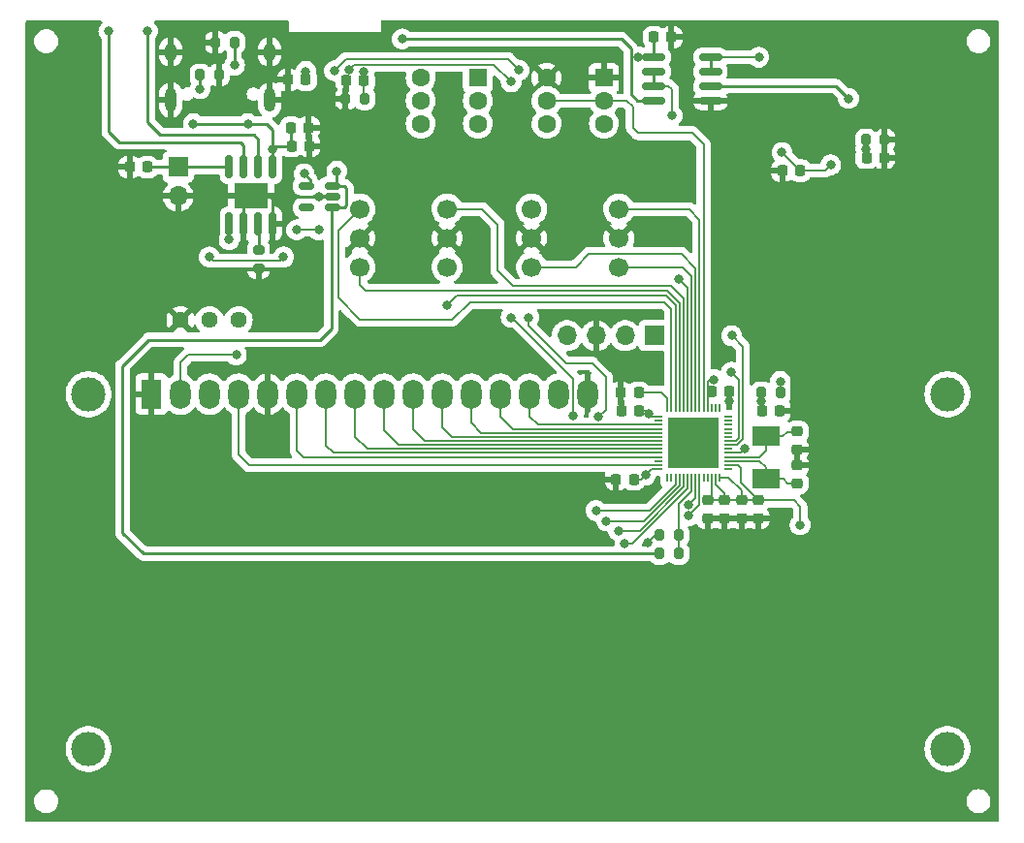
<source format=gbr>
%TF.GenerationSoftware,KiCad,Pcbnew,(6.99.0-1665-g4ee6cfe5b6)*%
%TF.CreationDate,2022-04-26T18:14:45+08:00*%
%TF.ProjectId,LightMeherGen2,4c696768-744d-4656-9865-7247656e322e,rev?*%
%TF.SameCoordinates,Original*%
%TF.FileFunction,Copper,L2,Bot*%
%TF.FilePolarity,Positive*%
%FSLAX46Y46*%
G04 Gerber Fmt 4.6, Leading zero omitted, Abs format (unit mm)*
G04 Created by KiCad (PCBNEW (6.99.0-1665-g4ee6cfe5b6)) date 2022-04-26 18:14:45*
%MOMM*%
%LPD*%
G01*
G04 APERTURE LIST*
G04 Aperture macros list*
%AMRoundRect*
0 Rectangle with rounded corners*
0 $1 Rounding radius*
0 $2 $3 $4 $5 $6 $7 $8 $9 X,Y pos of 4 corners*
0 Add a 4 corners polygon primitive as box body*
4,1,4,$2,$3,$4,$5,$6,$7,$8,$9,$2,$3,0*
0 Add four circle primitives for the rounded corners*
1,1,$1+$1,$2,$3*
1,1,$1+$1,$4,$5*
1,1,$1+$1,$6,$7*
1,1,$1+$1,$8,$9*
0 Add four rect primitives between the rounded corners*
20,1,$1+$1,$2,$3,$4,$5,0*
20,1,$1+$1,$4,$5,$6,$7,0*
20,1,$1+$1,$6,$7,$8,$9,0*
20,1,$1+$1,$8,$9,$2,$3,0*%
G04 Aperture macros list end*
%TA.AperFunction,ComponentPad*%
%ADD10C,1.440000*%
%TD*%
%TA.AperFunction,ComponentPad*%
%ADD11R,1.600000X1.600000*%
%TD*%
%TA.AperFunction,ComponentPad*%
%ADD12C,1.600000*%
%TD*%
%TA.AperFunction,ComponentPad*%
%ADD13C,3.000000*%
%TD*%
%TA.AperFunction,ComponentPad*%
%ADD14R,1.800000X2.600000*%
%TD*%
%TA.AperFunction,ComponentPad*%
%ADD15O,1.800000X2.600000*%
%TD*%
%TA.AperFunction,ComponentPad*%
%ADD16O,1.000000X2.100000*%
%TD*%
%TA.AperFunction,ComponentPad*%
%ADD17O,1.000000X1.600000*%
%TD*%
%TA.AperFunction,ComponentPad*%
%ADD18R,1.700000X1.700000*%
%TD*%
%TA.AperFunction,ComponentPad*%
%ADD19O,1.700000X1.700000*%
%TD*%
%TA.AperFunction,ComponentPad*%
%ADD20C,1.700000*%
%TD*%
%TA.AperFunction,SMDPad,CuDef*%
%ADD21RoundRect,0.150000X0.150000X-0.825000X0.150000X0.825000X-0.150000X0.825000X-0.150000X-0.825000X0*%
%TD*%
%TA.AperFunction,SMDPad,CuDef*%
%ADD22R,3.000000X2.290000*%
%TD*%
%TA.AperFunction,SMDPad,CuDef*%
%ADD23RoundRect,0.225000X0.225000X0.250000X-0.225000X0.250000X-0.225000X-0.250000X0.225000X-0.250000X0*%
%TD*%
%TA.AperFunction,SMDPad,CuDef*%
%ADD24R,2.400000X1.700000*%
%TD*%
%TA.AperFunction,SMDPad,CuDef*%
%ADD25RoundRect,0.225000X-0.250000X0.225000X-0.250000X-0.225000X0.250000X-0.225000X0.250000X0.225000X0*%
%TD*%
%TA.AperFunction,SMDPad,CuDef*%
%ADD26RoundRect,0.200000X-0.200000X-0.275000X0.200000X-0.275000X0.200000X0.275000X-0.200000X0.275000X0*%
%TD*%
%TA.AperFunction,SMDPad,CuDef*%
%ADD27RoundRect,0.200000X0.200000X0.275000X-0.200000X0.275000X-0.200000X-0.275000X0.200000X-0.275000X0*%
%TD*%
%TA.AperFunction,SMDPad,CuDef*%
%ADD28RoundRect,0.200000X0.275000X-0.200000X0.275000X0.200000X-0.275000X0.200000X-0.275000X-0.200000X0*%
%TD*%
%TA.AperFunction,SMDPad,CuDef*%
%ADD29RoundRect,0.225000X-0.225000X-0.250000X0.225000X-0.250000X0.225000X0.250000X-0.225000X0.250000X0*%
%TD*%
%TA.AperFunction,SMDPad,CuDef*%
%ADD30RoundRect,0.150000X0.512500X0.150000X-0.512500X0.150000X-0.512500X-0.150000X0.512500X-0.150000X0*%
%TD*%
%TA.AperFunction,SMDPad,CuDef*%
%ADD31RoundRect,0.225000X0.250000X-0.225000X0.250000X0.225000X-0.250000X0.225000X-0.250000X-0.225000X0*%
%TD*%
%TA.AperFunction,SMDPad,CuDef*%
%ADD32R,0.800000X0.200000*%
%TD*%
%TA.AperFunction,SMDPad,CuDef*%
%ADD33R,0.200000X0.800000*%
%TD*%
%TA.AperFunction,SMDPad,CuDef*%
%ADD34R,4.500000X4.500000*%
%TD*%
%TA.AperFunction,SMDPad,CuDef*%
%ADD35RoundRect,0.150000X0.825000X0.150000X-0.825000X0.150000X-0.825000X-0.150000X0.825000X-0.150000X0*%
%TD*%
%TA.AperFunction,ViaPad*%
%ADD36C,0.800000*%
%TD*%
%TA.AperFunction,Conductor*%
%ADD37C,0.203200*%
%TD*%
%TA.AperFunction,Conductor*%
%ADD38C,0.250000*%
%TD*%
G04 APERTURE END LIST*
D10*
%TO.P,RV1,1,1*%
%TO.N,GND*%
X113525000Y-86175000D03*
%TO.P,RV1,2,2*%
%TO.N,Net-(U8-VO)*%
X116065000Y-86175000D03*
%TO.P,RV1,3,3*%
%TO.N,unconnected-(RV1-Pad3)*%
X118605000Y-86175000D03*
%TD*%
D11*
%TO.P,SW1,1,1*%
%TO.N,Net-(U2-ON/~{OFF})*%
X139499999Y-64999999D03*
D12*
%TO.P,SW1,2,2*%
%TO.N,Net-(J2-Pin_1)*%
X139500000Y-67000000D03*
%TO.P,SW1,3,3*%
%TO.N,unconnected-(SW1-Pad3)*%
X139500000Y-69000000D03*
%TO.P,SW1,4,4*%
%TO.N,Net-(U2-ON/~{OFF})*%
X134500000Y-65000000D03*
%TO.P,SW1,5,5*%
%TO.N,Net-(J2-Pin_1)*%
X134500000Y-67000000D03*
%TO.P,SW1,6,6*%
%TO.N,unconnected-(SW1-Pad6)*%
X134500000Y-69000000D03*
%TD*%
D13*
%TO.P,U8,*%
%TO.N,*%
X105500900Y-92642500D03*
X105500900Y-123643200D03*
X180499480Y-123643200D03*
X180500000Y-92642500D03*
D14*
%TO.P,U8,1,VSS*%
%TO.N,GND*%
X110999999Y-92642499D03*
D15*
%TO.P,U8,2,VDD*%
%TO.N,VCC*%
X113539999Y-92642499D03*
%TO.P,U8,3,VO*%
%TO.N,Net-(U8-VO)*%
X116079999Y-92642499D03*
%TO.P,U8,4,RS*%
%TO.N,Net-(U5-PA_11)*%
X118619999Y-92642499D03*
%TO.P,U8,5,R/W*%
%TO.N,GND*%
X121159999Y-92642499D03*
%TO.P,U8,6,E*%
%TO.N,Net-(U5-PA_13)*%
X123699999Y-92642499D03*
%TO.P,U8,7,DB0*%
%TO.N,Net-(U5-PA_14)*%
X126239999Y-92642499D03*
%TO.P,U8,8,DB1*%
%TO.N,Net-(U5-PA_15)*%
X128779999Y-92642499D03*
%TO.P,U8,9,DB2*%
%TO.N,Net-(U5-PB_00)*%
X131319999Y-92642499D03*
%TO.P,U8,10,DB3*%
%TO.N,Net-(U5-PB_01)*%
X133859999Y-92642499D03*
%TO.P,U8,11,DB4*%
%TO.N,Net-(U5-PB_02)*%
X136399999Y-92642499D03*
%TO.P,U8,12,DB5*%
%TO.N,Net-(U5-PB_03)*%
X138939999Y-92642499D03*
%TO.P,U8,13,DB6*%
%TO.N,Net-(U5-PB_27)*%
X141479999Y-92642499D03*
%TO.P,U8,14,DB7*%
%TO.N,Net-(U5-PB_04)*%
X144019999Y-92642499D03*
%TO.P,U8,15,A/VEE*%
%TO.N,Net-(U8-A/VEE)*%
X146559999Y-92642499D03*
%TO.P,U8,16,K*%
%TO.N,GND*%
X149099999Y-92642499D03*
%TD*%
D11*
%TO.P,SW2,1,1*%
%TO.N,GND*%
X150499999Y-64999999D03*
D12*
%TO.P,SW2,2,2*%
%TO.N,Net-(U5-PB_10)*%
X150500000Y-67000000D03*
%TO.P,SW2,3,3*%
%TO.N,unconnected-(SW2-Pad3)*%
X150500000Y-69000000D03*
%TO.P,SW2,4,4*%
%TO.N,GND*%
X145500000Y-65000000D03*
%TO.P,SW2,5,5*%
%TO.N,Net-(U5-PB_10)*%
X145500000Y-67000000D03*
%TO.P,SW2,6,6*%
%TO.N,unconnected-(SW2-Pad6)*%
X145500000Y-69000000D03*
%TD*%
D16*
%TO.P,J1,S1,SHIELD*%
%TO.N,GND*%
X121319999Y-66919999D03*
D17*
X121319999Y-62739999D03*
D16*
X112679999Y-66919999D03*
D17*
X112679999Y-62739999D03*
%TD*%
D18*
%TO.P,J2,1,Pin_1*%
%TO.N,Net-(J2-Pin_1)*%
X113324999Y-72799999D03*
D19*
%TO.P,J2,2,Pin_2*%
%TO.N,GND*%
X113324999Y-75339999D03*
%TD*%
D18*
%TO.P,J3,1,Pin_1*%
%TO.N,/TX*%
X154899999Y-87524999D03*
D19*
%TO.P,J3,2,Pin_2*%
%TO.N,/RX*%
X152359999Y-87524999D03*
%TO.P,J3,3,Pin_3*%
%TO.N,GND*%
X149819999Y-87524999D03*
%TO.P,J3,4,Pin_4*%
%TO.N,VCC*%
X147279999Y-87524999D03*
%TD*%
D20*
%TO.P,U6,1,1*%
%TO.N,Net-(U5-PB_12)*%
X144190000Y-76460000D03*
%TO.P,U6,2,C*%
%TO.N,GND*%
X144190000Y-79000000D03*
%TO.P,U6,3,4*%
%TO.N,Net-(U5-PB_14)*%
X144190000Y-81540000D03*
%TO.P,U6,4,2*%
%TO.N,Net-(U5-PB_13)*%
X151810000Y-81540000D03*
%TO.P,U6,5,C*%
%TO.N,GND*%
X151810000Y-79000000D03*
%TO.P,U6,6,8*%
%TO.N,Net-(U5-PB_15)*%
X151810000Y-76460000D03*
%TD*%
%TO.P,U7,1,1*%
%TO.N,Net-(U5-PB_06)*%
X129190000Y-76460000D03*
%TO.P,U7,2,C*%
%TO.N,GND*%
X129190000Y-79000000D03*
%TO.P,U7,3,4*%
%TO.N,Net-(U5-PB_08)*%
X129190000Y-81540000D03*
%TO.P,U7,4,2*%
%TO.N,Net-(U5-PB_07)*%
X136810000Y-81540000D03*
%TO.P,U7,5,C*%
%TO.N,GND*%
X136810000Y-79000000D03*
%TO.P,U7,6,8*%
%TO.N,Net-(U5-PB_09)*%
X136810000Y-76460000D03*
%TD*%
D21*
%TO.P,U1,1,TEMP*%
%TO.N,GND*%
X121595000Y-77750000D03*
%TO.P,U1,2,PROG*%
%TO.N,Net-(U1-PROG)*%
X120325000Y-77750000D03*
%TO.P,U1,3,GND*%
%TO.N,GND*%
X119055000Y-77750000D03*
%TO.P,U1,4,VCC*%
%TO.N,+5V*%
X117785000Y-77750000D03*
%TO.P,U1,5,BATT*%
%TO.N,Net-(J2-Pin_1)*%
X117785000Y-72800000D03*
%TO.P,U1,6,STDBY*%
%TO.N,Net-(D2-K)*%
X119055000Y-72800000D03*
%TO.P,U1,7,CHRG*%
%TO.N,Net-(D1-K)*%
X120325000Y-72800000D03*
%TO.P,U1,8,CE*%
%TO.N,+5V*%
X121595000Y-72800000D03*
D22*
%TO.P,U1,9,EXPAD*%
%TO.N,GND*%
X119689999Y-75274999D03*
%TD*%
D23*
%TO.P,C3,1*%
%TO.N,VCC*%
X167625000Y-73100000D03*
%TO.P,C3,2*%
%TO.N,GND*%
X166075000Y-73100000D03*
%TD*%
%TO.P,C12,1*%
%TO.N,GND*%
X124725000Y-69350000D03*
%TO.P,C12,2*%
%TO.N,+5V*%
X123175000Y-69350000D03*
%TD*%
%TO.P,C14,1*%
%TO.N,Net-(J2-Pin_1)*%
X110625000Y-72800000D03*
%TO.P,C14,2*%
%TO.N,GND*%
X109075000Y-72800000D03*
%TD*%
D24*
%TO.P,Y1,1,1*%
%TO.N,Net-(U5-XTAL_IN)*%
X164649999Y-100024999D03*
%TO.P,Y1,2,2*%
%TO.N,Net-(U5-XTAL_OUT)*%
X164649999Y-96324999D03*
%TD*%
D25*
%TO.P,C6,1*%
%TO.N,VCC*%
X163975000Y-101925000D03*
%TO.P,C6,2*%
%TO.N,GND*%
X163975000Y-103475000D03*
%TD*%
D26*
%TO.P,R9,1*%
%TO.N,Net-(U3-IOUT)*%
X173375000Y-70425000D03*
%TO.P,R9,2*%
%TO.N,GND*%
X175025000Y-70425000D03*
%TD*%
D27*
%TO.P,R2,1*%
%TO.N,GND*%
X116900000Y-64750000D03*
%TO.P,R2,2*%
%TO.N,Net-(J1-CC2)*%
X115250000Y-64750000D03*
%TD*%
D23*
%TO.P,C4,1*%
%TO.N,VCC*%
X153100000Y-100075000D03*
%TO.P,C4,2*%
%TO.N,GND*%
X151550000Y-100075000D03*
%TD*%
D26*
%TO.P,R6,1*%
%TO.N,Net-(U2-ON/~{OFF})*%
X155375000Y-106550000D03*
%TO.P,R6,2*%
%TO.N,Net-(U5-PA_04)*%
X157025000Y-106550000D03*
%TD*%
D28*
%TO.P,R3,1*%
%TO.N,GND*%
X120340000Y-81675000D03*
%TO.P,R3,2*%
%TO.N,Net-(U1-PROG)*%
X120340000Y-80025000D03*
%TD*%
D29*
%TO.P,C16,1*%
%TO.N,Net-(U5-RESTET)*%
X164300000Y-94075000D03*
%TO.P,C16,2*%
%TO.N,GND*%
X165850000Y-94075000D03*
%TD*%
D30*
%TO.P,U2,1,VIN*%
%TO.N,Net-(U2-ON/~{OFF})*%
X126787500Y-74450000D03*
%TO.P,U2,2,GND*%
%TO.N,GND*%
X126787500Y-75400000D03*
%TO.P,U2,3,ON/~{OFF}*%
%TO.N,Net-(U2-ON/~{OFF})*%
X126787500Y-76350000D03*
%TO.P,U2,4,BP*%
%TO.N,unconnected-(U2-BP)*%
X124512500Y-76350000D03*
%TO.P,U2,5,VOUT*%
%TO.N,VCC*%
X124512500Y-74450000D03*
%TD*%
D27*
%TO.P,R7,1*%
%TO.N,Net-(U5-PA_04)*%
X157025000Y-104950000D03*
%TO.P,R7,2*%
%TO.N,GND*%
X155375000Y-104950000D03*
%TD*%
D23*
%TO.P,C13,1*%
%TO.N,GND*%
X124775000Y-70950000D03*
%TO.P,C13,2*%
%TO.N,+5V*%
X123225000Y-70950000D03*
%TD*%
D25*
%TO.P,C18,1*%
%TO.N,Net-(U5-XTAL_OUT)*%
X167375000Y-95900000D03*
%TO.P,C18,2*%
%TO.N,GND*%
X167375000Y-97450000D03*
%TD*%
D27*
%TO.P,R8,1*%
%TO.N,VCC*%
X165900000Y-92500000D03*
%TO.P,R8,2*%
%TO.N,Net-(U5-RESTET)*%
X164250000Y-92500000D03*
%TD*%
D23*
%TO.P,C21,1*%
%TO.N,Net-(U4-IOUT)*%
X129550000Y-65250000D03*
%TO.P,C21,2*%
%TO.N,GND*%
X128000000Y-65250000D03*
%TD*%
D25*
%TO.P,C1,1*%
%TO.N,VCC*%
X162500000Y-101925000D03*
%TO.P,C1,2*%
%TO.N,GND*%
X162500000Y-103475000D03*
%TD*%
D31*
%TO.P,C19,1*%
%TO.N,Net-(U5-XTAL_IN)*%
X167375000Y-100425000D03*
%TO.P,C19,2*%
%TO.N,GND*%
X167375000Y-98875000D03*
%TD*%
D29*
%TO.P,C2,1*%
%TO.N,VCC*%
X159900000Y-92375000D03*
%TO.P,C2,2*%
%TO.N,GND*%
X161450000Y-92375000D03*
%TD*%
D25*
%TO.P,C9,1*%
%TO.N,VCC*%
X159550000Y-101925000D03*
%TO.P,C9,2*%
%TO.N,GND*%
X159550000Y-103475000D03*
%TD*%
D26*
%TO.P,R1,1*%
%TO.N,GND*%
X116600000Y-61900000D03*
%TO.P,R1,2*%
%TO.N,Net-(J1-CC1)*%
X118250000Y-61900000D03*
%TD*%
D23*
%TO.P,C10,1*%
%TO.N,VCC*%
X153550000Y-94125000D03*
%TO.P,C10,2*%
%TO.N,GND*%
X152000000Y-94125000D03*
%TD*%
D32*
%TO.P,U5,01,PB_18*%
%TO.N,unconnected-(U5-PB_18)*%
X161374999Y-94619999D03*
%TO.P,U5,02,PB_26*%
%TO.N,unconnected-(U5-PB_26)*%
X161374999Y-94969999D03*
%TO.P,U5,03,PB_25*%
%TO.N,unconnected-(U5-PB_25)*%
X161374999Y-95319999D03*
%TO.P,U5,04,PB_24*%
%TO.N,unconnected-(U5-PB_24)*%
X161374999Y-95669999D03*
%TO.P,U5,05,PB_22*%
%TO.N,unconnected-(U5-PB_22)*%
X161374999Y-96019999D03*
%TO.P,U5,06,PB_21*%
%TO.N,unconnected-(U5-PB_21)*%
X161374999Y-96369999D03*
%TO.P,U5,07,U0_RX*%
%TO.N,/RX*%
X161374999Y-96719999D03*
%TO.P,U5,08,U0_TX*%
%TO.N,/TX*%
X161374999Y-97069999D03*
%TO.P,U5,09,WAKEUP*%
%TO.N,unconnected-(U5-WAKEUP)*%
X161374999Y-97419999D03*
%TO.P,U5,10,RESTET*%
%TO.N,Net-(U5-RESTET)*%
X161374999Y-97769999D03*
%TO.P,U5,11,XTAL_OUT*%
%TO.N,Net-(U5-XTAL_OUT)*%
X161374999Y-98119999D03*
%TO.P,U5,12,XTAL_IN*%
%TO.N,Net-(U5-XTAL_IN)*%
X161374999Y-98469999D03*
%TO.P,U5,13,VDD33*%
%TO.N,VCC*%
X161374999Y-98819999D03*
%TO.P,U5,14,NC*%
%TO.N,unconnected-(U5-NC)*%
X161374999Y-99169999D03*
D33*
%TO.P,U5,15,VDD33*%
%TO.N,VCC*%
X160599999Y-99944999D03*
%TO.P,U5,16,VDD33*%
X160249999Y-99944999D03*
%TO.P,U5,17,VDD33*%
X159899999Y-99944999D03*
%TO.P,U5,18,BOOT*%
%TO.N,unconnected-(U5-BOOT)*%
X159549999Y-99944999D03*
%TO.P,U5,19,PA_01*%
%TO.N,unconnected-(U5-PA_01)*%
X159199999Y-99944999D03*
%TO.P,U5,20,PA_02*%
%TO.N,Net-(U5-PA_02)*%
X158849999Y-99944999D03*
%TO.P,U5,21,PA_03*%
%TO.N,Net-(U5-PA_03)*%
X158499999Y-99944999D03*
%TO.P,U5,22,PA_04*%
%TO.N,Net-(U5-PA_04)*%
X158149999Y-99944999D03*
%TO.P,U5,23,PA_05*%
%TO.N,Net-(U3-GC1)*%
X157799999Y-99944999D03*
%TO.P,U5,24,PA_06*%
%TO.N,Net-(U3-GC2)*%
X157449999Y-99944999D03*
%TO.P,U5,25,PA_07*%
%TO.N,Net-(U4-GC1)*%
X157099999Y-99944999D03*
%TO.P,U5,26,PA_08*%
%TO.N,Net-(U4-GC2)*%
X156749999Y-99944999D03*
%TO.P,U5,27,PA_09*%
%TO.N,unconnected-(U5-PA_09)*%
X156399999Y-99944999D03*
%TO.P,U5,28,PA_10*%
%TO.N,unconnected-(U5-PA_10)*%
X156049999Y-99944999D03*
D32*
%TO.P,U5,29,VDD33*%
%TO.N,VCC*%
X155274999Y-99169999D03*
%TO.P,U5,30,PA_11*%
%TO.N,Net-(U5-PA_11)*%
X155274999Y-98819999D03*
%TO.P,U5,31,PA_12*%
%TO.N,unconnected-(U5-PA_12)*%
X155274999Y-98469999D03*
%TO.P,U5,32,PA_13*%
%TO.N,Net-(U5-PA_13)*%
X155274999Y-98119999D03*
%TO.P,U5,33,PA_14*%
%TO.N,Net-(U5-PA_14)*%
X155274999Y-97769999D03*
%TO.P,U5,34,PA_15*%
%TO.N,Net-(U5-PA_15)*%
X155274999Y-97419999D03*
%TO.P,U5,35,PB_00*%
%TO.N,Net-(U5-PB_00)*%
X155274999Y-97069999D03*
%TO.P,U5,36,PB_01*%
%TO.N,Net-(U5-PB_01)*%
X155274999Y-96719999D03*
%TO.P,U5,37,PB_02*%
%TO.N,Net-(U5-PB_02)*%
X155274999Y-96369999D03*
%TO.P,U5,38,PB_03*%
%TO.N,Net-(U5-PB_03)*%
X155274999Y-96019999D03*
%TO.P,U5,39,PB_27*%
%TO.N,Net-(U5-PB_27)*%
X155274999Y-95669999D03*
%TO.P,U5,40,PB_04*%
%TO.N,Net-(U5-PB_04)*%
X155274999Y-95319999D03*
%TO.P,U5,41,PB_05*%
%TO.N,unconnected-(U5-PB_05)*%
X155274999Y-94969999D03*
%TO.P,U5,42,VDD33*%
%TO.N,VCC*%
X155274999Y-94619999D03*
D33*
%TO.P,U5,43,CAP*%
%TO.N,Net-(U5-CAP)*%
X156049999Y-93844999D03*
%TO.P,U5,44,PB_06*%
%TO.N,Net-(U5-PB_06)*%
X156399999Y-93844999D03*
%TO.P,U5,45,PB_07*%
%TO.N,Net-(U5-PB_07)*%
X156749999Y-93844999D03*
%TO.P,U5,46,PB_08*%
%TO.N,Net-(U5-PB_08)*%
X157099999Y-93844999D03*
%TO.P,U5,47,PB_09*%
%TO.N,Net-(U5-PB_09)*%
X157449999Y-93844999D03*
%TO.P,U5,48,PB_12*%
%TO.N,Net-(U5-PB_12)*%
X157799999Y-93844999D03*
%TO.P,U5,49,PB_13*%
%TO.N,Net-(U5-PB_13)*%
X158149999Y-93844999D03*
%TO.P,U5,50,PB_14*%
%TO.N,Net-(U5-PB_14)*%
X158499999Y-93844999D03*
%TO.P,U5,51,PB_15*%
%TO.N,Net-(U5-PB_15)*%
X158849999Y-93844999D03*
%TO.P,U5,52,PB_10*%
%TO.N,Net-(U5-PB_10)*%
X159199999Y-93844999D03*
%TO.P,U5,53,VDD33*%
%TO.N,VCC*%
X159549999Y-93844999D03*
%TO.P,U5,54,PB_11*%
%TO.N,unconnected-(U5-PB_11)*%
X159899999Y-93844999D03*
%TO.P,U5,55,PB_16*%
%TO.N,unconnected-(U5-PB_16)*%
X160249999Y-93844999D03*
%TO.P,U5,56,PB_17*%
%TO.N,unconnected-(U5-PB_17)*%
X160599999Y-93844999D03*
D34*
%TO.P,U5,57,EXPDA*%
%TO.N,GND*%
X158324999Y-96894999D03*
%TD*%
D35*
%TO.P,U9,1*%
%TO.N,Net-(U5-PA_02)*%
X159800000Y-63190000D03*
%TO.P,U9,2,-*%
X159800000Y-64460000D03*
%TO.P,U9,3,+*%
%TO.N,Net-(U3-IOUT)*%
X159800000Y-65730000D03*
%TO.P,U9,4,V-*%
%TO.N,GND*%
X159800000Y-67000000D03*
%TO.P,U9,5,+*%
%TO.N,Net-(U4-IOUT)*%
X154850000Y-67000000D03*
%TO.P,U9,6,-*%
%TO.N,Net-(U5-PA_03)*%
X154850000Y-65730000D03*
%TO.P,U9,7*%
X154850000Y-64460000D03*
%TO.P,U9,8,V+*%
%TO.N,VCC*%
X154850000Y-63190000D03*
%TD*%
D25*
%TO.P,C7,1*%
%TO.N,VCC*%
X161025000Y-101925000D03*
%TO.P,C7,2*%
%TO.N,GND*%
X161025000Y-103475000D03*
%TD*%
D29*
%TO.P,C20,1*%
%TO.N,Net-(U3-IOUT)*%
X173425000Y-71975000D03*
%TO.P,C20,2*%
%TO.N,GND*%
X174975000Y-71975000D03*
%TD*%
%TO.P,C25,1*%
%TO.N,VCC*%
X154850000Y-61450000D03*
%TO.P,C25,2*%
%TO.N,GND*%
X156400000Y-61450000D03*
%TD*%
D23*
%TO.P,C22,1*%
%TO.N,Net-(U5-CAP)*%
X153525000Y-92525000D03*
%TO.P,C22,2*%
%TO.N,GND*%
X151975000Y-92525000D03*
%TD*%
D27*
%TO.P,R10,1*%
%TO.N,Net-(U4-IOUT)*%
X129600000Y-66825000D03*
%TO.P,R10,2*%
%TO.N,GND*%
X127950000Y-66825000D03*
%TD*%
D23*
%TO.P,C8,1*%
%TO.N,VCC*%
X124475000Y-65175000D03*
%TO.P,C8,2*%
%TO.N,GND*%
X122925000Y-65175000D03*
%TD*%
D36*
%TO.N,VCC*%
X153474500Y-63150000D03*
X165900000Y-91525000D03*
X124475000Y-64425000D03*
X124325000Y-73375000D03*
X154412500Y-94362500D03*
X160075000Y-91350000D03*
X154125000Y-99725000D03*
X166050000Y-71525000D03*
X170300000Y-72600000D03*
X118400000Y-89200000D03*
X167625000Y-104050000D03*
%TO.N,GND*%
X125550000Y-80700000D03*
X166925000Y-67400000D03*
X175525000Y-81000000D03*
X107550000Y-82225000D03*
X106550000Y-101325000D03*
X173575000Y-112875000D03*
X169925000Y-97875000D03*
X173950000Y-93600000D03*
X162250000Y-61600000D03*
X163000000Y-126075000D03*
X155550000Y-78575000D03*
X162875000Y-76475000D03*
X111600000Y-79325000D03*
X106825000Y-71200000D03*
X125625000Y-75425000D03*
X104150000Y-77775000D03*
X148000000Y-68775000D03*
X119625000Y-75875000D03*
X180075000Y-83425000D03*
X154525000Y-118275000D03*
X156775000Y-98450000D03*
X165750000Y-87800000D03*
X158300000Y-98450000D03*
X175675000Y-66600000D03*
X161450000Y-93225000D03*
X146950000Y-78900000D03*
X166075000Y-64325000D03*
X164750000Y-69950000D03*
X181125000Y-85975000D03*
X133750000Y-79475000D03*
X120600000Y-74650000D03*
X122825000Y-75275000D03*
X145200000Y-72650000D03*
X170625000Y-70925000D03*
X159975000Y-106300000D03*
X166800000Y-107050000D03*
X161775000Y-64425000D03*
X125550000Y-83800000D03*
X103625000Y-73075000D03*
X159775000Y-96925000D03*
X107650000Y-77575000D03*
X111600000Y-82225000D03*
X117225000Y-82250000D03*
X162875000Y-79975000D03*
X181275000Y-97325000D03*
X159775000Y-98400000D03*
X132425000Y-102925000D03*
X122025000Y-85950000D03*
X158325000Y-96895000D03*
X120575000Y-75875000D03*
X162050000Y-67000000D03*
X157525000Y-97700000D03*
X147775000Y-65700000D03*
X121000000Y-96725000D03*
X173008000Y-74017000D03*
X174175000Y-65225000D03*
X103325000Y-86900000D03*
X127925000Y-67900000D03*
X159100000Y-96175000D03*
X111525000Y-71675000D03*
X103075000Y-65600000D03*
X118700000Y-74675000D03*
X159100000Y-97725000D03*
X156800000Y-96900000D03*
X154900000Y-74250000D03*
X158275000Y-112050000D03*
X154300000Y-105625000D03*
X131100000Y-111725000D03*
X125725000Y-62725000D03*
X118700000Y-75900000D03*
X134200000Y-72625000D03*
X119650000Y-74650000D03*
X133275000Y-123350000D03*
X107200000Y-88675000D03*
X174800000Y-99225000D03*
X178700000Y-76100000D03*
X151075000Y-89600000D03*
X112175000Y-88925000D03*
X159825000Y-69850000D03*
X112200000Y-113925000D03*
X157525000Y-96200000D03*
X148900000Y-100400000D03*
X180900000Y-71225000D03*
X140025000Y-90475000D03*
X121725000Y-79525000D03*
X141125000Y-75275000D03*
X179800000Y-102350000D03*
X156775000Y-95400000D03*
X112425000Y-100200000D03*
X118925000Y-79800000D03*
X116425000Y-75400000D03*
X175400000Y-88850000D03*
X180025000Y-65350000D03*
X169675000Y-81050000D03*
X132750000Y-90500000D03*
X170125000Y-62950000D03*
X139750000Y-85950000D03*
X105025000Y-82100000D03*
X159775000Y-95450000D03*
X147375000Y-104525000D03*
X158350000Y-95450000D03*
X139450000Y-80375000D03*
X140200000Y-73225000D03*
%TO.N,+5V*%
X117775000Y-79125000D03*
X121595000Y-71205000D03*
X114650000Y-69000000D03*
X119405000Y-68995000D03*
%TO.N,Net-(J2-Pin_1)*%
X125600000Y-78275000D03*
X122525000Y-80650000D03*
X116050000Y-80650000D03*
X123675000Y-78275000D03*
%TO.N,Net-(U5-RESTET)*%
X164250000Y-93275000D03*
X162775000Y-97425000D03*
%TO.N,Net-(U3-IOUT)*%
X171850000Y-66800000D03*
X173375000Y-71200000D03*
%TO.N,Net-(U4-IOUT)*%
X132900000Y-61600000D03*
X129525000Y-64450000D03*
%TO.N,Net-(D1-K)*%
X110650000Y-60900000D03*
%TO.N,Net-(D2-K)*%
X107275000Y-60900000D03*
%TO.N,Net-(J1-CC1)*%
X118250000Y-63900000D03*
%TO.N,Net-(J1-CC2)*%
X115250000Y-65950000D03*
%TO.N,/TX*%
X161650000Y-87525000D03*
%TO.N,/RX*%
X161625000Y-90725000D03*
%TO.N,Net-(U3-GC2)*%
X151788215Y-104602499D03*
%TO.N,Net-(U3-GC1)*%
X152325000Y-105675000D03*
%TO.N,Net-(U4-GC2)*%
X149800000Y-102800000D03*
X147825000Y-94500000D03*
X142400000Y-65350000D03*
X142400000Y-85925000D03*
X128275000Y-64275000D03*
%TO.N,Net-(U4-GC1)*%
X126975000Y-64375000D03*
X143075000Y-64325000D03*
X150725000Y-103725000D03*
X143925000Y-85925000D03*
X150050000Y-94575000D03*
%TO.N,Net-(U5-PB_07)*%
X136825000Y-84875000D03*
%TO.N,Net-(U5-PB_12)*%
X157000000Y-82550000D03*
%TO.N,Net-(U2-ON/~{OFF})*%
X127175000Y-73150000D03*
%TO.N,Net-(U5-PA_02)*%
X164025000Y-63200000D03*
X157900000Y-103250000D03*
%TO.N,Net-(U5-PA_03)*%
X156450000Y-68300000D03*
X157900000Y-102300000D03*
%TD*%
D37*
%TO.N,VCC*%
X114200000Y-89200000D02*
X113540000Y-89860000D01*
X162500000Y-101075000D02*
X161370000Y-99945000D01*
X113540000Y-89860000D02*
X113540000Y-92642500D01*
X162500000Y-101925000D02*
X162500000Y-101075000D01*
X154412500Y-94362500D02*
X154175000Y-94125000D01*
X159575000Y-101925000D02*
X159900000Y-101600000D01*
X159725000Y-91350000D02*
X159550000Y-91525000D01*
X154670000Y-94620000D02*
X154412500Y-94362500D01*
D38*
X124862500Y-73912500D02*
X124325000Y-73375000D01*
D37*
X163975000Y-101925000D02*
X162425000Y-100375000D01*
X159575000Y-101925000D02*
X167125000Y-101925000D01*
X160075000Y-91350000D02*
X159725000Y-91350000D01*
X124475000Y-65175000D02*
X124475000Y-64425000D01*
X118400000Y-89200000D02*
X114200000Y-89200000D01*
X154680000Y-99170000D02*
X154125000Y-99725000D01*
X153775000Y-100075000D02*
X153100000Y-100075000D01*
X155275000Y-99170000D02*
X154680000Y-99170000D01*
X169800000Y-73100000D02*
X167625000Y-73100000D01*
X154175000Y-94125000D02*
X153550000Y-94125000D01*
X162425000Y-100375000D02*
X162425000Y-99050000D01*
X162195000Y-98820000D02*
X161375000Y-98820000D01*
X161370000Y-99945000D02*
X160600000Y-99945000D01*
X170300000Y-72600000D02*
X169800000Y-73100000D01*
X159550000Y-91525000D02*
X159550000Y-93845000D01*
X166050000Y-71525000D02*
X167625000Y-73100000D01*
X154810000Y-63150000D02*
X154850000Y-63190000D01*
X154125000Y-99725000D02*
X153775000Y-100075000D01*
X155275000Y-94620000D02*
X154670000Y-94620000D01*
X159550000Y-92400000D02*
X159550000Y-91525000D01*
X153474500Y-63150000D02*
X154810000Y-63150000D01*
X167650000Y-102450000D02*
X167650000Y-104025000D01*
X159900000Y-101600000D02*
X159900000Y-99945000D01*
X161025000Y-101300000D02*
X160250000Y-100525000D01*
X165900000Y-91525000D02*
X165900000Y-92500000D01*
X167650000Y-104025000D02*
X167625000Y-104050000D01*
D38*
X124862500Y-74450000D02*
X124862500Y-73912500D01*
D37*
X160250000Y-100525000D02*
X160250000Y-99945000D01*
D38*
X154850000Y-63190000D02*
X154850000Y-61450000D01*
D37*
X167125000Y-101925000D02*
X167650000Y-102450000D01*
X161025000Y-101925000D02*
X161025000Y-101300000D01*
X162425000Y-99050000D02*
X162195000Y-98820000D01*
%TO.N,GND*%
X154975000Y-104950000D02*
X154300000Y-105625000D01*
D38*
X121595000Y-77750000D02*
X121595000Y-75530000D01*
X121340000Y-75275000D02*
X120575000Y-75275000D01*
X120575000Y-75275000D02*
X119690000Y-75275000D01*
D37*
X155375000Y-104950000D02*
X154975000Y-104950000D01*
D38*
X119055000Y-75910000D02*
X119690000Y-75275000D01*
X121595000Y-75530000D02*
X121340000Y-75275000D01*
X119055000Y-77750000D02*
X119055000Y-75910000D01*
%TO.N,+5V*%
X117785000Y-77750000D02*
X117785000Y-79115000D01*
X117785000Y-79115000D02*
X117775000Y-79125000D01*
X123175000Y-69350000D02*
X123175000Y-70900000D01*
X119400000Y-69000000D02*
X114650000Y-69000000D01*
X123175000Y-70900000D02*
X123225000Y-70950000D01*
X121595000Y-71205000D02*
X121595000Y-69570000D01*
X121595000Y-72800000D02*
X121595000Y-71205000D01*
X123225000Y-70950000D02*
X121850000Y-70950000D01*
X121020000Y-68995000D02*
X119405000Y-68995000D01*
X121595000Y-69570000D02*
X121020000Y-68995000D01*
X121850000Y-70950000D02*
X121595000Y-71205000D01*
X119400000Y-69000000D02*
X119405000Y-68995000D01*
D37*
%TO.N,Net-(J2-Pin_1)*%
X116050000Y-80650000D02*
X116375000Y-80975000D01*
D38*
X113325000Y-72800000D02*
X110625000Y-72800000D01*
D37*
X122200000Y-80975000D02*
X122525000Y-80650000D01*
D38*
X117785000Y-72800000D02*
X113325000Y-72800000D01*
D37*
X116375000Y-80975000D02*
X122200000Y-80975000D01*
X123675000Y-78275000D02*
X125600000Y-78275000D01*
%TO.N,Net-(U5-RESTET)*%
X164250000Y-94025000D02*
X164300000Y-94075000D01*
X164250000Y-93275000D02*
X164250000Y-94025000D01*
X161375000Y-97770000D02*
X162430000Y-97770000D01*
X164250000Y-92500000D02*
X164250000Y-93275000D01*
X162430000Y-97770000D02*
X162775000Y-97425000D01*
%TO.N,Net-(U5-XTAL_OUT)*%
X164650000Y-97575000D02*
X164105000Y-98120000D01*
X166525000Y-95925000D02*
X167375000Y-95925000D01*
X164650000Y-96325000D02*
X164650000Y-97575000D01*
X166125000Y-96325000D02*
X166525000Y-95925000D01*
X164650000Y-96325000D02*
X166125000Y-96325000D01*
X164105000Y-98120000D02*
X161375000Y-98120000D01*
%TO.N,Net-(U5-XTAL_IN)*%
X166537500Y-100425000D02*
X167375000Y-100425000D01*
X164650000Y-99025000D02*
X164095000Y-98470000D01*
X166137500Y-100025000D02*
X166537500Y-100425000D01*
X164650000Y-100025000D02*
X166137500Y-100025000D01*
X164095000Y-98470000D02*
X161375000Y-98470000D01*
X164650000Y-100025000D02*
X164650000Y-99025000D01*
D38*
%TO.N,Net-(U3-IOUT)*%
X171850000Y-66800000D02*
X170780000Y-65730000D01*
D37*
X173375000Y-71200000D02*
X173375000Y-71925000D01*
X173375000Y-70425000D02*
X173375000Y-71200000D01*
D38*
X170780000Y-65730000D02*
X159800000Y-65730000D01*
D37*
X173375000Y-71925000D02*
X173425000Y-71975000D01*
D38*
%TO.N,Net-(U4-IOUT)*%
X152000000Y-61600000D02*
X152850000Y-62450000D01*
D37*
X129525000Y-66750000D02*
X129600000Y-66825000D01*
D38*
X152850000Y-66450000D02*
X153400000Y-67000000D01*
X132900000Y-61600000D02*
X152000000Y-61600000D01*
X153400000Y-67000000D02*
X154850000Y-67000000D01*
D37*
X129525000Y-64450000D02*
X129525000Y-66750000D01*
D38*
X152850000Y-62450000D02*
X152850000Y-66450000D01*
D37*
%TO.N,Net-(U5-CAP)*%
X156050000Y-93025000D02*
X155550000Y-92525000D01*
X155550000Y-92525000D02*
X153525000Y-92525000D01*
X156050000Y-93845000D02*
X156050000Y-93025000D01*
D38*
%TO.N,Net-(D1-K)*%
X111750000Y-70000000D02*
X110650000Y-68900000D01*
X119975000Y-70000000D02*
X111750000Y-70000000D01*
X120325000Y-72800000D02*
X120325000Y-70350000D01*
X110650000Y-68900000D02*
X110650000Y-60900000D01*
X120325000Y-70350000D02*
X119975000Y-70000000D01*
%TO.N,Net-(D2-K)*%
X119055000Y-72800000D02*
X119055000Y-70880000D01*
X118800000Y-70625000D02*
X110050000Y-70625000D01*
X119055000Y-70880000D02*
X118800000Y-70625000D01*
X110050000Y-70625000D02*
X108175000Y-70625000D01*
X108175000Y-70625000D02*
X107275000Y-69725000D01*
X107275000Y-69725000D02*
X107275000Y-60900000D01*
%TO.N,Net-(J1-CC1)*%
X118250000Y-63900000D02*
X118250000Y-61900000D01*
%TO.N,Net-(J1-CC2)*%
X115250000Y-65950000D02*
X115250000Y-64750000D01*
D37*
%TO.N,/TX*%
X162133110Y-97070000D02*
X162627720Y-96575390D01*
X162625000Y-88500000D02*
X161650000Y-87525000D01*
X162627719Y-91299609D02*
X162625000Y-91296890D01*
X162627719Y-96324609D02*
X162627719Y-91299609D01*
X162625000Y-91296890D02*
X162625000Y-88500000D01*
X161375000Y-97070000D02*
X162133110Y-97070000D01*
X162627720Y-96575390D02*
X162627719Y-96324609D01*
%TO.N,/RX*%
X161375000Y-96720000D02*
X162055000Y-96720000D01*
X162055000Y-96720000D02*
X162325000Y-96450000D01*
X162325000Y-96450000D02*
X162325000Y-91425000D01*
X162325000Y-91425000D02*
X161625000Y-90725000D01*
D38*
%TO.N,Net-(U1-PROG)*%
X120340000Y-80025000D02*
X120340000Y-77765000D01*
X120340000Y-77765000D02*
X120325000Y-77750000D01*
D37*
%TO.N,Net-(U5-PB_10)*%
X153025000Y-69375000D02*
X153025000Y-67550000D01*
X153025000Y-67550000D02*
X152475000Y-67000000D01*
X145500000Y-67000000D02*
X150500000Y-67000000D01*
X152475000Y-67000000D02*
X150500000Y-67000000D01*
X159200000Y-70800000D02*
X158225000Y-69825000D01*
X158225000Y-69825000D02*
X153475000Y-69825000D01*
X159200000Y-93845000D02*
X159200000Y-70800000D01*
X153475000Y-69825000D02*
X153025000Y-69375000D01*
%TO.N,Net-(U3-GC2)*%
X151800000Y-104590714D02*
X151788215Y-104602499D01*
X157450000Y-99945000D02*
X157450000Y-100735945D01*
X153610945Y-104575000D02*
X151800000Y-104575000D01*
X151800000Y-104575000D02*
X151800000Y-104590714D01*
X157450000Y-100735945D02*
X153610945Y-104575000D01*
%TO.N,Net-(U3-GC1)*%
X152975000Y-105675000D02*
X152325000Y-105675000D01*
X157800000Y-100850000D02*
X152975000Y-105675000D01*
X157800000Y-99945000D02*
X157800000Y-100850000D01*
%TO.N,Net-(U4-GC2)*%
X147825000Y-91275000D02*
X147825000Y-94500000D01*
X128701111Y-63848889D02*
X128275000Y-64275000D01*
X154496890Y-102800000D02*
X149800000Y-102800000D01*
X140898889Y-63848889D02*
X128701111Y-63848889D01*
X156750000Y-100546890D02*
X154496890Y-102800000D01*
X142400000Y-85925000D02*
X142475000Y-85925000D01*
X142475000Y-85925000D02*
X147825000Y-91275000D01*
X142400000Y-65350000D02*
X140898889Y-63848889D01*
X156750000Y-99945000D02*
X156750000Y-100546890D01*
%TO.N,Net-(U4-GC1)*%
X143075000Y-64299900D02*
X142150100Y-63375000D01*
X142150100Y-63375000D02*
X127975000Y-63375000D01*
X147200000Y-89950000D02*
X143925000Y-86675000D01*
X127975000Y-63375000D02*
X126975000Y-64375000D01*
X150650000Y-91125000D02*
X149475000Y-89950000D01*
X150050000Y-94575000D02*
X150650000Y-93975000D01*
X154000000Y-103725000D02*
X150725000Y-103725000D01*
X157100000Y-100625000D02*
X154000000Y-103725000D01*
X149475000Y-89950000D02*
X147200000Y-89950000D01*
X143075000Y-64325000D02*
X143075000Y-64299900D01*
X143925000Y-86675000D02*
X143925000Y-85925000D01*
X157100000Y-99945000D02*
X157100000Y-100625000D01*
X150650000Y-93975000D02*
X150650000Y-91125000D01*
%TO.N,Net-(U5-PB_06)*%
X156400000Y-93845000D02*
X156400000Y-85200000D01*
X155775000Y-84575000D02*
X138800000Y-84575000D01*
X137250000Y-86125000D02*
X129200000Y-86125000D01*
X138800000Y-84575000D02*
X137250000Y-86125000D01*
X129200000Y-86125000D02*
X127300000Y-84225000D01*
X127300000Y-78350000D02*
X129190000Y-76460000D01*
X156400000Y-85200000D02*
X155775000Y-84575000D01*
X127300000Y-84225000D02*
X127300000Y-78350000D01*
%TO.N,Net-(U5-PB_07)*%
X156750000Y-84850000D02*
X155950000Y-84050000D01*
X155950000Y-84050000D02*
X137650000Y-84050000D01*
X137650000Y-84050000D02*
X136825000Y-84875000D01*
X156750000Y-93845000D02*
X156750000Y-84850000D01*
%TO.N,Net-(U5-PB_08)*%
X157100000Y-93845000D02*
X157100000Y-84675000D01*
X129700000Y-83575000D02*
X129190000Y-83065000D01*
X157100000Y-84675000D02*
X156000000Y-83575000D01*
X129190000Y-83065000D02*
X129190000Y-81540000D01*
X156000000Y-83575000D02*
X129700000Y-83575000D01*
%TO.N,Net-(U5-PB_09)*%
X141200000Y-81850000D02*
X141200000Y-77800000D01*
X139860000Y-76460000D02*
X136810000Y-76460000D01*
X142550000Y-83200000D02*
X141200000Y-81850000D01*
X156375000Y-83200000D02*
X142550000Y-83200000D01*
X157450000Y-84275000D02*
X156375000Y-83200000D01*
X141200000Y-77800000D02*
X139860000Y-76460000D01*
X157450000Y-93845000D02*
X157450000Y-84275000D01*
%TO.N,Net-(U5-PB_12)*%
X157800000Y-83350000D02*
X157800000Y-93845000D01*
X157000000Y-82550000D02*
X157800000Y-83350000D01*
%TO.N,Net-(U5-PB_13)*%
X158150000Y-82350000D02*
X157340000Y-81540000D01*
X157340000Y-81540000D02*
X151810000Y-81540000D01*
X158150000Y-93845000D02*
X158150000Y-82350000D01*
%TO.N,Net-(U5-PB_14)*%
X148035000Y-81540000D02*
X144190000Y-81540000D01*
X158500000Y-93845000D02*
X158500000Y-81625000D01*
X149200000Y-80375000D02*
X148035000Y-81540000D01*
X157250000Y-80375000D02*
X149200000Y-80375000D01*
X158500000Y-81625000D02*
X157250000Y-80375000D01*
%TO.N,Net-(U5-PB_15)*%
X158850000Y-93845000D02*
X158850000Y-77375000D01*
X158850000Y-77375000D02*
X157935000Y-76460000D01*
X157935000Y-76460000D02*
X151810000Y-76460000D01*
D38*
%TO.N,Net-(U2-ON/~{OFF})*%
X126787500Y-76350000D02*
X126700000Y-76437500D01*
X110741807Y-87875000D02*
X108450000Y-90166807D01*
X108450000Y-90166807D02*
X108450000Y-104725000D01*
X126700000Y-86875000D02*
X125700000Y-87875000D01*
X110275000Y-106550000D02*
X155375000Y-106550000D01*
X108450000Y-104725000D02*
X110275000Y-106550000D01*
X125700000Y-87875000D02*
X110741807Y-87875000D01*
X128025000Y-74650000D02*
X127825000Y-74450000D01*
X126700000Y-76437500D02*
X126700000Y-86875000D01*
X127137500Y-73187500D02*
X127175000Y-73150000D01*
X127825000Y-76350000D02*
X128025000Y-76150000D01*
X126787500Y-76350000D02*
X127825000Y-76350000D01*
X127825000Y-74450000D02*
X126787500Y-74450000D01*
X128025000Y-76150000D02*
X128025000Y-74650000D01*
X127137500Y-74450000D02*
X127137500Y-73187500D01*
D37*
%TO.N,Net-(U5-PA_02)*%
X159810000Y-63200000D02*
X159800000Y-63190000D01*
X158850000Y-102300000D02*
X158850000Y-99945000D01*
X157900000Y-103250000D02*
X158850000Y-102300000D01*
D38*
X159800000Y-63190000D02*
X159800000Y-64460000D01*
D37*
X164025000Y-63200000D02*
X159810000Y-63200000D01*
%TO.N,Net-(U5-PA_03)*%
X157900000Y-102300000D02*
X158500000Y-101700000D01*
X154850000Y-65730000D02*
X155051558Y-65730000D01*
X155081558Y-65700000D02*
X156125000Y-65700000D01*
X156450000Y-66025000D02*
X156450000Y-68300000D01*
X158500000Y-101700000D02*
X158500000Y-99945000D01*
X156125000Y-65700000D02*
X156450000Y-66025000D01*
X155051558Y-65730000D02*
X155081558Y-65700000D01*
D38*
X154850000Y-65730000D02*
X154850000Y-64460000D01*
D37*
%TO.N,Net-(U5-PA_11)*%
X119495000Y-98820000D02*
X118620000Y-97945000D01*
X155275000Y-98820000D02*
X119495000Y-98820000D01*
X118620000Y-97945000D02*
X118620000Y-92642500D01*
%TO.N,Net-(U5-PA_13)*%
X123700000Y-97525000D02*
X123700000Y-92642500D01*
X123675000Y-97550000D02*
X123700000Y-97525000D01*
X155275000Y-98120000D02*
X124245000Y-98120000D01*
X124245000Y-98120000D02*
X123675000Y-97550000D01*
%TO.N,Net-(U5-PA_14)*%
X126870000Y-97770000D02*
X126240000Y-97140000D01*
X126240000Y-97140000D02*
X126240000Y-92642500D01*
X155275000Y-97770000D02*
X126870000Y-97770000D01*
%TO.N,Net-(U5-PA_15)*%
X128780000Y-96355000D02*
X128780000Y-92642500D01*
X129845000Y-97420000D02*
X128780000Y-96355000D01*
X155275000Y-97420000D02*
X129845000Y-97420000D01*
%TO.N,Net-(U5-PB_00)*%
X155275000Y-97070000D02*
X132570000Y-97070000D01*
X132570000Y-97070000D02*
X131320000Y-95820000D01*
X131320000Y-95820000D02*
X131320000Y-92642500D01*
%TO.N,Net-(U5-PB_01)*%
X134870000Y-96720000D02*
X133860000Y-95710000D01*
X133860000Y-95710000D02*
X133860000Y-92642500D01*
X155275000Y-96720000D02*
X134870000Y-96720000D01*
%TO.N,Net-(U5-PB_02)*%
X155275000Y-96370000D02*
X155245000Y-96400000D01*
X136400000Y-95550000D02*
X136400000Y-92642500D01*
X155245000Y-96400000D02*
X137250000Y-96400000D01*
X137250000Y-96400000D02*
X136400000Y-95550000D01*
%TO.N,Net-(U5-PB_03)*%
X155275000Y-96020000D02*
X139770000Y-96020000D01*
X139770000Y-96020000D02*
X138900000Y-95150000D01*
X138900000Y-95150000D02*
X138940000Y-95110000D01*
X138940000Y-95110000D02*
X138940000Y-92642500D01*
%TO.N,Net-(U5-PB_27)*%
X141480000Y-94630000D02*
X141480000Y-92642500D01*
X155275000Y-95670000D02*
X142520000Y-95670000D01*
X142520000Y-95670000D02*
X141480000Y-94630000D01*
%TO.N,Net-(U5-PB_04)*%
X155275000Y-95320000D02*
X144720000Y-95320000D01*
X144720000Y-95320000D02*
X144000000Y-94600000D01*
X144020000Y-94580000D02*
X144020000Y-92642500D01*
X144000000Y-94600000D02*
X144020000Y-94580000D01*
%TO.N,Net-(U5-PA_04)*%
X158150000Y-99945000D02*
X158150000Y-101087500D01*
X158150000Y-101087500D02*
X157025000Y-102212500D01*
X157025000Y-102212500D02*
X157025000Y-106550000D01*
%TD*%
%TA.AperFunction,Conductor*%
%TO.N,GND*%
G36*
X106649142Y-60021002D02*
G01*
X106695635Y-60074658D01*
X106705739Y-60144932D01*
X106676245Y-60209512D01*
X106667564Y-60218361D01*
X106663747Y-60221134D01*
X106535960Y-60363056D01*
X106532659Y-60368774D01*
X106470311Y-60476764D01*
X106440473Y-60528444D01*
X106381458Y-60710072D01*
X106380768Y-60716633D01*
X106380768Y-60716635D01*
X106371355Y-60806197D01*
X106361496Y-60900000D01*
X106362186Y-60906565D01*
X106379256Y-61068973D01*
X106381458Y-61089928D01*
X106440473Y-61271556D01*
X106535960Y-61436944D01*
X106609137Y-61518215D01*
X106639853Y-61582221D01*
X106641500Y-61602524D01*
X106641500Y-69646233D01*
X106640973Y-69657416D01*
X106639298Y-69664909D01*
X106639547Y-69672835D01*
X106639547Y-69672836D01*
X106641438Y-69732986D01*
X106641500Y-69736945D01*
X106641500Y-69764856D01*
X106641997Y-69768790D01*
X106641997Y-69768791D01*
X106642005Y-69768856D01*
X106642938Y-69780693D01*
X106644327Y-69824889D01*
X106649978Y-69844339D01*
X106653987Y-69863700D01*
X106656526Y-69883797D01*
X106659445Y-69891168D01*
X106659445Y-69891170D01*
X106672804Y-69924912D01*
X106676649Y-69936142D01*
X106688982Y-69978593D01*
X106693015Y-69985412D01*
X106693017Y-69985417D01*
X106699293Y-69996028D01*
X106707988Y-70013776D01*
X106715448Y-70032617D01*
X106720110Y-70039033D01*
X106720110Y-70039034D01*
X106741436Y-70068387D01*
X106747952Y-70078307D01*
X106770458Y-70116362D01*
X106784779Y-70130683D01*
X106797619Y-70145716D01*
X106809528Y-70162107D01*
X106818258Y-70169329D01*
X106843605Y-70190298D01*
X106852384Y-70198288D01*
X107671343Y-71017247D01*
X107678887Y-71025537D01*
X107683000Y-71032018D01*
X107688777Y-71037443D01*
X107732667Y-71078658D01*
X107735509Y-71081413D01*
X107755230Y-71101134D01*
X107758425Y-71103612D01*
X107767447Y-71111318D01*
X107799679Y-71141586D01*
X107806628Y-71145406D01*
X107817432Y-71151346D01*
X107833956Y-71162199D01*
X107849959Y-71174613D01*
X107890543Y-71192176D01*
X107901173Y-71197383D01*
X107939940Y-71218695D01*
X107947617Y-71220666D01*
X107947622Y-71220668D01*
X107959558Y-71223732D01*
X107978266Y-71230137D01*
X107996855Y-71238181D01*
X108004683Y-71239421D01*
X108004690Y-71239423D01*
X108040524Y-71245099D01*
X108052144Y-71247505D01*
X108087289Y-71256528D01*
X108094970Y-71258500D01*
X108115224Y-71258500D01*
X108134934Y-71260051D01*
X108154943Y-71263220D01*
X108162835Y-71262474D01*
X108198961Y-71259059D01*
X108210819Y-71258500D01*
X112178454Y-71258500D01*
X112246575Y-71278502D01*
X112293068Y-71332158D01*
X112303172Y-71402432D01*
X112273678Y-71467012D01*
X112238842Y-71495086D01*
X112237236Y-71495963D01*
X112228796Y-71499111D01*
X112111739Y-71586739D01*
X112106341Y-71593950D01*
X112032289Y-71692872D01*
X112024111Y-71703796D01*
X111973011Y-71840799D01*
X111969746Y-71871169D01*
X111968308Y-71884549D01*
X111966500Y-71901362D01*
X111966500Y-72040500D01*
X111946498Y-72108621D01*
X111892842Y-72155114D01*
X111840500Y-72166500D01*
X111545585Y-72166500D01*
X111477464Y-72146498D01*
X111438344Y-72106647D01*
X111429285Y-72091960D01*
X111308040Y-71970715D01*
X111162101Y-71880698D01*
X111074046Y-71851520D01*
X111005862Y-71828926D01*
X111005858Y-71828925D01*
X110999336Y-71826764D01*
X110992501Y-71826066D01*
X110992498Y-71826065D01*
X110902056Y-71816825D01*
X110902050Y-71816825D01*
X110898872Y-71816500D01*
X110351128Y-71816500D01*
X110347950Y-71816825D01*
X110347944Y-71816825D01*
X110257502Y-71826065D01*
X110257499Y-71826066D01*
X110250664Y-71826764D01*
X110244142Y-71828925D01*
X110244138Y-71828926D01*
X110175954Y-71851520D01*
X110087899Y-71880698D01*
X109941960Y-71970715D01*
X109936767Y-71975908D01*
X109931018Y-71980454D01*
X109929746Y-71978845D01*
X109876430Y-72007959D01*
X109805615Y-72002894D01*
X109769560Y-71979722D01*
X109768670Y-71980848D01*
X109751481Y-71967256D01*
X109618133Y-71885006D01*
X109604921Y-71878845D01*
X109455762Y-71829419D01*
X109442398Y-71826558D01*
X109352029Y-71817325D01*
X109346897Y-71817064D01*
X109331876Y-71821475D01*
X109330671Y-71822865D01*
X109329000Y-71830548D01*
X109329000Y-73764885D01*
X109333475Y-73780124D01*
X109334865Y-73781329D01*
X109342548Y-73783000D01*
X109345639Y-73783000D01*
X109352029Y-73782675D01*
X109442398Y-73773442D01*
X109455762Y-73770581D01*
X109604921Y-73721155D01*
X109618133Y-73714994D01*
X109751481Y-73632744D01*
X109768670Y-73619152D01*
X109770041Y-73620886D01*
X109822864Y-73592041D01*
X109893679Y-73597106D01*
X109930202Y-73620578D01*
X109931018Y-73619546D01*
X109936767Y-73624092D01*
X109941960Y-73629285D01*
X109948207Y-73633138D01*
X109948208Y-73633139D01*
X109968944Y-73645929D01*
X110087899Y-73719302D01*
X110149566Y-73739736D01*
X110244138Y-73771074D01*
X110244142Y-73771075D01*
X110250664Y-73773236D01*
X110257499Y-73773934D01*
X110257502Y-73773935D01*
X110347944Y-73783175D01*
X110347950Y-73783175D01*
X110351128Y-73783500D01*
X110898872Y-73783500D01*
X110902050Y-73783175D01*
X110902056Y-73783175D01*
X110992498Y-73773935D01*
X110992501Y-73773934D01*
X110999336Y-73773236D01*
X111005858Y-73771075D01*
X111005862Y-73771074D01*
X111100434Y-73739736D01*
X111162101Y-73719302D01*
X111281056Y-73645929D01*
X111301792Y-73633139D01*
X111301793Y-73633138D01*
X111308040Y-73629285D01*
X111429285Y-73508040D01*
X111438344Y-73493353D01*
X111491130Y-73445875D01*
X111545585Y-73433500D01*
X111840500Y-73433500D01*
X111908621Y-73453502D01*
X111955114Y-73507158D01*
X111966500Y-73559500D01*
X111966500Y-73698638D01*
X111966860Y-73701985D01*
X111966860Y-73701988D01*
X111968722Y-73719302D01*
X111973011Y-73759201D01*
X112024111Y-73896204D01*
X112029510Y-73903416D01*
X112029511Y-73903418D01*
X112089012Y-73982901D01*
X112111739Y-74013261D01*
X112142099Y-74035988D01*
X112215550Y-74090973D01*
X112228796Y-74100889D01*
X112237240Y-74104038D01*
X112237239Y-74104038D01*
X112344313Y-74143975D01*
X112401149Y-74186522D01*
X112425960Y-74253042D01*
X112410869Y-74322416D01*
X112392982Y-74347368D01*
X112253210Y-74499201D01*
X112246823Y-74507407D01*
X112129431Y-74687087D01*
X112124488Y-74696222D01*
X112038270Y-74892777D01*
X112034900Y-74902592D01*
X111992903Y-75068439D01*
X111993433Y-75082530D01*
X112001855Y-75086000D01*
X114643429Y-75086000D01*
X114656960Y-75082027D01*
X114658256Y-75073014D01*
X114615100Y-74902592D01*
X114611730Y-74892777D01*
X114525512Y-74696222D01*
X114520569Y-74687087D01*
X114403177Y-74507407D01*
X114396790Y-74499201D01*
X114257018Y-74347368D01*
X114225597Y-74283703D01*
X114233584Y-74213157D01*
X114278443Y-74158129D01*
X114305687Y-74143975D01*
X114412761Y-74104038D01*
X114412760Y-74104038D01*
X114421204Y-74100889D01*
X114434451Y-74090973D01*
X114507901Y-74035988D01*
X114538261Y-74013261D01*
X114560988Y-73982901D01*
X114620489Y-73903418D01*
X114620490Y-73903416D01*
X114625889Y-73896204D01*
X114676989Y-73759201D01*
X114681278Y-73719302D01*
X114683140Y-73701988D01*
X114683140Y-73701985D01*
X114683500Y-73698638D01*
X114683500Y-73559500D01*
X114703502Y-73491379D01*
X114757158Y-73444886D01*
X114809500Y-73433500D01*
X116850500Y-73433500D01*
X116918621Y-73453502D01*
X116965114Y-73507158D01*
X116976500Y-73559500D01*
X116976500Y-73691502D01*
X116976693Y-73693950D01*
X116976693Y-73693958D01*
X116978870Y-73721609D01*
X116979438Y-73728831D01*
X116995226Y-73783175D01*
X117015900Y-73854334D01*
X117025855Y-73888601D01*
X117036392Y-73906418D01*
X117106509Y-74024980D01*
X117106511Y-74024983D01*
X117110547Y-74031807D01*
X117228193Y-74149453D01*
X117235017Y-74153489D01*
X117235020Y-74153491D01*
X117307185Y-74196169D01*
X117371399Y-74234145D01*
X117379010Y-74236356D01*
X117379012Y-74236357D01*
X117406401Y-74244314D01*
X117531169Y-74280562D01*
X117537574Y-74281066D01*
X117537579Y-74281067D01*
X117554344Y-74282386D01*
X117565886Y-74283294D01*
X117632226Y-74308579D01*
X117674367Y-74365717D01*
X117682000Y-74408906D01*
X117682000Y-75002885D01*
X117686475Y-75018124D01*
X117687865Y-75019329D01*
X117695548Y-75021000D01*
X121679885Y-75021000D01*
X121695124Y-75016525D01*
X121696329Y-75015135D01*
X121698000Y-75007452D01*
X121698000Y-74408906D01*
X121718002Y-74340785D01*
X121771658Y-74294292D01*
X121814113Y-74283294D01*
X121825656Y-74282386D01*
X121842421Y-74281067D01*
X121842426Y-74281066D01*
X121848831Y-74280562D01*
X121973599Y-74244314D01*
X122000988Y-74236357D01*
X122000990Y-74236356D01*
X122008601Y-74234145D01*
X122072815Y-74196169D01*
X122144980Y-74153491D01*
X122144983Y-74153489D01*
X122151807Y-74149453D01*
X122269453Y-74031807D01*
X122273489Y-74024983D01*
X122273491Y-74024980D01*
X122343608Y-73906418D01*
X122354145Y-73888601D01*
X122364101Y-73854334D01*
X122384774Y-73783175D01*
X122400562Y-73728831D01*
X122401131Y-73721609D01*
X122403307Y-73693958D01*
X122403307Y-73693950D01*
X122403500Y-73691502D01*
X122403500Y-71919641D01*
X122423502Y-71851520D01*
X122477158Y-71805027D01*
X122547432Y-71794923D01*
X122595647Y-71812400D01*
X122629724Y-71833419D01*
X122687899Y-71869302D01*
X122749566Y-71889736D01*
X122844138Y-71921074D01*
X122844142Y-71921075D01*
X122850664Y-71923236D01*
X122857499Y-71923934D01*
X122857502Y-71923935D01*
X122947944Y-71933175D01*
X122947950Y-71933175D01*
X122951128Y-71933500D01*
X123498872Y-71933500D01*
X123502050Y-71933175D01*
X123502056Y-71933175D01*
X123592498Y-71923935D01*
X123592501Y-71923934D01*
X123599336Y-71923236D01*
X123605858Y-71921075D01*
X123605862Y-71921074D01*
X123700434Y-71889736D01*
X123762101Y-71869302D01*
X123908040Y-71779285D01*
X123913233Y-71774092D01*
X123918982Y-71769546D01*
X123920254Y-71771155D01*
X123973570Y-71742041D01*
X124044385Y-71747106D01*
X124080440Y-71770278D01*
X124081330Y-71769152D01*
X124098519Y-71782744D01*
X124231867Y-71864994D01*
X124245079Y-71871155D01*
X124394238Y-71920581D01*
X124407602Y-71923442D01*
X124497971Y-71932675D01*
X124503103Y-71932936D01*
X124518124Y-71928525D01*
X124519329Y-71927135D01*
X124521000Y-71919452D01*
X124521000Y-71914885D01*
X125029000Y-71914885D01*
X125033475Y-71930124D01*
X125034865Y-71931329D01*
X125042548Y-71933000D01*
X125045639Y-71933000D01*
X125052029Y-71932675D01*
X125142398Y-71923442D01*
X125155762Y-71920581D01*
X125304921Y-71871155D01*
X125318133Y-71864994D01*
X125451481Y-71782744D01*
X125462921Y-71773698D01*
X125573698Y-71662921D01*
X125582744Y-71651481D01*
X125664994Y-71518133D01*
X125671155Y-71504921D01*
X125720581Y-71355762D01*
X125723442Y-71342398D01*
X125732675Y-71252029D01*
X125733000Y-71245639D01*
X125733000Y-71222115D01*
X125728525Y-71206876D01*
X125727135Y-71205671D01*
X125719452Y-71204000D01*
X125047115Y-71204000D01*
X125031876Y-71208475D01*
X125030671Y-71209865D01*
X125029000Y-71217548D01*
X125029000Y-71914885D01*
X124521000Y-71914885D01*
X124521000Y-70391115D01*
X124516526Y-70375876D01*
X124514488Y-70374111D01*
X124476104Y-70314385D01*
X124471000Y-70278886D01*
X124471000Y-69908885D01*
X124979000Y-69908885D01*
X124983474Y-69924124D01*
X124985512Y-69925889D01*
X125023896Y-69985615D01*
X125029000Y-70021114D01*
X125029000Y-70677885D01*
X125033475Y-70693124D01*
X125034865Y-70694329D01*
X125042548Y-70696000D01*
X125714885Y-70696000D01*
X125730124Y-70691525D01*
X125731329Y-70690135D01*
X125733000Y-70682452D01*
X125733000Y-70654362D01*
X125732675Y-70647971D01*
X125723442Y-70557602D01*
X125720581Y-70544238D01*
X125671155Y-70395079D01*
X125664994Y-70381867D01*
X125582744Y-70248519D01*
X125573698Y-70237079D01*
X125548011Y-70211392D01*
X125513985Y-70149080D01*
X125519050Y-70078265D01*
X125529865Y-70056151D01*
X125614992Y-69918137D01*
X125621155Y-69904921D01*
X125670581Y-69755762D01*
X125673442Y-69742398D01*
X125682675Y-69652029D01*
X125683000Y-69645639D01*
X125683000Y-69622115D01*
X125678525Y-69606876D01*
X125677135Y-69605671D01*
X125669452Y-69604000D01*
X124997115Y-69604000D01*
X124981876Y-69608475D01*
X124980671Y-69609865D01*
X124979000Y-69617548D01*
X124979000Y-69908885D01*
X124471000Y-69908885D01*
X124471000Y-69077885D01*
X124979000Y-69077885D01*
X124983475Y-69093124D01*
X124984865Y-69094329D01*
X124992548Y-69096000D01*
X125664885Y-69096000D01*
X125680124Y-69091525D01*
X125681329Y-69090135D01*
X125683000Y-69082452D01*
X125683000Y-69054362D01*
X125682675Y-69047971D01*
X125673442Y-68957602D01*
X125670581Y-68944238D01*
X125621155Y-68795079D01*
X125614994Y-68781867D01*
X125532744Y-68648519D01*
X125523698Y-68637079D01*
X125412921Y-68526302D01*
X125401481Y-68517256D01*
X125268133Y-68435006D01*
X125254921Y-68428845D01*
X125105762Y-68379419D01*
X125092398Y-68376558D01*
X125002029Y-68367325D01*
X124996897Y-68367064D01*
X124981876Y-68371475D01*
X124980671Y-68372865D01*
X124979000Y-68380548D01*
X124979000Y-69077885D01*
X124471000Y-69077885D01*
X124471000Y-68385115D01*
X124466525Y-68369876D01*
X124465135Y-68368671D01*
X124457452Y-68367000D01*
X124454362Y-68367000D01*
X124447971Y-68367325D01*
X124357602Y-68376558D01*
X124344238Y-68379419D01*
X124195079Y-68428845D01*
X124181867Y-68435006D01*
X124048519Y-68517256D01*
X124031330Y-68530848D01*
X124029959Y-68529114D01*
X123977136Y-68557959D01*
X123906321Y-68552894D01*
X123869798Y-68529422D01*
X123868982Y-68530454D01*
X123863233Y-68525908D01*
X123858040Y-68520715D01*
X123840596Y-68509955D01*
X123748451Y-68453119D01*
X123712101Y-68430698D01*
X123628087Y-68402859D01*
X123555862Y-68378926D01*
X123555858Y-68378925D01*
X123549336Y-68376764D01*
X123542501Y-68376066D01*
X123542498Y-68376065D01*
X123452056Y-68366825D01*
X123452050Y-68366825D01*
X123448872Y-68366500D01*
X122901128Y-68366500D01*
X122897950Y-68366825D01*
X122897944Y-68366825D01*
X122807502Y-68376065D01*
X122807499Y-68376066D01*
X122800664Y-68376764D01*
X122794142Y-68378925D01*
X122794138Y-68378926D01*
X122721913Y-68402859D01*
X122637899Y-68430698D01*
X122601549Y-68453119D01*
X122509405Y-68509955D01*
X122491960Y-68520715D01*
X122370715Y-68641960D01*
X122366862Y-68648207D01*
X122366861Y-68648208D01*
X122348930Y-68677279D01*
X122280698Y-68787899D01*
X122264446Y-68836944D01*
X122229020Y-68943856D01*
X122226764Y-68950664D01*
X122221165Y-69005475D01*
X122220789Y-69009151D01*
X122193967Y-69074886D01*
X122135864Y-69115686D01*
X122064927Y-69118595D01*
X122006346Y-69085441D01*
X121563987Y-68643082D01*
X121529961Y-68580770D01*
X121535026Y-68509955D01*
X121577573Y-68453119D01*
X121616505Y-68433413D01*
X121701689Y-68407572D01*
X121713069Y-68402859D01*
X121877261Y-68315096D01*
X121887514Y-68308245D01*
X122031427Y-68190139D01*
X122040139Y-68181427D01*
X122158245Y-68037514D01*
X122165096Y-68027261D01*
X122252859Y-67863069D01*
X122257573Y-67851687D01*
X122311616Y-67673532D01*
X122314022Y-67661438D01*
X122327697Y-67522598D01*
X122328000Y-67516426D01*
X122328000Y-67192115D01*
X122323525Y-67176876D01*
X122322135Y-67175671D01*
X122314452Y-67174000D01*
X121192000Y-67174000D01*
X121125115Y-67154361D01*
X127042001Y-67154361D01*
X127042260Y-67160077D01*
X127047878Y-67221912D01*
X127050467Y-67234927D01*
X127097367Y-67385435D01*
X127103574Y-67399226D01*
X127184637Y-67533320D01*
X127193973Y-67545236D01*
X127304764Y-67656027D01*
X127316680Y-67665363D01*
X127450774Y-67746426D01*
X127464565Y-67752633D01*
X127615081Y-67799536D01*
X127628078Y-67802121D01*
X127681404Y-67806967D01*
X127693124Y-67803525D01*
X127694329Y-67802135D01*
X127696000Y-67794452D01*
X127696000Y-67097115D01*
X127691525Y-67081876D01*
X127690135Y-67080671D01*
X127682452Y-67079000D01*
X127060116Y-67079000D01*
X127044877Y-67083475D01*
X127043672Y-67084865D01*
X127042001Y-67092548D01*
X127042001Y-67154361D01*
X121125115Y-67154361D01*
X121123879Y-67153998D01*
X121077386Y-67100342D01*
X121066000Y-67048000D01*
X121066000Y-66647885D01*
X121574000Y-66647885D01*
X121578475Y-66663124D01*
X121579865Y-66664329D01*
X121587548Y-66666000D01*
X122309885Y-66666000D01*
X122325124Y-66661525D01*
X122326329Y-66660135D01*
X122328000Y-66652452D01*
X122328000Y-66323574D01*
X122327696Y-66317399D01*
X122321900Y-66258543D01*
X122335129Y-66188790D01*
X122383969Y-66137262D01*
X122452915Y-66120319D01*
X122486926Y-66126589D01*
X122544246Y-66145583D01*
X122557602Y-66148442D01*
X122647971Y-66157675D01*
X122653103Y-66157936D01*
X122668124Y-66153525D01*
X122669329Y-66152135D01*
X122671000Y-66144452D01*
X122671000Y-66139885D01*
X123179000Y-66139885D01*
X123183475Y-66155124D01*
X123184865Y-66156329D01*
X123192548Y-66158000D01*
X123195639Y-66158000D01*
X123202029Y-66157675D01*
X123292398Y-66148442D01*
X123305762Y-66145581D01*
X123454921Y-66096155D01*
X123468133Y-66089994D01*
X123601481Y-66007744D01*
X123618670Y-65994152D01*
X123620041Y-65995886D01*
X123672864Y-65967041D01*
X123743679Y-65972106D01*
X123780202Y-65995578D01*
X123781018Y-65994546D01*
X123786767Y-65999092D01*
X123791960Y-66004285D01*
X123798207Y-66008138D01*
X123798208Y-66008139D01*
X123823850Y-66023955D01*
X123937899Y-66094302D01*
X123984806Y-66109845D01*
X124094138Y-66146074D01*
X124094142Y-66146075D01*
X124100664Y-66148236D01*
X124107499Y-66148934D01*
X124107502Y-66148935D01*
X124197944Y-66158175D01*
X124197950Y-66158175D01*
X124201128Y-66158500D01*
X124748872Y-66158500D01*
X124752050Y-66158175D01*
X124752056Y-66158175D01*
X124842498Y-66148935D01*
X124842501Y-66148934D01*
X124849336Y-66148236D01*
X124855858Y-66146075D01*
X124855862Y-66146074D01*
X124965194Y-66109845D01*
X125012101Y-66094302D01*
X125126150Y-66023955D01*
X125151792Y-66008139D01*
X125151793Y-66008138D01*
X125158040Y-66004285D01*
X125279285Y-65883040D01*
X125369302Y-65737101D01*
X125395928Y-65656749D01*
X125421074Y-65580862D01*
X125421075Y-65580858D01*
X125423236Y-65574336D01*
X125425513Y-65552056D01*
X125433175Y-65477056D01*
X125433175Y-65477050D01*
X125433500Y-65473872D01*
X125433500Y-64876128D01*
X125433175Y-64872944D01*
X125423935Y-64782502D01*
X125423934Y-64782499D01*
X125423236Y-64775664D01*
X125377431Y-64637430D01*
X125371726Y-64584633D01*
X125388504Y-64425000D01*
X125383249Y-64375000D01*
X126061496Y-64375000D01*
X126062186Y-64381565D01*
X126079969Y-64550757D01*
X126081458Y-64564928D01*
X126140473Y-64746556D01*
X126143776Y-64752278D01*
X126143777Y-64752279D01*
X126161226Y-64782502D01*
X126235960Y-64911944D01*
X126240378Y-64916851D01*
X126240379Y-64916852D01*
X126335813Y-65022842D01*
X126363747Y-65053866D01*
X126453125Y-65118803D01*
X126506530Y-65157604D01*
X126518248Y-65166118D01*
X126524276Y-65168802D01*
X126524278Y-65168803D01*
X126680736Y-65238462D01*
X126692712Y-65243794D01*
X126777560Y-65261829D01*
X126873056Y-65282128D01*
X126873061Y-65282128D01*
X126879513Y-65283500D01*
X126916000Y-65283500D01*
X126984121Y-65303502D01*
X127030614Y-65357158D01*
X127042000Y-65409500D01*
X127042000Y-65545639D01*
X127042325Y-65552029D01*
X127051558Y-65642398D01*
X127054419Y-65655762D01*
X127103845Y-65804921D01*
X127110006Y-65818133D01*
X127196109Y-65957728D01*
X127194913Y-65958466D01*
X127218491Y-66016903D01*
X127205243Y-66086653D01*
X127192279Y-66106926D01*
X127184637Y-66116680D01*
X127103574Y-66250774D01*
X127097367Y-66264565D01*
X127050464Y-66415081D01*
X127047879Y-66428078D01*
X127042259Y-66489925D01*
X127042000Y-66495637D01*
X127042000Y-66552885D01*
X127046475Y-66568124D01*
X127047865Y-66569329D01*
X127055548Y-66571000D01*
X127677885Y-66571000D01*
X127693124Y-66566525D01*
X127694329Y-66565135D01*
X127696000Y-66557452D01*
X127696000Y-65898905D01*
X127716002Y-65830784D01*
X127726775Y-65816393D01*
X127744329Y-65796135D01*
X127746000Y-65788452D01*
X127746000Y-65227974D01*
X127766002Y-65159853D01*
X127819658Y-65113360D01*
X127889932Y-65103256D01*
X127923248Y-65112867D01*
X127992712Y-65143794D01*
X128119233Y-65170687D01*
X128154197Y-65178119D01*
X128216671Y-65211848D01*
X128250992Y-65273997D01*
X128254000Y-65301366D01*
X128254000Y-66176095D01*
X128233998Y-66244216D01*
X128223225Y-66258607D01*
X128205671Y-66278865D01*
X128204000Y-66286548D01*
X128204000Y-67789884D01*
X128208475Y-67805123D01*
X128209865Y-67806328D01*
X128214506Y-67807337D01*
X128271912Y-67802122D01*
X128284927Y-67799533D01*
X128435435Y-67752633D01*
X128449226Y-67746426D01*
X128583320Y-67665363D01*
X128595236Y-67656027D01*
X128685551Y-67565712D01*
X128747863Y-67531686D01*
X128818678Y-67536751D01*
X128863741Y-67565712D01*
X128959845Y-67661816D01*
X128966368Y-67665760D01*
X128966369Y-67665760D01*
X128986764Y-67678089D01*
X129107087Y-67750827D01*
X129114361Y-67753094D01*
X129114364Y-67753095D01*
X129263392Y-67799533D01*
X129271351Y-67802013D01*
X129342735Y-67808500D01*
X129599955Y-67808500D01*
X129857264Y-67808499D01*
X129860112Y-67808240D01*
X129860117Y-67808240D01*
X129914825Y-67803269D01*
X129928649Y-67802013D01*
X129935007Y-67800032D01*
X129935011Y-67800031D01*
X130085636Y-67753095D01*
X130085639Y-67753094D01*
X130092913Y-67750827D01*
X130213236Y-67678089D01*
X130233631Y-67665760D01*
X130233632Y-67665760D01*
X130240155Y-67661816D01*
X130361816Y-67540155D01*
X130450827Y-67392913D01*
X130453158Y-67385435D01*
X130500030Y-67235013D01*
X130500030Y-67235012D01*
X130502013Y-67228649D01*
X130508500Y-67157265D01*
X130508499Y-66492736D01*
X130504646Y-66450324D01*
X130502616Y-66427988D01*
X130502013Y-66421351D01*
X130496748Y-66404453D01*
X130453095Y-66264364D01*
X130453094Y-66264361D01*
X130450827Y-66257087D01*
X130361816Y-66109845D01*
X130358007Y-66106036D01*
X130332096Y-66040965D01*
X130345660Y-65971276D01*
X130354072Y-65958253D01*
X130354285Y-65958040D01*
X130359245Y-65950000D01*
X130411282Y-65865634D01*
X130444302Y-65812101D01*
X130472409Y-65727279D01*
X130496074Y-65655862D01*
X130496075Y-65655858D01*
X130498236Y-65649336D01*
X130498937Y-65642482D01*
X130508175Y-65552056D01*
X130508175Y-65552050D01*
X130508500Y-65548872D01*
X130508500Y-64951128D01*
X130505422Y-64921000D01*
X130498935Y-64857502D01*
X130498934Y-64857499D01*
X130498236Y-64850664D01*
X130488566Y-64821479D01*
X130449067Y-64702279D01*
X130444302Y-64687899D01*
X130440451Y-64681655D01*
X130437348Y-64675001D01*
X130438531Y-64674449D01*
X130421809Y-64613324D01*
X130422477Y-64602495D01*
X130425700Y-64571822D01*
X130452711Y-64506164D01*
X130510932Y-64465533D01*
X130551010Y-64458989D01*
X133126098Y-64458989D01*
X133194219Y-64478991D01*
X133240712Y-64532647D01*
X133250816Y-64602921D01*
X133247805Y-64617600D01*
X133214599Y-64741525D01*
X133206457Y-64771913D01*
X133186502Y-65000000D01*
X133206457Y-65228087D01*
X133207881Y-65233400D01*
X133207881Y-65233402D01*
X133260740Y-65430671D01*
X133265716Y-65449243D01*
X133268039Y-65454224D01*
X133268039Y-65454225D01*
X133360151Y-65651762D01*
X133360154Y-65651767D01*
X133362477Y-65656749D01*
X133418049Y-65736114D01*
X133475480Y-65818133D01*
X133493802Y-65844300D01*
X133560407Y-65910905D01*
X133594433Y-65973217D01*
X133589368Y-66044032D01*
X133560407Y-66089095D01*
X133493802Y-66155700D01*
X133490645Y-66160208D01*
X133490643Y-66160211D01*
X133477794Y-66178562D01*
X133362477Y-66343251D01*
X133360154Y-66348233D01*
X133360151Y-66348238D01*
X133272801Y-66535562D01*
X133265716Y-66550757D01*
X133264294Y-66556065D01*
X133264293Y-66556067D01*
X133214465Y-66742027D01*
X133206457Y-66771913D01*
X133186502Y-67000000D01*
X133206457Y-67228087D01*
X133207881Y-67233400D01*
X133207881Y-67233402D01*
X133257940Y-67420221D01*
X133265716Y-67449243D01*
X133268039Y-67454224D01*
X133268039Y-67454225D01*
X133360151Y-67651762D01*
X133360154Y-67651767D01*
X133362477Y-67656749D01*
X133381875Y-67684452D01*
X133468384Y-67807999D01*
X133493802Y-67844300D01*
X133560407Y-67910905D01*
X133594433Y-67973217D01*
X133589368Y-68044032D01*
X133560407Y-68089095D01*
X133493802Y-68155700D01*
X133490645Y-68160208D01*
X133490643Y-68160211D01*
X133435902Y-68238389D01*
X133362477Y-68343251D01*
X133360154Y-68348233D01*
X133360151Y-68348238D01*
X133268039Y-68545775D01*
X133265716Y-68550757D01*
X133264294Y-68556065D01*
X133264293Y-68556067D01*
X133235032Y-68665271D01*
X133206457Y-68771913D01*
X133186502Y-69000000D01*
X133206457Y-69228087D01*
X133207881Y-69233400D01*
X133207881Y-69233402D01*
X133263711Y-69441759D01*
X133265716Y-69449243D01*
X133268039Y-69454224D01*
X133268039Y-69454225D01*
X133360151Y-69651762D01*
X133360154Y-69651767D01*
X133362477Y-69656749D01*
X133415859Y-69732986D01*
X133489893Y-69838717D01*
X133493802Y-69844300D01*
X133655700Y-70006198D01*
X133660208Y-70009355D01*
X133660211Y-70009357D01*
X133707377Y-70042383D01*
X133843251Y-70137523D01*
X133848233Y-70139846D01*
X133848238Y-70139849D01*
X134045775Y-70231961D01*
X134050757Y-70234284D01*
X134056065Y-70235706D01*
X134056067Y-70235707D01*
X134266598Y-70292119D01*
X134266600Y-70292119D01*
X134271913Y-70293543D01*
X134500000Y-70313498D01*
X134728087Y-70293543D01*
X134733400Y-70292119D01*
X134733402Y-70292119D01*
X134943933Y-70235707D01*
X134943935Y-70235706D01*
X134949243Y-70234284D01*
X134954225Y-70231961D01*
X135151762Y-70139849D01*
X135151767Y-70139846D01*
X135156749Y-70137523D01*
X135292623Y-70042383D01*
X135339789Y-70009357D01*
X135339792Y-70009355D01*
X135344300Y-70006198D01*
X135506198Y-69844300D01*
X135510108Y-69838717D01*
X135584141Y-69732986D01*
X135637523Y-69656749D01*
X135639846Y-69651767D01*
X135639849Y-69651762D01*
X135731961Y-69454225D01*
X135731961Y-69454224D01*
X135734284Y-69449243D01*
X135736290Y-69441759D01*
X135792119Y-69233402D01*
X135792119Y-69233400D01*
X135793543Y-69228087D01*
X135813498Y-69000000D01*
X135793543Y-68771913D01*
X135764968Y-68665271D01*
X135735707Y-68556067D01*
X135735706Y-68556065D01*
X135734284Y-68550757D01*
X135731961Y-68545775D01*
X135639849Y-68348238D01*
X135639846Y-68348233D01*
X135637523Y-68343251D01*
X135564098Y-68238389D01*
X135509357Y-68160211D01*
X135509355Y-68160208D01*
X135506198Y-68155700D01*
X135439593Y-68089095D01*
X135405567Y-68026783D01*
X135410632Y-67955968D01*
X135439593Y-67910905D01*
X135506198Y-67844300D01*
X135531617Y-67807999D01*
X135618125Y-67684452D01*
X135637523Y-67656749D01*
X135639846Y-67651767D01*
X135639849Y-67651762D01*
X135731961Y-67454225D01*
X135731961Y-67454224D01*
X135734284Y-67449243D01*
X135742061Y-67420221D01*
X135792119Y-67233402D01*
X135792119Y-67233400D01*
X135793543Y-67228087D01*
X135813498Y-67000000D01*
X135793543Y-66771913D01*
X135785535Y-66742027D01*
X135735707Y-66556067D01*
X135735706Y-66556065D01*
X135734284Y-66550757D01*
X135727199Y-66535562D01*
X135639849Y-66348238D01*
X135639846Y-66348233D01*
X135637523Y-66343251D01*
X135522206Y-66178562D01*
X135509357Y-66160211D01*
X135509355Y-66160208D01*
X135506198Y-66155700D01*
X135439593Y-66089095D01*
X135405567Y-66026783D01*
X135410632Y-65955968D01*
X135439593Y-65910905D01*
X135506198Y-65844300D01*
X135524521Y-65818133D01*
X135581951Y-65736114D01*
X135637523Y-65656749D01*
X135639846Y-65651767D01*
X135639849Y-65651762D01*
X135731961Y-65454225D01*
X135731961Y-65454224D01*
X135734284Y-65449243D01*
X135739261Y-65430671D01*
X135792119Y-65233402D01*
X135792119Y-65233400D01*
X135793543Y-65228087D01*
X135813498Y-65000000D01*
X135793543Y-64771913D01*
X135785401Y-64741525D01*
X135752195Y-64617600D01*
X135753885Y-64546624D01*
X135793679Y-64487828D01*
X135858943Y-64459880D01*
X135873902Y-64458989D01*
X138065500Y-64458989D01*
X138133621Y-64478991D01*
X138180114Y-64532647D01*
X138191500Y-64584989D01*
X138191500Y-65848638D01*
X138198011Y-65909201D01*
X138249111Y-66046204D01*
X138254510Y-66053416D01*
X138254511Y-66053418D01*
X138279391Y-66086653D01*
X138336739Y-66163261D01*
X138343950Y-66168659D01*
X138350325Y-66175034D01*
X138348063Y-66177296D01*
X138381145Y-66221492D01*
X138386207Y-66292308D01*
X138368050Y-66333789D01*
X138368383Y-66333981D01*
X138366657Y-66336971D01*
X138366294Y-66337800D01*
X138362477Y-66343251D01*
X138360154Y-66348233D01*
X138360151Y-66348238D01*
X138272801Y-66535562D01*
X138265716Y-66550757D01*
X138264294Y-66556065D01*
X138264293Y-66556067D01*
X138214465Y-66742027D01*
X138206457Y-66771913D01*
X138186502Y-67000000D01*
X138206457Y-67228087D01*
X138207881Y-67233400D01*
X138207881Y-67233402D01*
X138257940Y-67420221D01*
X138265716Y-67449243D01*
X138268039Y-67454224D01*
X138268039Y-67454225D01*
X138360151Y-67651762D01*
X138360154Y-67651767D01*
X138362477Y-67656749D01*
X138381875Y-67684452D01*
X138468384Y-67807999D01*
X138493802Y-67844300D01*
X138560407Y-67910905D01*
X138594433Y-67973217D01*
X138589368Y-68044032D01*
X138560407Y-68089095D01*
X138493802Y-68155700D01*
X138490645Y-68160208D01*
X138490643Y-68160211D01*
X138435902Y-68238389D01*
X138362477Y-68343251D01*
X138360154Y-68348233D01*
X138360151Y-68348238D01*
X138268039Y-68545775D01*
X138265716Y-68550757D01*
X138264294Y-68556065D01*
X138264293Y-68556067D01*
X138235032Y-68665271D01*
X138206457Y-68771913D01*
X138186502Y-69000000D01*
X138206457Y-69228087D01*
X138207881Y-69233400D01*
X138207881Y-69233402D01*
X138263711Y-69441759D01*
X138265716Y-69449243D01*
X138268039Y-69454224D01*
X138268039Y-69454225D01*
X138360151Y-69651762D01*
X138360154Y-69651767D01*
X138362477Y-69656749D01*
X138415859Y-69732986D01*
X138489893Y-69838717D01*
X138493802Y-69844300D01*
X138655700Y-70006198D01*
X138660208Y-70009355D01*
X138660211Y-70009357D01*
X138707377Y-70042383D01*
X138843251Y-70137523D01*
X138848233Y-70139846D01*
X138848238Y-70139849D01*
X139045775Y-70231961D01*
X139050757Y-70234284D01*
X139056065Y-70235706D01*
X139056067Y-70235707D01*
X139266598Y-70292119D01*
X139266600Y-70292119D01*
X139271913Y-70293543D01*
X139500000Y-70313498D01*
X139728087Y-70293543D01*
X139733400Y-70292119D01*
X139733402Y-70292119D01*
X139943933Y-70235707D01*
X139943935Y-70235706D01*
X139949243Y-70234284D01*
X139954225Y-70231961D01*
X140151762Y-70139849D01*
X140151767Y-70139846D01*
X140156749Y-70137523D01*
X140292623Y-70042383D01*
X140339789Y-70009357D01*
X140339792Y-70009355D01*
X140344300Y-70006198D01*
X140506198Y-69844300D01*
X140510108Y-69838717D01*
X140584141Y-69732986D01*
X140637523Y-69656749D01*
X140639846Y-69651767D01*
X140639849Y-69651762D01*
X140731961Y-69454225D01*
X140731961Y-69454224D01*
X140734284Y-69449243D01*
X140736290Y-69441759D01*
X140792119Y-69233402D01*
X140792119Y-69233400D01*
X140793543Y-69228087D01*
X140813498Y-69000000D01*
X140793543Y-68771913D01*
X140764968Y-68665271D01*
X140735707Y-68556067D01*
X140735706Y-68556065D01*
X140734284Y-68550757D01*
X140731961Y-68545775D01*
X140639849Y-68348238D01*
X140639846Y-68348233D01*
X140637523Y-68343251D01*
X140564098Y-68238389D01*
X140509357Y-68160211D01*
X140509355Y-68160208D01*
X140506198Y-68155700D01*
X140439593Y-68089095D01*
X140405567Y-68026783D01*
X140410632Y-67955968D01*
X140439593Y-67910905D01*
X140506198Y-67844300D01*
X140531617Y-67807999D01*
X140618125Y-67684452D01*
X140637523Y-67656749D01*
X140639846Y-67651767D01*
X140639849Y-67651762D01*
X140731961Y-67454225D01*
X140731961Y-67454224D01*
X140734284Y-67449243D01*
X140742061Y-67420221D01*
X140792119Y-67233402D01*
X140792119Y-67233400D01*
X140793543Y-67228087D01*
X140813498Y-67000000D01*
X140793543Y-66771913D01*
X140785535Y-66742027D01*
X140735707Y-66556067D01*
X140735706Y-66556065D01*
X140734284Y-66550757D01*
X140727199Y-66535562D01*
X140639849Y-66348238D01*
X140639846Y-66348233D01*
X140637523Y-66343251D01*
X140633707Y-66337801D01*
X140633544Y-66337318D01*
X140631617Y-66333981D01*
X140632287Y-66333594D01*
X140611012Y-66270530D01*
X140628289Y-66201668D01*
X140650963Y-66176322D01*
X140649675Y-66175034D01*
X140656050Y-66168659D01*
X140663261Y-66163261D01*
X140720609Y-66086653D01*
X140745489Y-66053418D01*
X140745490Y-66053416D01*
X140750889Y-66046204D01*
X140801989Y-65909201D01*
X140808500Y-65848638D01*
X140808500Y-64925502D01*
X140828502Y-64857381D01*
X140882158Y-64810888D01*
X140952432Y-64800784D01*
X141017012Y-64830278D01*
X141023591Y-64836403D01*
X141450282Y-65263094D01*
X141484307Y-65325406D01*
X141486721Y-65347861D01*
X141486496Y-65350000D01*
X141487186Y-65356565D01*
X141499108Y-65469992D01*
X141506458Y-65539928D01*
X141565473Y-65721556D01*
X141568776Y-65727278D01*
X141568777Y-65727279D01*
X141569624Y-65728746D01*
X141660960Y-65886944D01*
X141665378Y-65891851D01*
X141665379Y-65891852D01*
X141777975Y-66016903D01*
X141788747Y-66028866D01*
X141812611Y-66046204D01*
X141923251Y-66126589D01*
X141943248Y-66141118D01*
X141949276Y-66143802D01*
X141949278Y-66143803D01*
X142079246Y-66201668D01*
X142117712Y-66218794D01*
X142207137Y-66237802D01*
X142298056Y-66257128D01*
X142298061Y-66257128D01*
X142304513Y-66258500D01*
X142495487Y-66258500D01*
X142501939Y-66257128D01*
X142501944Y-66257128D01*
X142592863Y-66237802D01*
X142682288Y-66218794D01*
X142720754Y-66201668D01*
X142850722Y-66143803D01*
X142850724Y-66143802D01*
X142856752Y-66141118D01*
X142876750Y-66126589D01*
X142987389Y-66046204D01*
X143011253Y-66028866D01*
X143022025Y-66016903D01*
X143134621Y-65891852D01*
X143134622Y-65891851D01*
X143139040Y-65886944D01*
X143230376Y-65728746D01*
X143231223Y-65727279D01*
X143231224Y-65727278D01*
X143234527Y-65721556D01*
X143293542Y-65539928D01*
X143300893Y-65469992D01*
X143312814Y-65356565D01*
X143313504Y-65350000D01*
X143309346Y-65310441D01*
X143322118Y-65240605D01*
X143370619Y-65188758D01*
X143383407Y-65182165D01*
X143388221Y-65180022D01*
X143433521Y-65159853D01*
X143525722Y-65118803D01*
X143525724Y-65118802D01*
X143531752Y-65116118D01*
X143543621Y-65107495D01*
X143617434Y-65053866D01*
X143684038Y-65005475D01*
X144187483Y-65005475D01*
X144206472Y-65222519D01*
X144208375Y-65233312D01*
X144264764Y-65443761D01*
X144268510Y-65454053D01*
X144360586Y-65651511D01*
X144366069Y-65661006D01*
X144402509Y-65713048D01*
X144412988Y-65721424D01*
X144426434Y-65714356D01*
X145127978Y-65012812D01*
X145134356Y-65001132D01*
X145864408Y-65001132D01*
X145864539Y-65002965D01*
X145868790Y-65009580D01*
X146574287Y-65715077D01*
X146586062Y-65721507D01*
X146598077Y-65712211D01*
X146633931Y-65661006D01*
X146639414Y-65651511D01*
X146731490Y-65454053D01*
X146735236Y-65443761D01*
X146791625Y-65233312D01*
X146793528Y-65222519D01*
X146812517Y-65005475D01*
X146812517Y-64994525D01*
X146793528Y-64777481D01*
X146791625Y-64766688D01*
X146781228Y-64727885D01*
X149192000Y-64727885D01*
X149196475Y-64743124D01*
X149197865Y-64744329D01*
X149205548Y-64746000D01*
X150227885Y-64746000D01*
X150243124Y-64741525D01*
X150244329Y-64740135D01*
X150246000Y-64732452D01*
X150246000Y-64727885D01*
X150754000Y-64727885D01*
X150758475Y-64743124D01*
X150759865Y-64744329D01*
X150767548Y-64746000D01*
X151789885Y-64746000D01*
X151805124Y-64741525D01*
X151806329Y-64740135D01*
X151808000Y-64732452D01*
X151808000Y-64154777D01*
X151807640Y-64148062D01*
X151802338Y-64098743D01*
X151798741Y-64083522D01*
X151753595Y-63962480D01*
X151745046Y-63946824D01*
X151668302Y-63844307D01*
X151655693Y-63831698D01*
X151553176Y-63754954D01*
X151537520Y-63746405D01*
X151416478Y-63701259D01*
X151401257Y-63697662D01*
X151351938Y-63692360D01*
X151345223Y-63692000D01*
X150772115Y-63692000D01*
X150756876Y-63696475D01*
X150755671Y-63697865D01*
X150754000Y-63705548D01*
X150754000Y-64727885D01*
X150246000Y-64727885D01*
X150246000Y-63710115D01*
X150241525Y-63694876D01*
X150240135Y-63693671D01*
X150232452Y-63692000D01*
X149654777Y-63692000D01*
X149648062Y-63692360D01*
X149598743Y-63697662D01*
X149583522Y-63701259D01*
X149462480Y-63746405D01*
X149446824Y-63754954D01*
X149344307Y-63831698D01*
X149331698Y-63844307D01*
X149254954Y-63946824D01*
X149246405Y-63962480D01*
X149201259Y-64083522D01*
X149197662Y-64098743D01*
X149192360Y-64148062D01*
X149192000Y-64154777D01*
X149192000Y-64727885D01*
X146781228Y-64727885D01*
X146735236Y-64556239D01*
X146731490Y-64545947D01*
X146639414Y-64348489D01*
X146633931Y-64338994D01*
X146597491Y-64286952D01*
X146587012Y-64278576D01*
X146573566Y-64285644D01*
X145872022Y-64987188D01*
X145864408Y-65001132D01*
X145134356Y-65001132D01*
X145135592Y-64998868D01*
X145135461Y-64997035D01*
X145131210Y-64990420D01*
X144425713Y-64284923D01*
X144413938Y-64278493D01*
X144401923Y-64287789D01*
X144366069Y-64338994D01*
X144360586Y-64348489D01*
X144268510Y-64545947D01*
X144264764Y-64556239D01*
X144208375Y-64766688D01*
X144206472Y-64777481D01*
X144187483Y-64994525D01*
X144187483Y-65005475D01*
X143684038Y-65005475D01*
X143686253Y-65003866D01*
X143732442Y-64952568D01*
X143809621Y-64866852D01*
X143809622Y-64866851D01*
X143814040Y-64861944D01*
X143909527Y-64696556D01*
X143968542Y-64514928D01*
X143974422Y-64458989D01*
X143987814Y-64331565D01*
X143988504Y-64325000D01*
X143981025Y-64253845D01*
X143969232Y-64141635D01*
X143969232Y-64141633D01*
X143968542Y-64135072D01*
X143909527Y-63953444D01*
X143893517Y-63925713D01*
X143886170Y-63912988D01*
X144778576Y-63912988D01*
X144785644Y-63926434D01*
X145487188Y-64627978D01*
X145501132Y-64635592D01*
X145502965Y-64635461D01*
X145509580Y-64631210D01*
X146215077Y-63925713D01*
X146221507Y-63913938D01*
X146212211Y-63901923D01*
X146161006Y-63866069D01*
X146151511Y-63860586D01*
X145954053Y-63768510D01*
X145943761Y-63764764D01*
X145733312Y-63708375D01*
X145722519Y-63706472D01*
X145505475Y-63687483D01*
X145494525Y-63687483D01*
X145277481Y-63706472D01*
X145266688Y-63708375D01*
X145056239Y-63764764D01*
X145045947Y-63768510D01*
X144848489Y-63860586D01*
X144838994Y-63866069D01*
X144786952Y-63902509D01*
X144778576Y-63912988D01*
X143886170Y-63912988D01*
X143869135Y-63883484D01*
X143814040Y-63788056D01*
X143802258Y-63774970D01*
X143690675Y-63651045D01*
X143690674Y-63651044D01*
X143686253Y-63646134D01*
X143531752Y-63533882D01*
X143525724Y-63531198D01*
X143525722Y-63531197D01*
X143363319Y-63458891D01*
X143363318Y-63458891D01*
X143357288Y-63456206D01*
X143248438Y-63433069D01*
X143176944Y-63417872D01*
X143176939Y-63417872D01*
X143170487Y-63416500D01*
X143106602Y-63416500D01*
X143038481Y-63396498D01*
X143017507Y-63379595D01*
X142635022Y-62997110D01*
X142627910Y-62989295D01*
X142623926Y-62983017D01*
X142576169Y-62938170D01*
X142573327Y-62935415D01*
X142554365Y-62916453D01*
X142551238Y-62914027D01*
X142550597Y-62913462D01*
X142542437Y-62906493D01*
X142529882Y-62894703D01*
X142511558Y-62877496D01*
X142494781Y-62868272D01*
X142478268Y-62857425D01*
X142469402Y-62850548D01*
X142469397Y-62850545D01*
X142463134Y-62845687D01*
X142424250Y-62828861D01*
X142413605Y-62823646D01*
X142376478Y-62803235D01*
X142357938Y-62798475D01*
X142339241Y-62792074D01*
X142321665Y-62784468D01*
X142279822Y-62777841D01*
X142268203Y-62775435D01*
X142227174Y-62764900D01*
X142208036Y-62764900D01*
X142188325Y-62763349D01*
X142186305Y-62763029D01*
X142169416Y-62760354D01*
X142141150Y-62763026D01*
X142127239Y-62764341D01*
X142115381Y-62764900D01*
X128050681Y-62764900D01*
X128040132Y-62764403D01*
X128032872Y-62762780D01*
X128024946Y-62763029D01*
X128024945Y-62763029D01*
X127967387Y-62764838D01*
X127963429Y-62764900D01*
X127936617Y-62764900D01*
X127932691Y-62765396D01*
X127931835Y-62765450D01*
X127921145Y-62766292D01*
X127898094Y-62767016D01*
X127886721Y-62767373D01*
X127886720Y-62767373D01*
X127878801Y-62767622D01*
X127871189Y-62769833D01*
X127871185Y-62769834D01*
X127860408Y-62772964D01*
X127841055Y-62776972D01*
X127822068Y-62779371D01*
X127789990Y-62792072D01*
X127782686Y-62794964D01*
X127771475Y-62798803D01*
X127730775Y-62810627D01*
X127723955Y-62814660D01*
X127723949Y-62814663D01*
X127714297Y-62820372D01*
X127696550Y-62829067D01*
X127678746Y-62836116D01*
X127672326Y-62840780D01*
X127672323Y-62840782D01*
X127644471Y-62861017D01*
X127634566Y-62867525D01*
X127598094Y-62889094D01*
X127584562Y-62902626D01*
X127569530Y-62915465D01*
X127554038Y-62926721D01*
X127548985Y-62932829D01*
X127527031Y-62959367D01*
X127519041Y-62968147D01*
X127057593Y-63429595D01*
X126995281Y-63463621D01*
X126968498Y-63466500D01*
X126879513Y-63466500D01*
X126873061Y-63467872D01*
X126873056Y-63467872D01*
X126786113Y-63486353D01*
X126692712Y-63506206D01*
X126686682Y-63508891D01*
X126686681Y-63508891D01*
X126524278Y-63581197D01*
X126524276Y-63581198D01*
X126518248Y-63583882D01*
X126512907Y-63587762D01*
X126512906Y-63587763D01*
X126499833Y-63597261D01*
X126363747Y-63696134D01*
X126359326Y-63701044D01*
X126359325Y-63701045D01*
X126244498Y-63828574D01*
X126235960Y-63838056D01*
X126140473Y-64003444D01*
X126081458Y-64185072D01*
X126080768Y-64191633D01*
X126080768Y-64191635D01*
X126070750Y-64286952D01*
X126061496Y-64375000D01*
X125383249Y-64375000D01*
X125380758Y-64351302D01*
X125369232Y-64241635D01*
X125369232Y-64241633D01*
X125368542Y-64235072D01*
X125309527Y-64053444D01*
X125303679Y-64043314D01*
X125257009Y-63962480D01*
X125214040Y-63888056D01*
X125201344Y-63873955D01*
X125090675Y-63751045D01*
X125090674Y-63751044D01*
X125086253Y-63746134D01*
X124955375Y-63651045D01*
X124937094Y-63637763D01*
X124937093Y-63637762D01*
X124931752Y-63633882D01*
X124925724Y-63631198D01*
X124925722Y-63631197D01*
X124763319Y-63558891D01*
X124763318Y-63558891D01*
X124757288Y-63556206D01*
X124656247Y-63534729D01*
X124576944Y-63517872D01*
X124576939Y-63517872D01*
X124570487Y-63516500D01*
X124379513Y-63516500D01*
X124373061Y-63517872D01*
X124373056Y-63517872D01*
X124293753Y-63534729D01*
X124192712Y-63556206D01*
X124186682Y-63558891D01*
X124186681Y-63558891D01*
X124024278Y-63631197D01*
X124024276Y-63631198D01*
X124018248Y-63633882D01*
X124012907Y-63637762D01*
X124012906Y-63637763D01*
X123994625Y-63651045D01*
X123863747Y-63746134D01*
X123859326Y-63751044D01*
X123859325Y-63751045D01*
X123748657Y-63873955D01*
X123735960Y-63888056D01*
X123692991Y-63962480D01*
X123646322Y-64043314D01*
X123640473Y-64053444D01*
X123609730Y-64148062D01*
X123602815Y-64169343D01*
X123562741Y-64227949D01*
X123497345Y-64255586D01*
X123443349Y-64250011D01*
X123305762Y-64204419D01*
X123292398Y-64201558D01*
X123202029Y-64192325D01*
X123196897Y-64192064D01*
X123181876Y-64196475D01*
X123180671Y-64197865D01*
X123179000Y-64205548D01*
X123179000Y-66139885D01*
X122671000Y-66139885D01*
X122671000Y-65447115D01*
X122666525Y-65431876D01*
X122665135Y-65430671D01*
X122657452Y-65429000D01*
X121985115Y-65429000D01*
X121969876Y-65433475D01*
X121952300Y-65453758D01*
X121892574Y-65492141D01*
X121821577Y-65492141D01*
X121797680Y-65482367D01*
X121713069Y-65437141D01*
X121701687Y-65432427D01*
X121591337Y-65398952D01*
X121577234Y-65398826D01*
X121574000Y-65405745D01*
X121574000Y-66647885D01*
X121066000Y-66647885D01*
X121066000Y-65411808D01*
X121062027Y-65398277D01*
X121054470Y-65397191D01*
X120938313Y-65432427D01*
X120926931Y-65437141D01*
X120762739Y-65524904D01*
X120752486Y-65531755D01*
X120608573Y-65649861D01*
X120599861Y-65658573D01*
X120481755Y-65802486D01*
X120474904Y-65812739D01*
X120419570Y-65916262D01*
X120369818Y-65966910D01*
X120300581Y-65982620D01*
X120231744Y-65956828D01*
X120229925Y-65955432D01*
X120180233Y-65917302D01*
X120055496Y-65865634D01*
X120047865Y-65862473D01*
X120040236Y-65859313D01*
X120032048Y-65858235D01*
X119931807Y-65845038D01*
X119931806Y-65845038D01*
X119927720Y-65844500D01*
X119852280Y-65844500D01*
X119848194Y-65845038D01*
X119848193Y-65845038D01*
X119747952Y-65858235D01*
X119739764Y-65859313D01*
X119732135Y-65862473D01*
X119724504Y-65865634D01*
X119599767Y-65917302D01*
X119479549Y-66009549D01*
X119387302Y-66129767D01*
X119349857Y-66220166D01*
X119334125Y-66258148D01*
X119329313Y-66269764D01*
X119309534Y-66420000D01*
X119329313Y-66570236D01*
X119387302Y-66710233D01*
X119479549Y-66830451D01*
X119599767Y-66922698D01*
X119739764Y-66980687D01*
X119852280Y-66995500D01*
X119927720Y-66995500D01*
X120040236Y-66980687D01*
X120079382Y-66964472D01*
X120137782Y-66940282D01*
X120208372Y-66932693D01*
X120271859Y-66964472D01*
X120308086Y-67025530D01*
X120312000Y-67056691D01*
X120312000Y-67516426D01*
X120312303Y-67522598D01*
X120325978Y-67661438D01*
X120328384Y-67673532D01*
X120382427Y-67851687D01*
X120387141Y-67863069D01*
X120474904Y-68027261D01*
X120481751Y-68037508D01*
X120578639Y-68155567D01*
X120606392Y-68220914D01*
X120594410Y-68290892D01*
X120546497Y-68343284D01*
X120481239Y-68361500D01*
X120113200Y-68361500D01*
X120045079Y-68341498D01*
X120025853Y-68325157D01*
X120025580Y-68325460D01*
X120020668Y-68321037D01*
X120016253Y-68316134D01*
X119981511Y-68290892D01*
X119867094Y-68207763D01*
X119867093Y-68207762D01*
X119861752Y-68203882D01*
X119855724Y-68201198D01*
X119855722Y-68201197D01*
X119693319Y-68128891D01*
X119693318Y-68128891D01*
X119687288Y-68126206D01*
X119593888Y-68106353D01*
X119506944Y-68087872D01*
X119506939Y-68087872D01*
X119500487Y-68086500D01*
X119309513Y-68086500D01*
X119303061Y-68087872D01*
X119303056Y-68087872D01*
X119216112Y-68106353D01*
X119122712Y-68126206D01*
X119116682Y-68128891D01*
X119116681Y-68128891D01*
X118954278Y-68201197D01*
X118954276Y-68201198D01*
X118948248Y-68203882D01*
X118942907Y-68207762D01*
X118942906Y-68207763D01*
X118828489Y-68290892D01*
X118793747Y-68316134D01*
X118789333Y-68321036D01*
X118789331Y-68321038D01*
X118785933Y-68324812D01*
X118725487Y-68362050D01*
X118692298Y-68366500D01*
X115358200Y-68366500D01*
X115290079Y-68346498D01*
X115270853Y-68330157D01*
X115270580Y-68330460D01*
X115265668Y-68326037D01*
X115261253Y-68321134D01*
X115106752Y-68208882D01*
X115100724Y-68206198D01*
X115100722Y-68206197D01*
X114938319Y-68133891D01*
X114938318Y-68133891D01*
X114932288Y-68131206D01*
X114832861Y-68110072D01*
X114751944Y-68092872D01*
X114751939Y-68092872D01*
X114745487Y-68091500D01*
X114554513Y-68091500D01*
X114548061Y-68092872D01*
X114548056Y-68092872D01*
X114467139Y-68110072D01*
X114367712Y-68131206D01*
X114361682Y-68133891D01*
X114361681Y-68133891D01*
X114199278Y-68206197D01*
X114199276Y-68206198D01*
X114193248Y-68208882D01*
X114038747Y-68321134D01*
X114034326Y-68326044D01*
X114034325Y-68326045D01*
X113930663Y-68441174D01*
X113910960Y-68463056D01*
X113815473Y-68628444D01*
X113756458Y-68810072D01*
X113755768Y-68816633D01*
X113755768Y-68816635D01*
X113753322Y-68839909D01*
X113736496Y-69000000D01*
X113737186Y-69006565D01*
X113755369Y-69179563D01*
X113756458Y-69189928D01*
X113758497Y-69196203D01*
X113758498Y-69196208D01*
X113760238Y-69201562D01*
X113762267Y-69272529D01*
X113725606Y-69333328D01*
X113661894Y-69364654D01*
X113640406Y-69366500D01*
X112064595Y-69366500D01*
X111996474Y-69346498D01*
X111975499Y-69329595D01*
X111320404Y-68674499D01*
X111286379Y-68612187D01*
X111283500Y-68585404D01*
X111283500Y-67516426D01*
X111672000Y-67516426D01*
X111672303Y-67522598D01*
X111685978Y-67661438D01*
X111688384Y-67673532D01*
X111742427Y-67851687D01*
X111747141Y-67863069D01*
X111834904Y-68027261D01*
X111841755Y-68037514D01*
X111959861Y-68181427D01*
X111968573Y-68190139D01*
X112112486Y-68308245D01*
X112122739Y-68315096D01*
X112286931Y-68402859D01*
X112298313Y-68407573D01*
X112408663Y-68441048D01*
X112422766Y-68441174D01*
X112426000Y-68434255D01*
X112426000Y-68428192D01*
X112934000Y-68428192D01*
X112937973Y-68441723D01*
X112945530Y-68442809D01*
X113061687Y-68407573D01*
X113073069Y-68402859D01*
X113237261Y-68315096D01*
X113247514Y-68308245D01*
X113391427Y-68190139D01*
X113400139Y-68181427D01*
X113518245Y-68037514D01*
X113525096Y-68027261D01*
X113612859Y-67863069D01*
X113617573Y-67851687D01*
X113671616Y-67673532D01*
X113674022Y-67661438D01*
X113687697Y-67522598D01*
X113688000Y-67516426D01*
X113688000Y-67056691D01*
X113708002Y-66988570D01*
X113761658Y-66942077D01*
X113831932Y-66931973D01*
X113862218Y-66940282D01*
X113920618Y-66964472D01*
X113959764Y-66980687D01*
X114072280Y-66995500D01*
X114147720Y-66995500D01*
X114260236Y-66980687D01*
X114400233Y-66922698D01*
X114520451Y-66830451D01*
X114587390Y-66743215D01*
X114644724Y-66701351D01*
X114715595Y-66697129D01*
X114761407Y-66717984D01*
X114793248Y-66741118D01*
X114799276Y-66743802D01*
X114799278Y-66743803D01*
X114940245Y-66806565D01*
X114967712Y-66818794D01*
X115046199Y-66835477D01*
X115148056Y-66857128D01*
X115148061Y-66857128D01*
X115154513Y-66858500D01*
X115345487Y-66858500D01*
X115351939Y-66857128D01*
X115351944Y-66857128D01*
X115453801Y-66835477D01*
X115532288Y-66818794D01*
X115559755Y-66806565D01*
X115700722Y-66743803D01*
X115700724Y-66743802D01*
X115706752Y-66741118D01*
X115716372Y-66734129D01*
X115767297Y-66697129D01*
X115861253Y-66628866D01*
X115883828Y-66603794D01*
X115984621Y-66491852D01*
X115984622Y-66491851D01*
X115989040Y-66486944D01*
X116076089Y-66336171D01*
X116081223Y-66327279D01*
X116081224Y-66327278D01*
X116084527Y-66321556D01*
X116143542Y-66139928D01*
X116145518Y-66121134D01*
X116162814Y-65956565D01*
X116163504Y-65950000D01*
X116143542Y-65760072D01*
X116143952Y-65760029D01*
X116149060Y-65693133D01*
X116191879Y-65636502D01*
X116258517Y-65612010D01*
X116332088Y-65629903D01*
X116400774Y-65671426D01*
X116414565Y-65677633D01*
X116565081Y-65724536D01*
X116578078Y-65727121D01*
X116631404Y-65731967D01*
X116643124Y-65728525D01*
X116644329Y-65727135D01*
X116646000Y-65719452D01*
X116646000Y-63785116D01*
X116641525Y-63769877D01*
X116640135Y-63768672D01*
X116635494Y-63767663D01*
X116578088Y-63772878D01*
X116565073Y-63775467D01*
X116414565Y-63822367D01*
X116400774Y-63828574D01*
X116266680Y-63909637D01*
X116254764Y-63918973D01*
X116164449Y-64009288D01*
X116102137Y-64043314D01*
X116031322Y-64038249D01*
X115986259Y-64009288D01*
X115890155Y-63913184D01*
X115872497Y-63902509D01*
X115749437Y-63828117D01*
X115749438Y-63828117D01*
X115742913Y-63824173D01*
X115735639Y-63821906D01*
X115735636Y-63821905D01*
X115585013Y-63774970D01*
X115585012Y-63774970D01*
X115578649Y-63772987D01*
X115507265Y-63766500D01*
X115250045Y-63766500D01*
X114992736Y-63766501D01*
X114989888Y-63766760D01*
X114989883Y-63766760D01*
X114937992Y-63771475D01*
X114921351Y-63772987D01*
X114914993Y-63774968D01*
X114914989Y-63774969D01*
X114764364Y-63821905D01*
X114764361Y-63821906D01*
X114757087Y-63824173D01*
X114750562Y-63828117D01*
X114750563Y-63828117D01*
X114627504Y-63902509D01*
X114609845Y-63913184D01*
X114488184Y-64034845D01*
X114399173Y-64182087D01*
X114396906Y-64189361D01*
X114396905Y-64189364D01*
X114349970Y-64339987D01*
X114347987Y-64346351D01*
X114341500Y-64417735D01*
X114341501Y-65082264D01*
X114341760Y-65085112D01*
X114341760Y-65085117D01*
X114345499Y-65126263D01*
X114347987Y-65153649D01*
X114349968Y-65160007D01*
X114349969Y-65160011D01*
X114396845Y-65310443D01*
X114399173Y-65317913D01*
X114429929Y-65368790D01*
X114445934Y-65395265D01*
X114464057Y-65463909D01*
X114447225Y-65523447D01*
X114415473Y-65578444D01*
X114356458Y-65760072D01*
X114355672Y-65759817D01*
X114324497Y-65817567D01*
X114262348Y-65851891D01*
X114218529Y-65853822D01*
X114151807Y-65845038D01*
X114151806Y-65845038D01*
X114147720Y-65844500D01*
X114072280Y-65844500D01*
X114068194Y-65845038D01*
X114068193Y-65845038D01*
X113967952Y-65858235D01*
X113959764Y-65859313D01*
X113952135Y-65862473D01*
X113944504Y-65865634D01*
X113819767Y-65917302D01*
X113770075Y-65955432D01*
X113768256Y-65956828D01*
X113702036Y-65982429D01*
X113632487Y-65968164D01*
X113580430Y-65916262D01*
X113525096Y-65812739D01*
X113518245Y-65802486D01*
X113400139Y-65658573D01*
X113391427Y-65649861D01*
X113247514Y-65531755D01*
X113237261Y-65524904D01*
X113073069Y-65437141D01*
X113061687Y-65432427D01*
X112951337Y-65398952D01*
X112937234Y-65398826D01*
X112934000Y-65405745D01*
X112934000Y-68428192D01*
X112426000Y-68428192D01*
X112426000Y-67192115D01*
X112421525Y-67176876D01*
X112420135Y-67175671D01*
X112412452Y-67174000D01*
X111690115Y-67174000D01*
X111674876Y-67178475D01*
X111673671Y-67179865D01*
X111672000Y-67187548D01*
X111672000Y-67516426D01*
X111283500Y-67516426D01*
X111283500Y-66647885D01*
X111672000Y-66647885D01*
X111676475Y-66663124D01*
X111677865Y-66664329D01*
X111685548Y-66666000D01*
X112407885Y-66666000D01*
X112423124Y-66661525D01*
X112424329Y-66660135D01*
X112426000Y-66652452D01*
X112426000Y-65411808D01*
X112422027Y-65398277D01*
X112414470Y-65397191D01*
X112298313Y-65432427D01*
X112286931Y-65437141D01*
X112122739Y-65524904D01*
X112112486Y-65531755D01*
X111968573Y-65649861D01*
X111959861Y-65658573D01*
X111841755Y-65802486D01*
X111834904Y-65812739D01*
X111747141Y-65976931D01*
X111742427Y-65988313D01*
X111688384Y-66166468D01*
X111685978Y-66178562D01*
X111672303Y-66317402D01*
X111672000Y-66323574D01*
X111672000Y-66647885D01*
X111283500Y-66647885D01*
X111283500Y-63086426D01*
X111672000Y-63086426D01*
X111672303Y-63092598D01*
X111685978Y-63231438D01*
X111688384Y-63243532D01*
X111742427Y-63421687D01*
X111747141Y-63433069D01*
X111834904Y-63597261D01*
X111841755Y-63607514D01*
X111959861Y-63751427D01*
X111968573Y-63760139D01*
X112112486Y-63878245D01*
X112122739Y-63885096D01*
X112286931Y-63972859D01*
X112298313Y-63977573D01*
X112408663Y-64011048D01*
X112422766Y-64011174D01*
X112426000Y-64004255D01*
X112426000Y-63998192D01*
X112934000Y-63998192D01*
X112937973Y-64011723D01*
X112945530Y-64012809D01*
X113061687Y-63977573D01*
X113073069Y-63972859D01*
X113237261Y-63885096D01*
X113247514Y-63878245D01*
X113391427Y-63760139D01*
X113400139Y-63751427D01*
X113518245Y-63607514D01*
X113525096Y-63597261D01*
X113612859Y-63433069D01*
X113617573Y-63421687D01*
X113671616Y-63243532D01*
X113674022Y-63231438D01*
X113687697Y-63092598D01*
X113688000Y-63086426D01*
X113688000Y-63012115D01*
X113683525Y-62996876D01*
X113682135Y-62995671D01*
X113674452Y-62994000D01*
X112952115Y-62994000D01*
X112936876Y-62998475D01*
X112935671Y-62999865D01*
X112934000Y-63007548D01*
X112934000Y-63998192D01*
X112426000Y-63998192D01*
X112426000Y-63012115D01*
X112421525Y-62996876D01*
X112420135Y-62995671D01*
X112412452Y-62994000D01*
X111690115Y-62994000D01*
X111674876Y-62998475D01*
X111673671Y-62999865D01*
X111672000Y-63007548D01*
X111672000Y-63086426D01*
X111283500Y-63086426D01*
X111283500Y-62467885D01*
X111672000Y-62467885D01*
X111676475Y-62483124D01*
X111677865Y-62484329D01*
X111685548Y-62486000D01*
X112407885Y-62486000D01*
X112423124Y-62481525D01*
X112424329Y-62480135D01*
X112426000Y-62472452D01*
X112426000Y-62467885D01*
X112934000Y-62467885D01*
X112938475Y-62483124D01*
X112939865Y-62484329D01*
X112947548Y-62486000D01*
X113669885Y-62486000D01*
X113685124Y-62481525D01*
X113686329Y-62480135D01*
X113688000Y-62472452D01*
X113688000Y-62393574D01*
X113687697Y-62387402D01*
X113674022Y-62248562D01*
X113671616Y-62236468D01*
X113669460Y-62229361D01*
X115692001Y-62229361D01*
X115692260Y-62235077D01*
X115697878Y-62296912D01*
X115700467Y-62309927D01*
X115747367Y-62460435D01*
X115753574Y-62474226D01*
X115834637Y-62608320D01*
X115843973Y-62620236D01*
X115954764Y-62731027D01*
X115966680Y-62740363D01*
X116100774Y-62821426D01*
X116114565Y-62827633D01*
X116265081Y-62874536D01*
X116278078Y-62877121D01*
X116331404Y-62881967D01*
X116343124Y-62878525D01*
X116344329Y-62877135D01*
X116346000Y-62869452D01*
X116346000Y-62864884D01*
X116854000Y-62864884D01*
X116858475Y-62880123D01*
X116859865Y-62881328D01*
X116864506Y-62882337D01*
X116921912Y-62877122D01*
X116934927Y-62874533D01*
X117085435Y-62827633D01*
X117099226Y-62821426D01*
X117233320Y-62740363D01*
X117245236Y-62731027D01*
X117335551Y-62640712D01*
X117397863Y-62606686D01*
X117468678Y-62611751D01*
X117513741Y-62640712D01*
X117579595Y-62706566D01*
X117613621Y-62768878D01*
X117616500Y-62795661D01*
X117616500Y-63197476D01*
X117596498Y-63265597D01*
X117584142Y-63281779D01*
X117510960Y-63363056D01*
X117415473Y-63528444D01*
X117393113Y-63597261D01*
X117363722Y-63687716D01*
X117323648Y-63746322D01*
X117258252Y-63773959D01*
X117228625Y-63772743D01*
X117228558Y-63773482D01*
X117168596Y-63768033D01*
X117156876Y-63771475D01*
X117155671Y-63772865D01*
X117154000Y-63780548D01*
X117154000Y-65714884D01*
X117158475Y-65730123D01*
X117159865Y-65731328D01*
X117164506Y-65732337D01*
X117221912Y-65727122D01*
X117234927Y-65724533D01*
X117385435Y-65677633D01*
X117399226Y-65671426D01*
X117533320Y-65590363D01*
X117545236Y-65581027D01*
X117656027Y-65470236D01*
X117665363Y-65458320D01*
X117746426Y-65324226D01*
X117752633Y-65310435D01*
X117799536Y-65159919D01*
X117802121Y-65146922D01*
X117807741Y-65085075D01*
X117808000Y-65079364D01*
X117807999Y-64902885D01*
X121967000Y-64902885D01*
X121971475Y-64918124D01*
X121972865Y-64919329D01*
X121980548Y-64921000D01*
X122652885Y-64921000D01*
X122668124Y-64916525D01*
X122669329Y-64915135D01*
X122671000Y-64907452D01*
X122671000Y-64210115D01*
X122666525Y-64194876D01*
X122665135Y-64193671D01*
X122657452Y-64192000D01*
X122654362Y-64192000D01*
X122647971Y-64192325D01*
X122557602Y-64201558D01*
X122544238Y-64204419D01*
X122395079Y-64253845D01*
X122381867Y-64260006D01*
X122248519Y-64342256D01*
X122237079Y-64351302D01*
X122126302Y-64462079D01*
X122117256Y-64473519D01*
X122035006Y-64606867D01*
X122028845Y-64620079D01*
X121979419Y-64769238D01*
X121976558Y-64782602D01*
X121967325Y-64872971D01*
X121967000Y-64879362D01*
X121967000Y-64902885D01*
X117807999Y-64902885D01*
X117807999Y-64889600D01*
X117828001Y-64821479D01*
X117881656Y-64774986D01*
X117951930Y-64764881D01*
X117966568Y-64768285D01*
X117967712Y-64768794D01*
X117974170Y-64770167D01*
X117974171Y-64770167D01*
X118148056Y-64807128D01*
X118148061Y-64807128D01*
X118154513Y-64808500D01*
X118345487Y-64808500D01*
X118351939Y-64807128D01*
X118351944Y-64807128D01*
X118438888Y-64788647D01*
X118532288Y-64768794D01*
X118541077Y-64764881D01*
X118700722Y-64693803D01*
X118700724Y-64693802D01*
X118706752Y-64691118D01*
X118730268Y-64674033D01*
X118793656Y-64627978D01*
X118861253Y-64578866D01*
X118865675Y-64573955D01*
X118984621Y-64441852D01*
X118984622Y-64441851D01*
X118989040Y-64436944D01*
X119084527Y-64271556D01*
X119143542Y-64089928D01*
X119146046Y-64066109D01*
X119162814Y-63906565D01*
X119163504Y-63900000D01*
X119161283Y-63878866D01*
X119144232Y-63716635D01*
X119144232Y-63716633D01*
X119143542Y-63710072D01*
X119084527Y-63528444D01*
X118989040Y-63363056D01*
X118915863Y-63281785D01*
X118885147Y-63217779D01*
X118883500Y-63197476D01*
X118883500Y-63086426D01*
X120312000Y-63086426D01*
X120312303Y-63092598D01*
X120325978Y-63231438D01*
X120328384Y-63243532D01*
X120382427Y-63421687D01*
X120387141Y-63433069D01*
X120474904Y-63597261D01*
X120481755Y-63607514D01*
X120599861Y-63751427D01*
X120608573Y-63760139D01*
X120752486Y-63878245D01*
X120762739Y-63885096D01*
X120926931Y-63972859D01*
X120938313Y-63977573D01*
X121048663Y-64011048D01*
X121062766Y-64011174D01*
X121066000Y-64004255D01*
X121066000Y-63998192D01*
X121574000Y-63998192D01*
X121577973Y-64011723D01*
X121585530Y-64012809D01*
X121701687Y-63977573D01*
X121713069Y-63972859D01*
X121877261Y-63885096D01*
X121887514Y-63878245D01*
X122031427Y-63760139D01*
X122040139Y-63751427D01*
X122158245Y-63607514D01*
X122165096Y-63597261D01*
X122252859Y-63433069D01*
X122257573Y-63421687D01*
X122311616Y-63243532D01*
X122314022Y-63231438D01*
X122327697Y-63092598D01*
X122328000Y-63086426D01*
X122328000Y-63012115D01*
X122323525Y-62996876D01*
X122322135Y-62995671D01*
X122314452Y-62994000D01*
X121592115Y-62994000D01*
X121576876Y-62998475D01*
X121575671Y-62999865D01*
X121574000Y-63007548D01*
X121574000Y-63998192D01*
X121066000Y-63998192D01*
X121066000Y-63012115D01*
X121061525Y-62996876D01*
X121060135Y-62995671D01*
X121052452Y-62994000D01*
X120330115Y-62994000D01*
X120314876Y-62998475D01*
X120313671Y-62999865D01*
X120312000Y-63007548D01*
X120312000Y-63086426D01*
X118883500Y-63086426D01*
X118883500Y-62795661D01*
X118903502Y-62727540D01*
X118920405Y-62706566D01*
X119011816Y-62615155D01*
X119026449Y-62590950D01*
X119092598Y-62481525D01*
X119100827Y-62467913D01*
X119100836Y-62467885D01*
X120312000Y-62467885D01*
X120316475Y-62483124D01*
X120317865Y-62484329D01*
X120325548Y-62486000D01*
X121047885Y-62486000D01*
X121063124Y-62481525D01*
X121064329Y-62480135D01*
X121066000Y-62472452D01*
X121066000Y-62467885D01*
X121574000Y-62467885D01*
X121578475Y-62483124D01*
X121579865Y-62484329D01*
X121587548Y-62486000D01*
X122309885Y-62486000D01*
X122325124Y-62481525D01*
X122326329Y-62480135D01*
X122328000Y-62472452D01*
X122328000Y-62393574D01*
X122327697Y-62387402D01*
X122314022Y-62248562D01*
X122311616Y-62236468D01*
X122257573Y-62058313D01*
X122252859Y-62046931D01*
X122165096Y-61882739D01*
X122158245Y-61872486D01*
X122040139Y-61728573D01*
X122031427Y-61719861D01*
X121887514Y-61601755D01*
X121877261Y-61594904D01*
X121713069Y-61507141D01*
X121701687Y-61502427D01*
X121591337Y-61468952D01*
X121577234Y-61468826D01*
X121574000Y-61475745D01*
X121574000Y-62467885D01*
X121066000Y-62467885D01*
X121066000Y-61481808D01*
X121062027Y-61468277D01*
X121054470Y-61467191D01*
X120938313Y-61502427D01*
X120926931Y-61507141D01*
X120762739Y-61594904D01*
X120752486Y-61601755D01*
X120608573Y-61719861D01*
X120599861Y-61728573D01*
X120481755Y-61872486D01*
X120474904Y-61882739D01*
X120387141Y-62046931D01*
X120382427Y-62058313D01*
X120328384Y-62236468D01*
X120325978Y-62248562D01*
X120312303Y-62387402D01*
X120312000Y-62393574D01*
X120312000Y-62467885D01*
X119100836Y-62467885D01*
X119103158Y-62460435D01*
X119150030Y-62310013D01*
X119150030Y-62310012D01*
X119152013Y-62303649D01*
X119158500Y-62232265D01*
X119158499Y-61567736D01*
X119152013Y-61496351D01*
X119147482Y-61481808D01*
X119103095Y-61339364D01*
X119103094Y-61339361D01*
X119100827Y-61332087D01*
X119020354Y-61198968D01*
X119015760Y-61191369D01*
X119015760Y-61191368D01*
X119011816Y-61184845D01*
X118890155Y-61063184D01*
X118881825Y-61058148D01*
X118786804Y-61000706D01*
X118742913Y-60974173D01*
X118735639Y-60971906D01*
X118735636Y-60971905D01*
X118585013Y-60924970D01*
X118585012Y-60924970D01*
X118578649Y-60922987D01*
X118507265Y-60916500D01*
X118250045Y-60916500D01*
X117992736Y-60916501D01*
X117989888Y-60916760D01*
X117989883Y-60916760D01*
X117941745Y-60921134D01*
X117921351Y-60922987D01*
X117914993Y-60924968D01*
X117914989Y-60924969D01*
X117764364Y-60971905D01*
X117764361Y-60971906D01*
X117757087Y-60974173D01*
X117713196Y-61000706D01*
X117618176Y-61058148D01*
X117609845Y-61063184D01*
X117513741Y-61159288D01*
X117451429Y-61193314D01*
X117380614Y-61188249D01*
X117335551Y-61159288D01*
X117245236Y-61068973D01*
X117233320Y-61059637D01*
X117099226Y-60978574D01*
X117085435Y-60972367D01*
X116934919Y-60925464D01*
X116921922Y-60922879D01*
X116868596Y-60918033D01*
X116856876Y-60921475D01*
X116855671Y-60922865D01*
X116854000Y-60930548D01*
X116854000Y-62864884D01*
X116346000Y-62864884D01*
X116346000Y-62172115D01*
X116341525Y-62156876D01*
X116340135Y-62155671D01*
X116332452Y-62154000D01*
X115710116Y-62154000D01*
X115694877Y-62158475D01*
X115693672Y-62159865D01*
X115692001Y-62167548D01*
X115692001Y-62229361D01*
X113669460Y-62229361D01*
X113617573Y-62058313D01*
X113612859Y-62046931D01*
X113525096Y-61882739D01*
X113518245Y-61872486D01*
X113400139Y-61728573D01*
X113391427Y-61719861D01*
X113279354Y-61627885D01*
X115692000Y-61627885D01*
X115696475Y-61643124D01*
X115697865Y-61644329D01*
X115705548Y-61646000D01*
X116327885Y-61646000D01*
X116343124Y-61641525D01*
X116344329Y-61640135D01*
X116346000Y-61632452D01*
X116346000Y-60935116D01*
X116341525Y-60919877D01*
X116340135Y-60918672D01*
X116335494Y-60917663D01*
X116278088Y-60922878D01*
X116265073Y-60925467D01*
X116114565Y-60972367D01*
X116100774Y-60978574D01*
X115966680Y-61059637D01*
X115954764Y-61068973D01*
X115843973Y-61179764D01*
X115834637Y-61191680D01*
X115753574Y-61325774D01*
X115747367Y-61339565D01*
X115700464Y-61490081D01*
X115697879Y-61503078D01*
X115692259Y-61564925D01*
X115692000Y-61570637D01*
X115692000Y-61627885D01*
X113279354Y-61627885D01*
X113247514Y-61601755D01*
X113237261Y-61594904D01*
X113073069Y-61507141D01*
X113061687Y-61502427D01*
X112951337Y-61468952D01*
X112937234Y-61468826D01*
X112934000Y-61475745D01*
X112934000Y-62467885D01*
X112426000Y-62467885D01*
X112426000Y-61481808D01*
X112422027Y-61468277D01*
X112414470Y-61467191D01*
X112298313Y-61502427D01*
X112286931Y-61507141D01*
X112122739Y-61594904D01*
X112112486Y-61601755D01*
X111968573Y-61719861D01*
X111959861Y-61728573D01*
X111841755Y-61872486D01*
X111834904Y-61882739D01*
X111747141Y-62046931D01*
X111742427Y-62058313D01*
X111688384Y-62236468D01*
X111685978Y-62248562D01*
X111672303Y-62387402D01*
X111672000Y-62393574D01*
X111672000Y-62467885D01*
X111283500Y-62467885D01*
X111283500Y-61602524D01*
X111303502Y-61534403D01*
X111315858Y-61518221D01*
X111389040Y-61436944D01*
X111484527Y-61271556D01*
X111543542Y-61089928D01*
X111545745Y-61068973D01*
X111562814Y-60906565D01*
X111563504Y-60900000D01*
X111553645Y-60806197D01*
X111544232Y-60716635D01*
X111544232Y-60716633D01*
X111543542Y-60710072D01*
X111484527Y-60528444D01*
X111454690Y-60476764D01*
X111392341Y-60368774D01*
X111389040Y-60363056D01*
X111261253Y-60221134D01*
X111258938Y-60219452D01*
X111222428Y-60160187D01*
X111223782Y-60089203D01*
X111263297Y-60030219D01*
X111328429Y-60001963D01*
X111343979Y-60001000D01*
X122873000Y-60001000D01*
X122941121Y-60021002D01*
X122987614Y-60074658D01*
X122999000Y-60127000D01*
X122999000Y-60999802D01*
X122998918Y-61000000D01*
X122999000Y-61000198D01*
X122999235Y-61000765D01*
X123000000Y-61001082D01*
X123000198Y-61001000D01*
X130999802Y-61001000D01*
X131000000Y-61001082D01*
X131000765Y-61000765D01*
X131001000Y-61000198D01*
X131001082Y-61000000D01*
X131001000Y-60999802D01*
X131001000Y-60127000D01*
X131021002Y-60058879D01*
X131074658Y-60012386D01*
X131127000Y-60001000D01*
X184873000Y-60001000D01*
X184941121Y-60021002D01*
X184987614Y-60074658D01*
X184999000Y-60127000D01*
X184999000Y-129873000D01*
X184978998Y-129941121D01*
X184925342Y-129987614D01*
X184873000Y-129999000D01*
X100127000Y-129999000D01*
X100058879Y-129978998D01*
X100012386Y-129925342D01*
X100001000Y-129873000D01*
X100001000Y-128200000D01*
X100744417Y-128200000D01*
X100764700Y-128405934D01*
X100766496Y-128411854D01*
X100766497Y-128411860D01*
X100809881Y-128554876D01*
X100824768Y-128603954D01*
X100922315Y-128786450D01*
X101053590Y-128946410D01*
X101213550Y-129077685D01*
X101396046Y-129175232D01*
X101445124Y-129190119D01*
X101588140Y-129233503D01*
X101588146Y-129233504D01*
X101594066Y-129235300D01*
X101667180Y-129242501D01*
X101745312Y-129250197D01*
X101745319Y-129250197D01*
X101748392Y-129250500D01*
X101851608Y-129250500D01*
X101854681Y-129250197D01*
X101854688Y-129250197D01*
X101932820Y-129242501D01*
X102005934Y-129235300D01*
X102011854Y-129233504D01*
X102011860Y-129233503D01*
X102154876Y-129190119D01*
X102203954Y-129175232D01*
X102386450Y-129077685D01*
X102546410Y-128946410D01*
X102677685Y-128786450D01*
X102775232Y-128603954D01*
X102790119Y-128554876D01*
X102833503Y-128411860D01*
X102833504Y-128411854D01*
X102835300Y-128405934D01*
X102855583Y-128200000D01*
X182144417Y-128200000D01*
X182164700Y-128405934D01*
X182166496Y-128411854D01*
X182166497Y-128411860D01*
X182209881Y-128554876D01*
X182224768Y-128603954D01*
X182322315Y-128786450D01*
X182453590Y-128946410D01*
X182613550Y-129077685D01*
X182796046Y-129175232D01*
X182845124Y-129190119D01*
X182988140Y-129233503D01*
X182988146Y-129233504D01*
X182994066Y-129235300D01*
X183067180Y-129242501D01*
X183145312Y-129250197D01*
X183145319Y-129250197D01*
X183148392Y-129250500D01*
X183251608Y-129250500D01*
X183254681Y-129250197D01*
X183254688Y-129250197D01*
X183332820Y-129242501D01*
X183405934Y-129235300D01*
X183411854Y-129233504D01*
X183411860Y-129233503D01*
X183554876Y-129190119D01*
X183603954Y-129175232D01*
X183786450Y-129077685D01*
X183946410Y-128946410D01*
X184077685Y-128786450D01*
X184175232Y-128603954D01*
X184190119Y-128554876D01*
X184233503Y-128411860D01*
X184233504Y-128411854D01*
X184235300Y-128405934D01*
X184255583Y-128200000D01*
X184235300Y-127994066D01*
X184233504Y-127988146D01*
X184233503Y-127988140D01*
X184177027Y-127801964D01*
X184175232Y-127796046D01*
X184077685Y-127613550D01*
X183946410Y-127453590D01*
X183786450Y-127322315D01*
X183603954Y-127224768D01*
X183554876Y-127209881D01*
X183411860Y-127166497D01*
X183411854Y-127166496D01*
X183405934Y-127164700D01*
X183332820Y-127157499D01*
X183254688Y-127149803D01*
X183254681Y-127149803D01*
X183251608Y-127149500D01*
X183148392Y-127149500D01*
X183145319Y-127149803D01*
X183145312Y-127149803D01*
X183067180Y-127157499D01*
X182994066Y-127164700D01*
X182988146Y-127166496D01*
X182988140Y-127166497D01*
X182845124Y-127209881D01*
X182796046Y-127224768D01*
X182613550Y-127322315D01*
X182453590Y-127453590D01*
X182322315Y-127613550D01*
X182224768Y-127796046D01*
X182222973Y-127801964D01*
X182166497Y-127988140D01*
X182166496Y-127988146D01*
X182164700Y-127994066D01*
X182144417Y-128200000D01*
X102855583Y-128200000D01*
X102835300Y-127994066D01*
X102833504Y-127988146D01*
X102833503Y-127988140D01*
X102777027Y-127801964D01*
X102775232Y-127796046D01*
X102677685Y-127613550D01*
X102546410Y-127453590D01*
X102386450Y-127322315D01*
X102203954Y-127224768D01*
X102154876Y-127209881D01*
X102011860Y-127166497D01*
X102011854Y-127166496D01*
X102005934Y-127164700D01*
X101932820Y-127157499D01*
X101854688Y-127149803D01*
X101854681Y-127149803D01*
X101851608Y-127149500D01*
X101748392Y-127149500D01*
X101745319Y-127149803D01*
X101745312Y-127149803D01*
X101667180Y-127157499D01*
X101594066Y-127164700D01*
X101588146Y-127166496D01*
X101588140Y-127166497D01*
X101445124Y-127209881D01*
X101396046Y-127224768D01*
X101213550Y-127322315D01*
X101053590Y-127453590D01*
X100922315Y-127613550D01*
X100824768Y-127796046D01*
X100822973Y-127801964D01*
X100766497Y-127988140D01*
X100766496Y-127988146D01*
X100764700Y-127994066D01*
X100744417Y-128200000D01*
X100001000Y-128200000D01*
X100001000Y-123643200D01*
X103487707Y-123643200D01*
X103506458Y-123917330D01*
X103562362Y-124186353D01*
X103654377Y-124445258D01*
X103780789Y-124689223D01*
X103939243Y-124913702D01*
X103942181Y-124916848D01*
X103942182Y-124916849D01*
X104123852Y-125111370D01*
X104123857Y-125111375D01*
X104126789Y-125114514D01*
X104339931Y-125287918D01*
X104343600Y-125290149D01*
X104343604Y-125290152D01*
X104571023Y-125428448D01*
X104574700Y-125430684D01*
X104826723Y-125540153D01*
X105091304Y-125614285D01*
X105363515Y-125651700D01*
X105638285Y-125651700D01*
X105910496Y-125614285D01*
X106175077Y-125540153D01*
X106427100Y-125430684D01*
X106430777Y-125428448D01*
X106658196Y-125290152D01*
X106658200Y-125290149D01*
X106661869Y-125287918D01*
X106875011Y-125114514D01*
X106877943Y-125111375D01*
X106877948Y-125111370D01*
X107059618Y-124916849D01*
X107059619Y-124916848D01*
X107062557Y-124913702D01*
X107221011Y-124689223D01*
X107347423Y-124445258D01*
X107439438Y-124186353D01*
X107495342Y-123917330D01*
X107514093Y-123643200D01*
X178486287Y-123643200D01*
X178505038Y-123917330D01*
X178560942Y-124186353D01*
X178652957Y-124445258D01*
X178779369Y-124689223D01*
X178937823Y-124913702D01*
X178940761Y-124916848D01*
X178940762Y-124916849D01*
X179122432Y-125111370D01*
X179122437Y-125111375D01*
X179125369Y-125114514D01*
X179338511Y-125287918D01*
X179342180Y-125290149D01*
X179342184Y-125290152D01*
X179569603Y-125428448D01*
X179573280Y-125430684D01*
X179825303Y-125540153D01*
X180089884Y-125614285D01*
X180362095Y-125651700D01*
X180636865Y-125651700D01*
X180909076Y-125614285D01*
X181173657Y-125540153D01*
X181425680Y-125430684D01*
X181429357Y-125428448D01*
X181656776Y-125290152D01*
X181656780Y-125290149D01*
X181660449Y-125287918D01*
X181873591Y-125114514D01*
X181876523Y-125111375D01*
X181876528Y-125111370D01*
X182058198Y-124916849D01*
X182058199Y-124916848D01*
X182061137Y-124913702D01*
X182219591Y-124689223D01*
X182346003Y-124445258D01*
X182438018Y-124186353D01*
X182493922Y-123917330D01*
X182512673Y-123643200D01*
X182493922Y-123369070D01*
X182438018Y-123100047D01*
X182346003Y-122841142D01*
X182219591Y-122597177D01*
X182061137Y-122372698D01*
X182058198Y-122369551D01*
X181876528Y-122175030D01*
X181876523Y-122175025D01*
X181873591Y-122171886D01*
X181660449Y-121998482D01*
X181656780Y-121996251D01*
X181656776Y-121996248D01*
X181429357Y-121857952D01*
X181425680Y-121855716D01*
X181173657Y-121746247D01*
X180909076Y-121672115D01*
X180636865Y-121634700D01*
X180362095Y-121634700D01*
X180089884Y-121672115D01*
X179825303Y-121746247D01*
X179573280Y-121855716D01*
X179569603Y-121857952D01*
X179342184Y-121996248D01*
X179342180Y-121996251D01*
X179338511Y-121998482D01*
X179125369Y-122171886D01*
X179122437Y-122175025D01*
X179122432Y-122175030D01*
X178940762Y-122369551D01*
X178937823Y-122372698D01*
X178779369Y-122597177D01*
X178652957Y-122841142D01*
X178560942Y-123100047D01*
X178505038Y-123369070D01*
X178486287Y-123643200D01*
X107514093Y-123643200D01*
X107495342Y-123369070D01*
X107439438Y-123100047D01*
X107347423Y-122841142D01*
X107221011Y-122597177D01*
X107062557Y-122372698D01*
X107059618Y-122369551D01*
X106877948Y-122175030D01*
X106877943Y-122175025D01*
X106875011Y-122171886D01*
X106661869Y-121998482D01*
X106658200Y-121996251D01*
X106658196Y-121996248D01*
X106430777Y-121857952D01*
X106427100Y-121855716D01*
X106175077Y-121746247D01*
X105910496Y-121672115D01*
X105638285Y-121634700D01*
X105363515Y-121634700D01*
X105091304Y-121672115D01*
X104826723Y-121746247D01*
X104574700Y-121855716D01*
X104571023Y-121857952D01*
X104343604Y-121996248D01*
X104343600Y-121996251D01*
X104339931Y-121998482D01*
X104126789Y-122171886D01*
X104123857Y-122175025D01*
X104123852Y-122175030D01*
X103942182Y-122369551D01*
X103939243Y-122372698D01*
X103780789Y-122597177D01*
X103654377Y-122841142D01*
X103562362Y-123100047D01*
X103506458Y-123369070D01*
X103487707Y-123643200D01*
X100001000Y-123643200D01*
X100001000Y-92642500D01*
X103487707Y-92642500D01*
X103488001Y-92646798D01*
X103506008Y-92910048D01*
X103506458Y-92916630D01*
X103507331Y-92920832D01*
X103507332Y-92920838D01*
X103551857Y-93135100D01*
X103562362Y-93185653D01*
X103654377Y-93444558D01*
X103656352Y-93448369D01*
X103656353Y-93448372D01*
X103686663Y-93506867D01*
X103780789Y-93688523D01*
X103939243Y-93913002D01*
X103942181Y-93916148D01*
X103942182Y-93916149D01*
X104123852Y-94110670D01*
X104123857Y-94110675D01*
X104126789Y-94113814D01*
X104339931Y-94287218D01*
X104343600Y-94289449D01*
X104343604Y-94289452D01*
X104566904Y-94425243D01*
X104574700Y-94429984D01*
X104578646Y-94431698D01*
X104819918Y-94536497D01*
X104826723Y-94539453D01*
X105091304Y-94613585D01*
X105363515Y-94651000D01*
X105638285Y-94651000D01*
X105910496Y-94613585D01*
X106175077Y-94539453D01*
X106181883Y-94536497D01*
X106423154Y-94431698D01*
X106427100Y-94429984D01*
X106434896Y-94425243D01*
X106658196Y-94289452D01*
X106658200Y-94289449D01*
X106661869Y-94287218D01*
X106875011Y-94113814D01*
X106877943Y-94110675D01*
X106877948Y-94110670D01*
X107059618Y-93916149D01*
X107059619Y-93916148D01*
X107062557Y-93913002D01*
X107221011Y-93688523D01*
X107315137Y-93506867D01*
X107345447Y-93448372D01*
X107345448Y-93448369D01*
X107347423Y-93444558D01*
X107439438Y-93185653D01*
X107449943Y-93135100D01*
X107494468Y-92920838D01*
X107494469Y-92920832D01*
X107495342Y-92916630D01*
X107495793Y-92910048D01*
X107513799Y-92646798D01*
X107514093Y-92642500D01*
X107496605Y-92386829D01*
X107495636Y-92372663D01*
X107495635Y-92372658D01*
X107495342Y-92368370D01*
X107456754Y-92182673D01*
X107440313Y-92103557D01*
X107440312Y-92103555D01*
X107439438Y-92099347D01*
X107347423Y-91840442D01*
X107332565Y-91811766D01*
X107291730Y-91732959D01*
X107221011Y-91596477D01*
X107062557Y-91371998D01*
X107034200Y-91341635D01*
X106877948Y-91174330D01*
X106877943Y-91174325D01*
X106875011Y-91171186D01*
X106661869Y-90997782D01*
X106658200Y-90995551D01*
X106658196Y-90995548D01*
X106430777Y-90857252D01*
X106427100Y-90855016D01*
X106386489Y-90837376D01*
X106179012Y-90747256D01*
X106179009Y-90747255D01*
X106175077Y-90745547D01*
X105910496Y-90671415D01*
X105638285Y-90634000D01*
X105363515Y-90634000D01*
X105091304Y-90671415D01*
X104826723Y-90745547D01*
X104822791Y-90747255D01*
X104822788Y-90747256D01*
X104615311Y-90837376D01*
X104574700Y-90855016D01*
X104571023Y-90857252D01*
X104343604Y-90995548D01*
X104343600Y-90995551D01*
X104339931Y-90997782D01*
X104126789Y-91171186D01*
X104123857Y-91174325D01*
X104123852Y-91174330D01*
X103967600Y-91341635D01*
X103939243Y-91371998D01*
X103780789Y-91596477D01*
X103710070Y-91732959D01*
X103669236Y-91811766D01*
X103654377Y-91840442D01*
X103562362Y-92099347D01*
X103561488Y-92103555D01*
X103561487Y-92103557D01*
X103545047Y-92182673D01*
X103506458Y-92368370D01*
X103506165Y-92372658D01*
X103506164Y-92372663D01*
X103505195Y-92386829D01*
X103487707Y-92642500D01*
X100001000Y-92642500D01*
X100001000Y-90146750D01*
X107811780Y-90146750D01*
X107812526Y-90154642D01*
X107815941Y-90190768D01*
X107816500Y-90202626D01*
X107816500Y-104646233D01*
X107815973Y-104657416D01*
X107814298Y-104664909D01*
X107814547Y-104672835D01*
X107814547Y-104672836D01*
X107816438Y-104732986D01*
X107816500Y-104736945D01*
X107816500Y-104764856D01*
X107816997Y-104768790D01*
X107816997Y-104768791D01*
X107817005Y-104768856D01*
X107817938Y-104780693D01*
X107819327Y-104824889D01*
X107824042Y-104841118D01*
X107824978Y-104844339D01*
X107828987Y-104863700D01*
X107831526Y-104883797D01*
X107834445Y-104891168D01*
X107834445Y-104891170D01*
X107847804Y-104924912D01*
X107851649Y-104936142D01*
X107860838Y-104967770D01*
X107863982Y-104978593D01*
X107868015Y-104985412D01*
X107868017Y-104985417D01*
X107874293Y-104996028D01*
X107882988Y-105013776D01*
X107890448Y-105032617D01*
X107895110Y-105039033D01*
X107895110Y-105039034D01*
X107916436Y-105068387D01*
X107922952Y-105078307D01*
X107945458Y-105116362D01*
X107959779Y-105130683D01*
X107972619Y-105145716D01*
X107984528Y-105162107D01*
X107990634Y-105167158D01*
X108018605Y-105190298D01*
X108027384Y-105198288D01*
X109771348Y-106942253D01*
X109778888Y-106950539D01*
X109783000Y-106957018D01*
X109788777Y-106962443D01*
X109832651Y-107003643D01*
X109835493Y-107006398D01*
X109855230Y-107026135D01*
X109858427Y-107028615D01*
X109867447Y-107036318D01*
X109899679Y-107066586D01*
X109906625Y-107070405D01*
X109906628Y-107070407D01*
X109917434Y-107076348D01*
X109933953Y-107087199D01*
X109949959Y-107099614D01*
X109957228Y-107102759D01*
X109957232Y-107102762D01*
X109990537Y-107117174D01*
X110001187Y-107122391D01*
X110039940Y-107143695D01*
X110047615Y-107145666D01*
X110047616Y-107145666D01*
X110059562Y-107148733D01*
X110078267Y-107155137D01*
X110096855Y-107163181D01*
X110104678Y-107164420D01*
X110104688Y-107164423D01*
X110140524Y-107170099D01*
X110152144Y-107172505D01*
X110187289Y-107181528D01*
X110194970Y-107183500D01*
X110215224Y-107183500D01*
X110234934Y-107185051D01*
X110254943Y-107188220D01*
X110262835Y-107187474D01*
X110298961Y-107184059D01*
X110310819Y-107183500D01*
X154492757Y-107183500D01*
X154560878Y-107203502D01*
X154600585Y-107244314D01*
X154613184Y-107265155D01*
X154734845Y-107386816D01*
X154882087Y-107475827D01*
X154889361Y-107478094D01*
X154889364Y-107478095D01*
X155039987Y-107525030D01*
X155046351Y-107527013D01*
X155117735Y-107533500D01*
X155374955Y-107533500D01*
X155632264Y-107533499D01*
X155635112Y-107533240D01*
X155635117Y-107533240D01*
X155697012Y-107527616D01*
X155703649Y-107527013D01*
X155710007Y-107525032D01*
X155710011Y-107525031D01*
X155860636Y-107478095D01*
X155860639Y-107478094D01*
X155867913Y-107475827D01*
X156015155Y-107386816D01*
X156110905Y-107291066D01*
X156173217Y-107257040D01*
X156244032Y-107262105D01*
X156289095Y-107291066D01*
X156384845Y-107386816D01*
X156532087Y-107475827D01*
X156539361Y-107478094D01*
X156539364Y-107478095D01*
X156689987Y-107525030D01*
X156696351Y-107527013D01*
X156767735Y-107533500D01*
X157024955Y-107533500D01*
X157282264Y-107533499D01*
X157285112Y-107533240D01*
X157285117Y-107533240D01*
X157347012Y-107527616D01*
X157353649Y-107527013D01*
X157360007Y-107525032D01*
X157360011Y-107525031D01*
X157510636Y-107478095D01*
X157510639Y-107478094D01*
X157517913Y-107475827D01*
X157665155Y-107386816D01*
X157786816Y-107265155D01*
X157875827Y-107117913D01*
X157880549Y-107102762D01*
X157925030Y-106960013D01*
X157925030Y-106960012D01*
X157927013Y-106953649D01*
X157933500Y-106882265D01*
X157933499Y-106217736D01*
X157927013Y-106146351D01*
X157875827Y-105982087D01*
X157786816Y-105834845D01*
X157781425Y-105829454D01*
X157780057Y-105827708D01*
X157753790Y-105761749D01*
X157767353Y-105692060D01*
X157780057Y-105672292D01*
X157781425Y-105670546D01*
X157786816Y-105665155D01*
X157875827Y-105517913D01*
X157878158Y-105510435D01*
X157925030Y-105360013D01*
X157925030Y-105360012D01*
X157927013Y-105353649D01*
X157933500Y-105282265D01*
X157933499Y-104617736D01*
X157927013Y-104546351D01*
X157917593Y-104516118D01*
X157878095Y-104389364D01*
X157878094Y-104389361D01*
X157875827Y-104382087D01*
X157856239Y-104349684D01*
X157838114Y-104281041D01*
X157859979Y-104213495D01*
X157914891Y-104168493D01*
X157964067Y-104158500D01*
X157995487Y-104158500D01*
X158001939Y-104157128D01*
X158001944Y-104157128D01*
X158114913Y-104133115D01*
X158182288Y-104118794D01*
X158188319Y-104116109D01*
X158350722Y-104043803D01*
X158350724Y-104043802D01*
X158356752Y-104041118D01*
X158374018Y-104028574D01*
X158448939Y-103974140D01*
X158515807Y-103950282D01*
X158584958Y-103966362D01*
X158628552Y-104013493D01*
X158631154Y-104011888D01*
X158717256Y-104151481D01*
X158726302Y-104162921D01*
X158837079Y-104273698D01*
X158848519Y-104282744D01*
X158981867Y-104364994D01*
X158995079Y-104371155D01*
X159144238Y-104420581D01*
X159157602Y-104423442D01*
X159247971Y-104432675D01*
X159254361Y-104433000D01*
X159277885Y-104433000D01*
X159293124Y-104428525D01*
X159294329Y-104427135D01*
X159296000Y-104419452D01*
X159296000Y-104414885D01*
X159804000Y-104414885D01*
X159808475Y-104430124D01*
X159809865Y-104431329D01*
X159817548Y-104433000D01*
X159845639Y-104433000D01*
X159852029Y-104432675D01*
X159942398Y-104423442D01*
X159955762Y-104420581D01*
X160104921Y-104371155D01*
X160118132Y-104364994D01*
X160221353Y-104301327D01*
X160289832Y-104282590D01*
X160353647Y-104301327D01*
X160456868Y-104364994D01*
X160470079Y-104371155D01*
X160619238Y-104420581D01*
X160632602Y-104423442D01*
X160722971Y-104432675D01*
X160729361Y-104433000D01*
X160752885Y-104433000D01*
X160768124Y-104428525D01*
X160769329Y-104427135D01*
X160771000Y-104419452D01*
X160771000Y-104414885D01*
X161279000Y-104414885D01*
X161283475Y-104430124D01*
X161284865Y-104431329D01*
X161292548Y-104433000D01*
X161320639Y-104433000D01*
X161327029Y-104432675D01*
X161417398Y-104423442D01*
X161430762Y-104420581D01*
X161579921Y-104371155D01*
X161593132Y-104364994D01*
X161696353Y-104301327D01*
X161764832Y-104282590D01*
X161828647Y-104301327D01*
X161931868Y-104364994D01*
X161945079Y-104371155D01*
X162094238Y-104420581D01*
X162107602Y-104423442D01*
X162197971Y-104432675D01*
X162204361Y-104433000D01*
X162227885Y-104433000D01*
X162243124Y-104428525D01*
X162244329Y-104427135D01*
X162246000Y-104419452D01*
X162246000Y-104414885D01*
X162754000Y-104414885D01*
X162758475Y-104430124D01*
X162759865Y-104431329D01*
X162767548Y-104433000D01*
X162795639Y-104433000D01*
X162802029Y-104432675D01*
X162892398Y-104423442D01*
X162905762Y-104420581D01*
X163054921Y-104371155D01*
X163068132Y-104364994D01*
X163171353Y-104301327D01*
X163239832Y-104282590D01*
X163303647Y-104301327D01*
X163406868Y-104364994D01*
X163420079Y-104371155D01*
X163569238Y-104420581D01*
X163582602Y-104423442D01*
X163672971Y-104432675D01*
X163679361Y-104433000D01*
X163702885Y-104433000D01*
X163718124Y-104428525D01*
X163719329Y-104427135D01*
X163721000Y-104419452D01*
X163721000Y-104414885D01*
X164229000Y-104414885D01*
X164233475Y-104430124D01*
X164234865Y-104431329D01*
X164242548Y-104433000D01*
X164270639Y-104433000D01*
X164277029Y-104432675D01*
X164367398Y-104423442D01*
X164380762Y-104420581D01*
X164529921Y-104371155D01*
X164543133Y-104364994D01*
X164676481Y-104282744D01*
X164687921Y-104273698D01*
X164798698Y-104162921D01*
X164807744Y-104151481D01*
X164889994Y-104018133D01*
X164896155Y-104004921D01*
X164945581Y-103855762D01*
X164948442Y-103842398D01*
X164957675Y-103752029D01*
X164957936Y-103746897D01*
X164953525Y-103731876D01*
X164952135Y-103730671D01*
X164944452Y-103729000D01*
X164247115Y-103729000D01*
X164231876Y-103733475D01*
X164230671Y-103734865D01*
X164229000Y-103742548D01*
X164229000Y-104414885D01*
X163721000Y-104414885D01*
X163721000Y-103747115D01*
X163716525Y-103731876D01*
X163715135Y-103730671D01*
X163707452Y-103729000D01*
X162772115Y-103729000D01*
X162756876Y-103733475D01*
X162755671Y-103734865D01*
X162754000Y-103742548D01*
X162754000Y-104414885D01*
X162246000Y-104414885D01*
X162246000Y-103747115D01*
X162241525Y-103731876D01*
X162240135Y-103730671D01*
X162232452Y-103729000D01*
X161297115Y-103729000D01*
X161281876Y-103733475D01*
X161280671Y-103734865D01*
X161279000Y-103742548D01*
X161279000Y-104414885D01*
X160771000Y-104414885D01*
X160771000Y-103747115D01*
X160766525Y-103731876D01*
X160765135Y-103730671D01*
X160757452Y-103729000D01*
X159822115Y-103729000D01*
X159806876Y-103733475D01*
X159805671Y-103734865D01*
X159804000Y-103742548D01*
X159804000Y-104414885D01*
X159296000Y-104414885D01*
X159296000Y-103347000D01*
X159316002Y-103278879D01*
X159369658Y-103232386D01*
X159422000Y-103221000D01*
X164939885Y-103221000D01*
X164955124Y-103216525D01*
X164956329Y-103215135D01*
X164958000Y-103207452D01*
X164958000Y-103204362D01*
X164957675Y-103197971D01*
X164948442Y-103107602D01*
X164945581Y-103094238D01*
X164896155Y-102945079D01*
X164889994Y-102931867D01*
X164807744Y-102798519D01*
X164794152Y-102781330D01*
X164795886Y-102779959D01*
X164767041Y-102727136D01*
X164772106Y-102656321D01*
X164795578Y-102619798D01*
X164794546Y-102618982D01*
X164799092Y-102613233D01*
X164804285Y-102608040D01*
X164812357Y-102594954D01*
X164865142Y-102547475D01*
X164919598Y-102535100D01*
X166820098Y-102535100D01*
X166888219Y-102555102D01*
X166909194Y-102572005D01*
X167002996Y-102665808D01*
X167037021Y-102728120D01*
X167039900Y-102754903D01*
X167039900Y-103293722D01*
X167019898Y-103361843D01*
X167007536Y-103378032D01*
X166913249Y-103482749D01*
X166885960Y-103513056D01*
X166840891Y-103591118D01*
X166797595Y-103666109D01*
X166790473Y-103678444D01*
X166731458Y-103860072D01*
X166730768Y-103866633D01*
X166730768Y-103866635D01*
X166721977Y-103950282D01*
X166711496Y-104050000D01*
X166712186Y-104056565D01*
X166728238Y-104209288D01*
X166731458Y-104239928D01*
X166790473Y-104421556D01*
X166793776Y-104427278D01*
X166793777Y-104427279D01*
X166797080Y-104433000D01*
X166885960Y-104586944D01*
X167013747Y-104728866D01*
X167168248Y-104841118D01*
X167174276Y-104843802D01*
X167174278Y-104843803D01*
X167196869Y-104853861D01*
X167342712Y-104918794D01*
X167436112Y-104938647D01*
X167523056Y-104957128D01*
X167523061Y-104957128D01*
X167529513Y-104958500D01*
X167720487Y-104958500D01*
X167726939Y-104957128D01*
X167726944Y-104957128D01*
X167813888Y-104938647D01*
X167907288Y-104918794D01*
X168053131Y-104853861D01*
X168075722Y-104843803D01*
X168075724Y-104843802D01*
X168081752Y-104841118D01*
X168236253Y-104728866D01*
X168364040Y-104586944D01*
X168452920Y-104433000D01*
X168456223Y-104427279D01*
X168456224Y-104427278D01*
X168459527Y-104421556D01*
X168518542Y-104239928D01*
X168521763Y-104209288D01*
X168537814Y-104056565D01*
X168538504Y-104050000D01*
X168528023Y-103950282D01*
X168519232Y-103866635D01*
X168519232Y-103866633D01*
X168518542Y-103860072D01*
X168459527Y-103678444D01*
X168452406Y-103666109D01*
X168409109Y-103591118D01*
X168364040Y-103513056D01*
X168292463Y-103433562D01*
X168261747Y-103369556D01*
X168260100Y-103349253D01*
X168260100Y-102525678D01*
X168260598Y-102515126D01*
X168262219Y-102507872D01*
X168260162Y-102442405D01*
X168260100Y-102438448D01*
X168260100Y-102411617D01*
X168259604Y-102407690D01*
X168259547Y-102406784D01*
X168258708Y-102396135D01*
X168257627Y-102361728D01*
X168257378Y-102353801D01*
X168252036Y-102335414D01*
X168248028Y-102316057D01*
X168246623Y-102304937D01*
X168245629Y-102297068D01*
X168230035Y-102257680D01*
X168226193Y-102246457D01*
X168216585Y-102213390D01*
X168216584Y-102213388D01*
X168214372Y-102205774D01*
X168204625Y-102189293D01*
X168195933Y-102171551D01*
X168188884Y-102153746D01*
X168163981Y-102119469D01*
X168157465Y-102109549D01*
X168139943Y-102079922D01*
X168135905Y-102073094D01*
X168122378Y-102059567D01*
X168109537Y-102044533D01*
X168102940Y-102035453D01*
X168102939Y-102035452D01*
X168098279Y-102029038D01*
X168065629Y-102002027D01*
X168056850Y-101994038D01*
X167654899Y-101592087D01*
X167620873Y-101529775D01*
X167625938Y-101458960D01*
X167668485Y-101402124D01*
X167731187Y-101377644D01*
X167745608Y-101376171D01*
X167767498Y-101373935D01*
X167767501Y-101373934D01*
X167774336Y-101373236D01*
X167780858Y-101371075D01*
X167780862Y-101371074D01*
X167875434Y-101339736D01*
X167937101Y-101319302D01*
X168083040Y-101229285D01*
X168204285Y-101108040D01*
X168294302Y-100962101D01*
X168348236Y-100799336D01*
X168349371Y-100788232D01*
X168358175Y-100702056D01*
X168358175Y-100702050D01*
X168358500Y-100698872D01*
X168358500Y-100151128D01*
X168358175Y-100147944D01*
X168348935Y-100057502D01*
X168348934Y-100057499D01*
X168348236Y-100050664D01*
X168294302Y-99887899D01*
X168204285Y-99741960D01*
X168199092Y-99736767D01*
X168194546Y-99731018D01*
X168196155Y-99729746D01*
X168167041Y-99676430D01*
X168172106Y-99605615D01*
X168195278Y-99569560D01*
X168194152Y-99568670D01*
X168207744Y-99551481D01*
X168289994Y-99418133D01*
X168296155Y-99404921D01*
X168345581Y-99255762D01*
X168348442Y-99242398D01*
X168357675Y-99152029D01*
X168357936Y-99146897D01*
X168353525Y-99131876D01*
X168352135Y-99130671D01*
X168344452Y-99129000D01*
X167247000Y-99129000D01*
X167178879Y-99108998D01*
X167132386Y-99055342D01*
X167121000Y-99003000D01*
X167121000Y-98602885D01*
X167629000Y-98602885D01*
X167633475Y-98618124D01*
X167634865Y-98619329D01*
X167642548Y-98621000D01*
X168339885Y-98621000D01*
X168355124Y-98616525D01*
X168356329Y-98615135D01*
X168358000Y-98607452D01*
X168358000Y-98604362D01*
X168357675Y-98597971D01*
X168348442Y-98507602D01*
X168345581Y-98494238D01*
X168296155Y-98345079D01*
X168289994Y-98331868D01*
X168226327Y-98228647D01*
X168207590Y-98160168D01*
X168226327Y-98096353D01*
X168289994Y-97993132D01*
X168296155Y-97979921D01*
X168345581Y-97830762D01*
X168348442Y-97817398D01*
X168357675Y-97727029D01*
X168357936Y-97721897D01*
X168353525Y-97706876D01*
X168352135Y-97705671D01*
X168344452Y-97704000D01*
X167647115Y-97704000D01*
X167631876Y-97708475D01*
X167630671Y-97709865D01*
X167629000Y-97717548D01*
X167629000Y-98602885D01*
X167121000Y-98602885D01*
X167121000Y-97322000D01*
X167141002Y-97253879D01*
X167194658Y-97207386D01*
X167247000Y-97196000D01*
X168339885Y-97196000D01*
X168355124Y-97191525D01*
X168356329Y-97190135D01*
X168358000Y-97182452D01*
X168358000Y-97179362D01*
X168357675Y-97172971D01*
X168348442Y-97082602D01*
X168345581Y-97069238D01*
X168296155Y-96920079D01*
X168289994Y-96906867D01*
X168207744Y-96773519D01*
X168194152Y-96756330D01*
X168195886Y-96754959D01*
X168167041Y-96702136D01*
X168172106Y-96631321D01*
X168195578Y-96594798D01*
X168194546Y-96593982D01*
X168199092Y-96588233D01*
X168204285Y-96583040D01*
X168294302Y-96437101D01*
X168340684Y-96297128D01*
X168346074Y-96280862D01*
X168346075Y-96280858D01*
X168348236Y-96274336D01*
X168351130Y-96246015D01*
X168358175Y-96177056D01*
X168358175Y-96177050D01*
X168358500Y-96173872D01*
X168358500Y-95626128D01*
X168356259Y-95604192D01*
X168348935Y-95532502D01*
X168348934Y-95532499D01*
X168348236Y-95525664D01*
X168339749Y-95500049D01*
X168303248Y-95389898D01*
X168294302Y-95362899D01*
X168204285Y-95216960D01*
X168083040Y-95095715D01*
X168046814Y-95073370D01*
X168014055Y-95053164D01*
X167937101Y-95005698D01*
X167875434Y-94985264D01*
X167780862Y-94953926D01*
X167780858Y-94953925D01*
X167774336Y-94951764D01*
X167767501Y-94951066D01*
X167767498Y-94951065D01*
X167677056Y-94941825D01*
X167677050Y-94941825D01*
X167673872Y-94941500D01*
X167076128Y-94941500D01*
X167072950Y-94941825D01*
X167072944Y-94941825D01*
X166982502Y-94951065D01*
X166982499Y-94951066D01*
X166975664Y-94951764D01*
X166969142Y-94953925D01*
X166969138Y-94953926D01*
X166874566Y-94985264D01*
X166812899Y-95005698D01*
X166806656Y-95009549D01*
X166806649Y-95009552D01*
X166733564Y-95054632D01*
X166665085Y-95073370D01*
X166597346Y-95052111D01*
X166551854Y-94997604D01*
X166543053Y-94927155D01*
X166578322Y-94858297D01*
X166648698Y-94787921D01*
X166657744Y-94776481D01*
X166739994Y-94643133D01*
X166746155Y-94629921D01*
X166795581Y-94480762D01*
X166798442Y-94467398D01*
X166807675Y-94377029D01*
X166808000Y-94370639D01*
X166808000Y-94347115D01*
X166803525Y-94331876D01*
X166802135Y-94330671D01*
X166794452Y-94329000D01*
X165722000Y-94329000D01*
X165653879Y-94308998D01*
X165607386Y-94255342D01*
X165596000Y-94203000D01*
X165596000Y-93947000D01*
X165616002Y-93878879D01*
X165669658Y-93832386D01*
X165722000Y-93821000D01*
X166789885Y-93821000D01*
X166805124Y-93816525D01*
X166806329Y-93815135D01*
X166808000Y-93807452D01*
X166808000Y-93779362D01*
X166807675Y-93772971D01*
X166798442Y-93682602D01*
X166795581Y-93669238D01*
X166746155Y-93520079D01*
X166739994Y-93506867D01*
X166653891Y-93367272D01*
X166655213Y-93366456D01*
X166631831Y-93308502D01*
X166645080Y-93238752D01*
X166657252Y-93219719D01*
X166661816Y-93215155D01*
X166750827Y-93067913D01*
X166769009Y-93009566D01*
X166800030Y-92910013D01*
X166800030Y-92910012D01*
X166802013Y-92903649D01*
X166808500Y-92832265D01*
X166808500Y-92642500D01*
X178486807Y-92642500D01*
X178487101Y-92646798D01*
X178505108Y-92910048D01*
X178505558Y-92916630D01*
X178506431Y-92920832D01*
X178506432Y-92920838D01*
X178550957Y-93135100D01*
X178561462Y-93185653D01*
X178653477Y-93444558D01*
X178655452Y-93448369D01*
X178655453Y-93448372D01*
X178685763Y-93506867D01*
X178779889Y-93688523D01*
X178938343Y-93913002D01*
X178941281Y-93916148D01*
X178941282Y-93916149D01*
X179122952Y-94110670D01*
X179122957Y-94110675D01*
X179125889Y-94113814D01*
X179339031Y-94287218D01*
X179342700Y-94289449D01*
X179342704Y-94289452D01*
X179566004Y-94425243D01*
X179573800Y-94429984D01*
X179577746Y-94431698D01*
X179819018Y-94536497D01*
X179825823Y-94539453D01*
X180090404Y-94613585D01*
X180362615Y-94651000D01*
X180637385Y-94651000D01*
X180909596Y-94613585D01*
X181174177Y-94539453D01*
X181180983Y-94536497D01*
X181422254Y-94431698D01*
X181426200Y-94429984D01*
X181433996Y-94425243D01*
X181657296Y-94289452D01*
X181657300Y-94289449D01*
X181660969Y-94287218D01*
X181874111Y-94113814D01*
X181877043Y-94110675D01*
X181877048Y-94110670D01*
X182058718Y-93916149D01*
X182058719Y-93916148D01*
X182061657Y-93913002D01*
X182220111Y-93688523D01*
X182314237Y-93506867D01*
X182344547Y-93448372D01*
X182344548Y-93448369D01*
X182346523Y-93444558D01*
X182438538Y-93185653D01*
X182449043Y-93135100D01*
X182493568Y-92920838D01*
X182493569Y-92920832D01*
X182494442Y-92916630D01*
X182494893Y-92910048D01*
X182512899Y-92646798D01*
X182513193Y-92642500D01*
X182495705Y-92386829D01*
X182494736Y-92372663D01*
X182494735Y-92372658D01*
X182494442Y-92368370D01*
X182455854Y-92182673D01*
X182439413Y-92103557D01*
X182439412Y-92103555D01*
X182438538Y-92099347D01*
X182346523Y-91840442D01*
X182331665Y-91811766D01*
X182290830Y-91732959D01*
X182220111Y-91596477D01*
X182061657Y-91371998D01*
X182033300Y-91341635D01*
X181877048Y-91174330D01*
X181877043Y-91174325D01*
X181874111Y-91171186D01*
X181660969Y-90997782D01*
X181657300Y-90995551D01*
X181657296Y-90995548D01*
X181429877Y-90857252D01*
X181426200Y-90855016D01*
X181385589Y-90837376D01*
X181178112Y-90747256D01*
X181178109Y-90747255D01*
X181174177Y-90745547D01*
X180909596Y-90671415D01*
X180637385Y-90634000D01*
X180362615Y-90634000D01*
X180090404Y-90671415D01*
X179825823Y-90745547D01*
X179821891Y-90747255D01*
X179821888Y-90747256D01*
X179614411Y-90837376D01*
X179573800Y-90855016D01*
X179570123Y-90857252D01*
X179342704Y-90995548D01*
X179342700Y-90995551D01*
X179339031Y-90997782D01*
X179125889Y-91171186D01*
X179122957Y-91174325D01*
X179122952Y-91174330D01*
X178966700Y-91341635D01*
X178938343Y-91371998D01*
X178779889Y-91596477D01*
X178709170Y-91732959D01*
X178668336Y-91811766D01*
X178653477Y-91840442D01*
X178561462Y-92099347D01*
X178560588Y-92103555D01*
X178560587Y-92103557D01*
X178544147Y-92182673D01*
X178505558Y-92368370D01*
X178505265Y-92372658D01*
X178505264Y-92372663D01*
X178504295Y-92386829D01*
X178486807Y-92642500D01*
X166808500Y-92642500D01*
X166808499Y-92167736D01*
X166802013Y-92096351D01*
X166795712Y-92076128D01*
X166750827Y-91932087D01*
X166752776Y-91931480D01*
X166744484Y-91871511D01*
X166749268Y-91851188D01*
X166793542Y-91714928D01*
X166794497Y-91705848D01*
X166812814Y-91531565D01*
X166813504Y-91525000D01*
X166805455Y-91448420D01*
X166794232Y-91341635D01*
X166794232Y-91341633D01*
X166793542Y-91335072D01*
X166734527Y-91153444D01*
X166709396Y-91109915D01*
X166668328Y-91038785D01*
X166639040Y-90988056D01*
X166624645Y-90972068D01*
X166515675Y-90851045D01*
X166515674Y-90851044D01*
X166511253Y-90846134D01*
X166375160Y-90747256D01*
X166362094Y-90737763D01*
X166362093Y-90737762D01*
X166356752Y-90733882D01*
X166350724Y-90731198D01*
X166350722Y-90731197D01*
X166188319Y-90658891D01*
X166188318Y-90658891D01*
X166182288Y-90656206D01*
X166077818Y-90634000D01*
X166001944Y-90617872D01*
X166001939Y-90617872D01*
X165995487Y-90616500D01*
X165804513Y-90616500D01*
X165798061Y-90617872D01*
X165798056Y-90617872D01*
X165722182Y-90634000D01*
X165617712Y-90656206D01*
X165611682Y-90658891D01*
X165611681Y-90658891D01*
X165449278Y-90731197D01*
X165449276Y-90731198D01*
X165443248Y-90733882D01*
X165437907Y-90737762D01*
X165437906Y-90737763D01*
X165424840Y-90747256D01*
X165288747Y-90846134D01*
X165284326Y-90851044D01*
X165284325Y-90851045D01*
X165175356Y-90972068D01*
X165160960Y-90988056D01*
X165131672Y-91038785D01*
X165090605Y-91109915D01*
X165065473Y-91153444D01*
X165006458Y-91335072D01*
X165005768Y-91341633D01*
X165005768Y-91341635D01*
X164987819Y-91512409D01*
X164960806Y-91578066D01*
X164902584Y-91618695D01*
X164831639Y-91621398D01*
X164797326Y-91607067D01*
X164742913Y-91574173D01*
X164735639Y-91571906D01*
X164735636Y-91571905D01*
X164585013Y-91524970D01*
X164585012Y-91524970D01*
X164578649Y-91522987D01*
X164507265Y-91516500D01*
X164250045Y-91516500D01*
X163992736Y-91516501D01*
X163989888Y-91516760D01*
X163989883Y-91516760D01*
X163936210Y-91521637D01*
X163921351Y-91522987D01*
X163914993Y-91524968D01*
X163914989Y-91524969D01*
X163764364Y-91571905D01*
X163764361Y-91571906D01*
X163757087Y-91574173D01*
X163609845Y-91663184D01*
X163488184Y-91784845D01*
X163471646Y-91812201D01*
X163419289Y-91860149D01*
X163349320Y-91872179D01*
X163283953Y-91844471D01*
X163243943Y-91785821D01*
X163237819Y-91747016D01*
X163237819Y-91375287D01*
X163238317Y-91364735D01*
X163239938Y-91357481D01*
X163237881Y-91292014D01*
X163237819Y-91288057D01*
X163237819Y-91261226D01*
X163237323Y-91257299D01*
X163237266Y-91256393D01*
X163236427Y-91245744D01*
X163236072Y-91234423D01*
X163235162Y-91205477D01*
X163235100Y-91201521D01*
X163235100Y-88575678D01*
X163235598Y-88565126D01*
X163237219Y-88557872D01*
X163235162Y-88492405D01*
X163235100Y-88488448D01*
X163235100Y-88461617D01*
X163234604Y-88457690D01*
X163234547Y-88456784D01*
X163233708Y-88446135D01*
X163233579Y-88442006D01*
X163232378Y-88403801D01*
X163227036Y-88385414D01*
X163223028Y-88366057D01*
X163221623Y-88354937D01*
X163220629Y-88347068D01*
X163205035Y-88307680D01*
X163201193Y-88296457D01*
X163191585Y-88263390D01*
X163191584Y-88263388D01*
X163189372Y-88255774D01*
X163179625Y-88239293D01*
X163170933Y-88221551D01*
X163163884Y-88203746D01*
X163138981Y-88169469D01*
X163132465Y-88159549D01*
X163114943Y-88129922D01*
X163110905Y-88123094D01*
X163097378Y-88109567D01*
X163084537Y-88094533D01*
X163077940Y-88085453D01*
X163077939Y-88085452D01*
X163073279Y-88079038D01*
X163040633Y-88052031D01*
X163031852Y-88044041D01*
X162599718Y-87611906D01*
X162565693Y-87549594D01*
X162563279Y-87527139D01*
X162563504Y-87525000D01*
X162549504Y-87391793D01*
X162544232Y-87341635D01*
X162544232Y-87341633D01*
X162543542Y-87335072D01*
X162484527Y-87153444D01*
X162389040Y-86988056D01*
X162374202Y-86971576D01*
X162265675Y-86851045D01*
X162265674Y-86851044D01*
X162261253Y-86846134D01*
X162162157Y-86774136D01*
X162112094Y-86737763D01*
X162112093Y-86737762D01*
X162106752Y-86733882D01*
X162100724Y-86731198D01*
X162100722Y-86731197D01*
X161938319Y-86658891D01*
X161938318Y-86658891D01*
X161932288Y-86656206D01*
X161834823Y-86635489D01*
X161751944Y-86617872D01*
X161751939Y-86617872D01*
X161745487Y-86616500D01*
X161554513Y-86616500D01*
X161548061Y-86617872D01*
X161548056Y-86617872D01*
X161465177Y-86635489D01*
X161367712Y-86656206D01*
X161361682Y-86658891D01*
X161361681Y-86658891D01*
X161199278Y-86731197D01*
X161199276Y-86731198D01*
X161193248Y-86733882D01*
X161187907Y-86737762D01*
X161187906Y-86737763D01*
X161137843Y-86774136D01*
X161038747Y-86846134D01*
X161034326Y-86851044D01*
X161034325Y-86851045D01*
X160925799Y-86971576D01*
X160910960Y-86988056D01*
X160815473Y-87153444D01*
X160756458Y-87335072D01*
X160755768Y-87341633D01*
X160755768Y-87341635D01*
X160750496Y-87391793D01*
X160736496Y-87525000D01*
X160756458Y-87714928D01*
X160815473Y-87896556D01*
X160910960Y-88061944D01*
X160915378Y-88066851D01*
X160915379Y-88066852D01*
X160998844Y-88159549D01*
X161038747Y-88203866D01*
X161137843Y-88275864D01*
X161181640Y-88307684D01*
X161193248Y-88316118D01*
X161199276Y-88318802D01*
X161199278Y-88318803D01*
X161348899Y-88385418D01*
X161367712Y-88393794D01*
X161461112Y-88413647D01*
X161548056Y-88432128D01*
X161548061Y-88432128D01*
X161554513Y-88433500D01*
X161643498Y-88433500D01*
X161711619Y-88453502D01*
X161732593Y-88470405D01*
X161977995Y-88715807D01*
X162012021Y-88778119D01*
X162014900Y-88804902D01*
X162014900Y-89723482D01*
X161994898Y-89791603D01*
X161941242Y-89838096D01*
X161870968Y-89848200D01*
X161862703Y-89846729D01*
X161726944Y-89817872D01*
X161726939Y-89817872D01*
X161720487Y-89816500D01*
X161529513Y-89816500D01*
X161523061Y-89817872D01*
X161523056Y-89817872D01*
X161452564Y-89832856D01*
X161342712Y-89856206D01*
X161336682Y-89858891D01*
X161336681Y-89858891D01*
X161174278Y-89931197D01*
X161174276Y-89931198D01*
X161168248Y-89933882D01*
X161162907Y-89937762D01*
X161162906Y-89937763D01*
X161118436Y-89970073D01*
X161013747Y-90046134D01*
X161009326Y-90051044D01*
X161009325Y-90051045D01*
X160970013Y-90094706D01*
X160885960Y-90188056D01*
X160790473Y-90353444D01*
X160748961Y-90481206D01*
X160740650Y-90506783D01*
X160700576Y-90565389D01*
X160635180Y-90593026D01*
X160565223Y-90580919D01*
X160546756Y-90569783D01*
X160537094Y-90562763D01*
X160537093Y-90562762D01*
X160531752Y-90558882D01*
X160525724Y-90556198D01*
X160525722Y-90556197D01*
X160363319Y-90483891D01*
X160363318Y-90483891D01*
X160357288Y-90481206D01*
X160263888Y-90461353D01*
X160176944Y-90442872D01*
X160176939Y-90442872D01*
X160170487Y-90441500D01*
X159979513Y-90441500D01*
X159973058Y-90442872D01*
X159973049Y-90442873D01*
X159962294Y-90445159D01*
X159891504Y-90439756D01*
X159834872Y-90396938D01*
X159810379Y-90330300D01*
X159810100Y-90321912D01*
X159810100Y-73395639D01*
X165117000Y-73395639D01*
X165117325Y-73402029D01*
X165126558Y-73492398D01*
X165129419Y-73505762D01*
X165178845Y-73654921D01*
X165185006Y-73668133D01*
X165267256Y-73801481D01*
X165276302Y-73812921D01*
X165387079Y-73923698D01*
X165398519Y-73932744D01*
X165531867Y-74014994D01*
X165545079Y-74021155D01*
X165694238Y-74070581D01*
X165707602Y-74073442D01*
X165797971Y-74082675D01*
X165803103Y-74082936D01*
X165818124Y-74078525D01*
X165819329Y-74077135D01*
X165821000Y-74069452D01*
X165821000Y-73372115D01*
X165816525Y-73356876D01*
X165815135Y-73355671D01*
X165807452Y-73354000D01*
X165135115Y-73354000D01*
X165119876Y-73358475D01*
X165118671Y-73359865D01*
X165117000Y-73367548D01*
X165117000Y-73395639D01*
X159810100Y-73395639D01*
X159810100Y-72827885D01*
X165117000Y-72827885D01*
X165121475Y-72843124D01*
X165122865Y-72844329D01*
X165130548Y-72846000D01*
X166203000Y-72846000D01*
X166271121Y-72866002D01*
X166317614Y-72919658D01*
X166329000Y-72972000D01*
X166329000Y-74064885D01*
X166333475Y-74080124D01*
X166334865Y-74081329D01*
X166342548Y-74083000D01*
X166345639Y-74083000D01*
X166352029Y-74082675D01*
X166442398Y-74073442D01*
X166455762Y-74070581D01*
X166604921Y-74021155D01*
X166618133Y-74014994D01*
X166751481Y-73932744D01*
X166768670Y-73919152D01*
X166770041Y-73920886D01*
X166822864Y-73892041D01*
X166893679Y-73897106D01*
X166930202Y-73920578D01*
X166931018Y-73919546D01*
X166936767Y-73924092D01*
X166941960Y-73929285D01*
X166948207Y-73933138D01*
X166948208Y-73933139D01*
X166961773Y-73941506D01*
X167087899Y-74019302D01*
X167142981Y-74037554D01*
X167244138Y-74071074D01*
X167244142Y-74071075D01*
X167250664Y-74073236D01*
X167257499Y-74073934D01*
X167257502Y-74073935D01*
X167347944Y-74083175D01*
X167347950Y-74083175D01*
X167351128Y-74083500D01*
X167898872Y-74083500D01*
X167902050Y-74083175D01*
X167902056Y-74083175D01*
X167992498Y-74073935D01*
X167992501Y-74073934D01*
X167999336Y-74073236D01*
X168005858Y-74071075D01*
X168005862Y-74071074D01*
X168107019Y-74037554D01*
X168162101Y-74019302D01*
X168288227Y-73941506D01*
X168301792Y-73933139D01*
X168301793Y-73933138D01*
X168308040Y-73929285D01*
X168429285Y-73808040D01*
X168452779Y-73769952D01*
X168505563Y-73722475D01*
X168560018Y-73710100D01*
X169724322Y-73710100D01*
X169734874Y-73710598D01*
X169742128Y-73712219D01*
X169807595Y-73710162D01*
X169811552Y-73710100D01*
X169838383Y-73710100D01*
X169842310Y-73709604D01*
X169843216Y-73709547D01*
X169853860Y-73708708D01*
X169896199Y-73707378D01*
X169914586Y-73702036D01*
X169933943Y-73698028D01*
X169945065Y-73696623D01*
X169945066Y-73696623D01*
X169952932Y-73695629D01*
X169970577Y-73688643D01*
X169992318Y-73680036D01*
X170003545Y-73676192D01*
X170036609Y-73666585D01*
X170036611Y-73666584D01*
X170044225Y-73664372D01*
X170060705Y-73654626D01*
X170078445Y-73645935D01*
X170096254Y-73638884D01*
X170130532Y-73613980D01*
X170140452Y-73607464D01*
X170170079Y-73589943D01*
X170170082Y-73589941D01*
X170176906Y-73585905D01*
X170190433Y-73572378D01*
X170205467Y-73559537D01*
X170214552Y-73552936D01*
X170220962Y-73548279D01*
X170225700Y-73542552D01*
X170288856Y-73510599D01*
X170311758Y-73508500D01*
X170395487Y-73508500D01*
X170401939Y-73507128D01*
X170401944Y-73507128D01*
X170488888Y-73488647D01*
X170582288Y-73468794D01*
X170616635Y-73453502D01*
X170750722Y-73393803D01*
X170750724Y-73393802D01*
X170756752Y-73391118D01*
X170778937Y-73375000D01*
X170836242Y-73333365D01*
X170911253Y-73278866D01*
X170989796Y-73191635D01*
X171034621Y-73141852D01*
X171034622Y-73141851D01*
X171039040Y-73136944D01*
X171115616Y-73004311D01*
X171131223Y-72977279D01*
X171131224Y-72977278D01*
X171134527Y-72971556D01*
X171193542Y-72789928D01*
X171195948Y-72767041D01*
X171212814Y-72606565D01*
X171213504Y-72600000D01*
X171206161Y-72530138D01*
X171194232Y-72416635D01*
X171194232Y-72416633D01*
X171193542Y-72410072D01*
X171134527Y-72228444D01*
X171039040Y-72063056D01*
X170989431Y-72007959D01*
X170915675Y-71926045D01*
X170915674Y-71926044D01*
X170911253Y-71921134D01*
X170800682Y-71840799D01*
X170762094Y-71812763D01*
X170762093Y-71812762D01*
X170756752Y-71808882D01*
X170750724Y-71806198D01*
X170750722Y-71806197D01*
X170588319Y-71733891D01*
X170588318Y-71733891D01*
X170582288Y-71731206D01*
X170479163Y-71709286D01*
X170401944Y-71692872D01*
X170401939Y-71692872D01*
X170395487Y-71691500D01*
X170204513Y-71691500D01*
X170198061Y-71692872D01*
X170198056Y-71692872D01*
X170120837Y-71709286D01*
X170017712Y-71731206D01*
X170011682Y-71733891D01*
X170011681Y-71733891D01*
X169849278Y-71806197D01*
X169849276Y-71806198D01*
X169843248Y-71808882D01*
X169837907Y-71812762D01*
X169837906Y-71812763D01*
X169799318Y-71840799D01*
X169688747Y-71921134D01*
X169684326Y-71926044D01*
X169684325Y-71926045D01*
X169610570Y-72007959D01*
X169560960Y-72063056D01*
X169465473Y-72228444D01*
X169415982Y-72380762D01*
X169408809Y-72402837D01*
X169368735Y-72461442D01*
X169303339Y-72489079D01*
X169288976Y-72489900D01*
X168560018Y-72489900D01*
X168491897Y-72469898D01*
X168452779Y-72430049D01*
X168429285Y-72391960D01*
X168308040Y-72270715D01*
X168162101Y-72180698D01*
X168084892Y-72155114D01*
X168005862Y-72128926D01*
X168005858Y-72128925D01*
X167999336Y-72126764D01*
X167992501Y-72126066D01*
X167992498Y-72126065D01*
X167902056Y-72116825D01*
X167902050Y-72116825D01*
X167898872Y-72116500D01*
X167556502Y-72116500D01*
X167488381Y-72096498D01*
X167467407Y-72079595D01*
X166999719Y-71611907D01*
X166965693Y-71549595D01*
X166963279Y-71527139D01*
X166963504Y-71525000D01*
X166956835Y-71461548D01*
X166944232Y-71341635D01*
X166944232Y-71341633D01*
X166943542Y-71335072D01*
X166899654Y-71200000D01*
X172461496Y-71200000D01*
X172462186Y-71206565D01*
X172477377Y-71351095D01*
X172481458Y-71389928D01*
X172483496Y-71396202D01*
X172483498Y-71396209D01*
X172496828Y-71437234D01*
X172498855Y-71508201D01*
X172496600Y-71515801D01*
X172479240Y-71568193D01*
X172476764Y-71575664D01*
X172476066Y-71582499D01*
X172476065Y-71582502D01*
X172473061Y-71611907D01*
X172466500Y-71676128D01*
X172466500Y-72273872D01*
X172466825Y-72277050D01*
X172466825Y-72277056D01*
X172475582Y-72362763D01*
X172476764Y-72374336D01*
X172478925Y-72380858D01*
X172478926Y-72380862D01*
X172507304Y-72466500D01*
X172530698Y-72537101D01*
X172620715Y-72683040D01*
X172741960Y-72804285D01*
X172887899Y-72894302D01*
X172949566Y-72914736D01*
X173044138Y-72946074D01*
X173044142Y-72946075D01*
X173050664Y-72948236D01*
X173057499Y-72948934D01*
X173057502Y-72948935D01*
X173147944Y-72958175D01*
X173147950Y-72958175D01*
X173151128Y-72958500D01*
X173698872Y-72958500D01*
X173702050Y-72958175D01*
X173702056Y-72958175D01*
X173792498Y-72948935D01*
X173792501Y-72948934D01*
X173799336Y-72948236D01*
X173805858Y-72946075D01*
X173805862Y-72946074D01*
X173900434Y-72914736D01*
X173962101Y-72894302D01*
X174108040Y-72804285D01*
X174113233Y-72799092D01*
X174118982Y-72794546D01*
X174120254Y-72796155D01*
X174173570Y-72767041D01*
X174244385Y-72772106D01*
X174280440Y-72795278D01*
X174281330Y-72794152D01*
X174298519Y-72807744D01*
X174431867Y-72889994D01*
X174445079Y-72896155D01*
X174594238Y-72945581D01*
X174607602Y-72948442D01*
X174697971Y-72957675D01*
X174703103Y-72957936D01*
X174718124Y-72953525D01*
X174719329Y-72952135D01*
X174721000Y-72944452D01*
X174721000Y-72939885D01*
X175229000Y-72939885D01*
X175233475Y-72955124D01*
X175234865Y-72956329D01*
X175242548Y-72958000D01*
X175245639Y-72958000D01*
X175252029Y-72957675D01*
X175342398Y-72948442D01*
X175355762Y-72945581D01*
X175504921Y-72896155D01*
X175518133Y-72889994D01*
X175651481Y-72807744D01*
X175662921Y-72798698D01*
X175773698Y-72687921D01*
X175782744Y-72676481D01*
X175864994Y-72543133D01*
X175871155Y-72529921D01*
X175920581Y-72380762D01*
X175923442Y-72367398D01*
X175932675Y-72277029D01*
X175933000Y-72270639D01*
X175933000Y-72247115D01*
X175928525Y-72231876D01*
X175927135Y-72230671D01*
X175919452Y-72229000D01*
X175247115Y-72229000D01*
X175231876Y-72233475D01*
X175230671Y-72234865D01*
X175229000Y-72242548D01*
X175229000Y-72939885D01*
X174721000Y-72939885D01*
X174721000Y-71702885D01*
X175229000Y-71702885D01*
X175233475Y-71718124D01*
X175234865Y-71719329D01*
X175242548Y-71721000D01*
X175914885Y-71721000D01*
X175930124Y-71716525D01*
X175931329Y-71715135D01*
X175933000Y-71707452D01*
X175933000Y-71679362D01*
X175932675Y-71672971D01*
X175923442Y-71582602D01*
X175920581Y-71569238D01*
X175871155Y-71420079D01*
X175864994Y-71406867D01*
X175783813Y-71275252D01*
X175765076Y-71206773D01*
X175786335Y-71139034D01*
X175789793Y-71134263D01*
X175871426Y-70999226D01*
X175877633Y-70985435D01*
X175924536Y-70834919D01*
X175927121Y-70821922D01*
X175932741Y-70760075D01*
X175933000Y-70754363D01*
X175933000Y-70697115D01*
X175928525Y-70681876D01*
X175927135Y-70680671D01*
X175919452Y-70679000D01*
X175297115Y-70679000D01*
X175281876Y-70683475D01*
X175280671Y-70684865D01*
X175279000Y-70692548D01*
X175279000Y-71351095D01*
X175258998Y-71419216D01*
X175248225Y-71433607D01*
X175230671Y-71453865D01*
X175229000Y-71461548D01*
X175229000Y-71702885D01*
X174721000Y-71702885D01*
X174721000Y-71048905D01*
X174741002Y-70980784D01*
X174751775Y-70966393D01*
X174769329Y-70946135D01*
X174771000Y-70938452D01*
X174771000Y-70152885D01*
X175279000Y-70152885D01*
X175283475Y-70168124D01*
X175284865Y-70169329D01*
X175292548Y-70171000D01*
X175914884Y-70171000D01*
X175930123Y-70166525D01*
X175931328Y-70165135D01*
X175932999Y-70157452D01*
X175932999Y-70095639D01*
X175932740Y-70089923D01*
X175927122Y-70028088D01*
X175924533Y-70015073D01*
X175877633Y-69864565D01*
X175871426Y-69850774D01*
X175790363Y-69716680D01*
X175781027Y-69704764D01*
X175670236Y-69593973D01*
X175658320Y-69584637D01*
X175524226Y-69503574D01*
X175510435Y-69497367D01*
X175359919Y-69450464D01*
X175346922Y-69447879D01*
X175293596Y-69443033D01*
X175281876Y-69446475D01*
X175280671Y-69447865D01*
X175279000Y-69455548D01*
X175279000Y-70152885D01*
X174771000Y-70152885D01*
X174771000Y-69460116D01*
X174766525Y-69444877D01*
X174765135Y-69443672D01*
X174760494Y-69442663D01*
X174703088Y-69447878D01*
X174690073Y-69450467D01*
X174539565Y-69497367D01*
X174525774Y-69503574D01*
X174391680Y-69584637D01*
X174379764Y-69593973D01*
X174289449Y-69684288D01*
X174227137Y-69718314D01*
X174156322Y-69713249D01*
X174111259Y-69684288D01*
X174015155Y-69588184D01*
X173980639Y-69567318D01*
X173915486Y-69527932D01*
X173867913Y-69499173D01*
X173860639Y-69496906D01*
X173860636Y-69496905D01*
X173710013Y-69449970D01*
X173710012Y-69449970D01*
X173703649Y-69447987D01*
X173632265Y-69441500D01*
X173375045Y-69441500D01*
X173117736Y-69441501D01*
X173114888Y-69441760D01*
X173114883Y-69441760D01*
X173062992Y-69446475D01*
X173046351Y-69447987D01*
X173039993Y-69449968D01*
X173039989Y-69449969D01*
X172889364Y-69496905D01*
X172889361Y-69496906D01*
X172882087Y-69499173D01*
X172834514Y-69527932D01*
X172769362Y-69567318D01*
X172734845Y-69588184D01*
X172613184Y-69709845D01*
X172524173Y-69857087D01*
X172521906Y-69864361D01*
X172521905Y-69864364D01*
X172482389Y-69991179D01*
X172472987Y-70021351D01*
X172466500Y-70092735D01*
X172466501Y-70757264D01*
X172466760Y-70760112D01*
X172466760Y-70760117D01*
X172468577Y-70780110D01*
X172472987Y-70828649D01*
X172474968Y-70835007D01*
X172474969Y-70835011D01*
X172494062Y-70896281D01*
X172493600Y-70972702D01*
X172484982Y-70999226D01*
X172481458Y-71010072D01*
X172480768Y-71016638D01*
X172480767Y-71016642D01*
X172471627Y-71103607D01*
X172461496Y-71200000D01*
X166899654Y-71200000D01*
X166884527Y-71153444D01*
X166876208Y-71139034D01*
X166824171Y-71048905D01*
X166789040Y-70988056D01*
X166754719Y-70949938D01*
X166665675Y-70851045D01*
X166665674Y-70851044D01*
X166661253Y-70846134D01*
X166542861Y-70760117D01*
X166512094Y-70737763D01*
X166512093Y-70737762D01*
X166506752Y-70733882D01*
X166500724Y-70731198D01*
X166500722Y-70731197D01*
X166338319Y-70658891D01*
X166338318Y-70658891D01*
X166332288Y-70656206D01*
X166238888Y-70636353D01*
X166151944Y-70617872D01*
X166151939Y-70617872D01*
X166145487Y-70616500D01*
X165954513Y-70616500D01*
X165948061Y-70617872D01*
X165948056Y-70617872D01*
X165861112Y-70636353D01*
X165767712Y-70656206D01*
X165761682Y-70658891D01*
X165761681Y-70658891D01*
X165599278Y-70731197D01*
X165599276Y-70731198D01*
X165593248Y-70733882D01*
X165587907Y-70737762D01*
X165587906Y-70737763D01*
X165557139Y-70760117D01*
X165438747Y-70846134D01*
X165434326Y-70851044D01*
X165434325Y-70851045D01*
X165345282Y-70949938D01*
X165310960Y-70988056D01*
X165275829Y-71048905D01*
X165223793Y-71139034D01*
X165215473Y-71153444D01*
X165156458Y-71335072D01*
X165155768Y-71341633D01*
X165155768Y-71341635D01*
X165143165Y-71461548D01*
X165136496Y-71525000D01*
X165137186Y-71531565D01*
X165155370Y-71704573D01*
X165156458Y-71714928D01*
X165215473Y-71896556D01*
X165218776Y-71902278D01*
X165218777Y-71902279D01*
X165235549Y-71931329D01*
X165310960Y-72061944D01*
X165368582Y-72125939D01*
X165399297Y-72189944D01*
X165390534Y-72260397D01*
X165364039Y-72299342D01*
X165276302Y-72387079D01*
X165267256Y-72398519D01*
X165185006Y-72531867D01*
X165178845Y-72545079D01*
X165129419Y-72694238D01*
X165126558Y-72707602D01*
X165117325Y-72797971D01*
X165117000Y-72804362D01*
X165117000Y-72827885D01*
X159810100Y-72827885D01*
X159810100Y-70875678D01*
X159810598Y-70865126D01*
X159812219Y-70857872D01*
X159810162Y-70792405D01*
X159810100Y-70788448D01*
X159810100Y-70761617D01*
X159809604Y-70757690D01*
X159809547Y-70756784D01*
X159808708Y-70746135D01*
X159807627Y-70711728D01*
X159807378Y-70703801D01*
X159802036Y-70685414D01*
X159798028Y-70666057D01*
X159796623Y-70654937D01*
X159795629Y-70647068D01*
X159780035Y-70607680D01*
X159776193Y-70596457D01*
X159766585Y-70563390D01*
X159766584Y-70563388D01*
X159764372Y-70555774D01*
X159754625Y-70539293D01*
X159745933Y-70521551D01*
X159738884Y-70503746D01*
X159713981Y-70469469D01*
X159707465Y-70459549D01*
X159689943Y-70429922D01*
X159685905Y-70423094D01*
X159672378Y-70409567D01*
X159659537Y-70394533D01*
X159652940Y-70385453D01*
X159652939Y-70385452D01*
X159648279Y-70379038D01*
X159615633Y-70352031D01*
X159606852Y-70344041D01*
X158709916Y-69447104D01*
X158702810Y-69439294D01*
X158698826Y-69433017D01*
X158651069Y-69388170D01*
X158648227Y-69385415D01*
X158629265Y-69366453D01*
X158626138Y-69364027D01*
X158625497Y-69363462D01*
X158617337Y-69356493D01*
X158602076Y-69342162D01*
X158586458Y-69327496D01*
X158569681Y-69318272D01*
X158553168Y-69307425D01*
X158544302Y-69300548D01*
X158544297Y-69300545D01*
X158538034Y-69295687D01*
X158499150Y-69278861D01*
X158488505Y-69273646D01*
X158451378Y-69253235D01*
X158432838Y-69248475D01*
X158414141Y-69242074D01*
X158396565Y-69234468D01*
X158354722Y-69227841D01*
X158343103Y-69225435D01*
X158302074Y-69214900D01*
X158282936Y-69214900D01*
X158263225Y-69213349D01*
X158244316Y-69210354D01*
X158231199Y-69211594D01*
X158202139Y-69214341D01*
X158190281Y-69214900D01*
X157124168Y-69214900D01*
X157056047Y-69194898D01*
X157009554Y-69141242D01*
X156999450Y-69070968D01*
X157028944Y-69006388D01*
X157050107Y-68986964D01*
X157055909Y-68982749D01*
X157055911Y-68982747D01*
X157061253Y-68978866D01*
X157189040Y-68836944D01*
X157284527Y-68671556D01*
X157343542Y-68489928D01*
X157345766Y-68468774D01*
X157362814Y-68306565D01*
X157363504Y-68300000D01*
X157347928Y-68151803D01*
X157344232Y-68116635D01*
X157344232Y-68116633D01*
X157343542Y-68110072D01*
X157284527Y-67928444D01*
X157189040Y-67763056D01*
X157184621Y-67758148D01*
X157092464Y-67655797D01*
X157061746Y-67591790D01*
X157060100Y-67571487D01*
X157060100Y-67265871D01*
X158323456Y-67265871D01*
X158364107Y-67405790D01*
X158370352Y-67420221D01*
X158446911Y-67549678D01*
X158456551Y-67562104D01*
X158562896Y-67668449D01*
X158575322Y-67678089D01*
X158704779Y-67754648D01*
X158719210Y-67760893D01*
X158865065Y-67803269D01*
X158877667Y-67805570D01*
X158906084Y-67807807D01*
X158911014Y-67808000D01*
X159527885Y-67808000D01*
X159543124Y-67803525D01*
X159544329Y-67802135D01*
X159546000Y-67794452D01*
X159546000Y-67789884D01*
X160054000Y-67789884D01*
X160058475Y-67805123D01*
X160059865Y-67806328D01*
X160067548Y-67807999D01*
X160688984Y-67807999D01*
X160693920Y-67807805D01*
X160722336Y-67805570D01*
X160734931Y-67803270D01*
X160880790Y-67760893D01*
X160895221Y-67754648D01*
X161024678Y-67678089D01*
X161037104Y-67668449D01*
X161143449Y-67562104D01*
X161153089Y-67549678D01*
X161229648Y-67420221D01*
X161235893Y-67405790D01*
X161274939Y-67271395D01*
X161274899Y-67257294D01*
X161267630Y-67254000D01*
X160072115Y-67254000D01*
X160056876Y-67258475D01*
X160055671Y-67259865D01*
X160054000Y-67267548D01*
X160054000Y-67789884D01*
X159546000Y-67789884D01*
X159546000Y-67272115D01*
X159541525Y-67256876D01*
X159540135Y-67255671D01*
X159532452Y-67254000D01*
X158338122Y-67254000D01*
X158324591Y-67257973D01*
X158323456Y-67265871D01*
X157060100Y-67265871D01*
X157060100Y-66100677D01*
X157060598Y-66090125D01*
X157062219Y-66082871D01*
X157060162Y-66017405D01*
X157060100Y-66013448D01*
X157060100Y-65986617D01*
X157059604Y-65982690D01*
X157059547Y-65981784D01*
X157058708Y-65971135D01*
X157058580Y-65967041D01*
X157057934Y-65946502D01*
X158316500Y-65946502D01*
X158316693Y-65948950D01*
X158316693Y-65948958D01*
X158318907Y-65977078D01*
X158319438Y-65983831D01*
X158339655Y-66053418D01*
X158360913Y-66126589D01*
X158365855Y-66143601D01*
X158384492Y-66175115D01*
X158433870Y-66258607D01*
X158450547Y-66286807D01*
X158453487Y-66289747D01*
X158478820Y-66354266D01*
X158464921Y-66423889D01*
X158452874Y-66442636D01*
X158446910Y-66450324D01*
X158370352Y-66579779D01*
X158364107Y-66594210D01*
X158325061Y-66728605D01*
X158325101Y-66742706D01*
X158332370Y-66746000D01*
X161261878Y-66746000D01*
X161275409Y-66742027D01*
X161276544Y-66734129D01*
X161235893Y-66594210D01*
X161229648Y-66579779D01*
X161214189Y-66553639D01*
X161196730Y-66484823D01*
X161219247Y-66417491D01*
X161274591Y-66373022D01*
X161322643Y-66363500D01*
X170465406Y-66363500D01*
X170533527Y-66383502D01*
X170554501Y-66400405D01*
X170902878Y-66748782D01*
X170936904Y-66811094D01*
X170939092Y-66824703D01*
X170940225Y-66835477D01*
X170955155Y-66977527D01*
X170956458Y-66989928D01*
X171015473Y-67171556D01*
X171110960Y-67336944D01*
X171238747Y-67478866D01*
X171393248Y-67591118D01*
X171399276Y-67593802D01*
X171399278Y-67593803D01*
X171560897Y-67665760D01*
X171567712Y-67668794D01*
X171641377Y-67684452D01*
X171748056Y-67707128D01*
X171748061Y-67707128D01*
X171754513Y-67708500D01*
X171945487Y-67708500D01*
X171951939Y-67707128D01*
X171951944Y-67707128D01*
X172058623Y-67684452D01*
X172132288Y-67668794D01*
X172139103Y-67665760D01*
X172300722Y-67593803D01*
X172300724Y-67593802D01*
X172306752Y-67591118D01*
X172461253Y-67478866D01*
X172589040Y-67336944D01*
X172684527Y-67171556D01*
X172743542Y-66989928D01*
X172744846Y-66977527D01*
X172762814Y-66806565D01*
X172763504Y-66800000D01*
X172745967Y-66633141D01*
X172744232Y-66616635D01*
X172744232Y-66616633D01*
X172743542Y-66610072D01*
X172684527Y-66428444D01*
X172674925Y-66411812D01*
X172619186Y-66315271D01*
X172589040Y-66263056D01*
X172583703Y-66257128D01*
X172465675Y-66126045D01*
X172465674Y-66126044D01*
X172461253Y-66121134D01*
X172317792Y-66016903D01*
X172312094Y-66012763D01*
X172312093Y-66012762D01*
X172306752Y-66008882D01*
X172300724Y-66006198D01*
X172300722Y-66006197D01*
X172138319Y-65933891D01*
X172138318Y-65933891D01*
X172132288Y-65931206D01*
X172028763Y-65909201D01*
X171951944Y-65892872D01*
X171951939Y-65892872D01*
X171945487Y-65891500D01*
X171889595Y-65891500D01*
X171821474Y-65871498D01*
X171800499Y-65854595D01*
X171556355Y-65610450D01*
X171283647Y-65337742D01*
X171276113Y-65329463D01*
X171272000Y-65322982D01*
X171222348Y-65276356D01*
X171219507Y-65273602D01*
X171199770Y-65253865D01*
X171196573Y-65251385D01*
X171187551Y-65243680D01*
X171155321Y-65213414D01*
X171148375Y-65209595D01*
X171148372Y-65209593D01*
X171137566Y-65203652D01*
X171121047Y-65192801D01*
X171120583Y-65192441D01*
X171105041Y-65180386D01*
X171097772Y-65177241D01*
X171097768Y-65177238D01*
X171064463Y-65162826D01*
X171053813Y-65157609D01*
X171015060Y-65136305D01*
X170995437Y-65131267D01*
X170976734Y-65124863D01*
X170965420Y-65119967D01*
X170965419Y-65119967D01*
X170958145Y-65116819D01*
X170950322Y-65115580D01*
X170950312Y-65115577D01*
X170914476Y-65109901D01*
X170902856Y-65107495D01*
X170867711Y-65098472D01*
X170867710Y-65098472D01*
X170860030Y-65096500D01*
X170839776Y-65096500D01*
X170820065Y-65094949D01*
X170807886Y-65093020D01*
X170800057Y-65091780D01*
X170792165Y-65092526D01*
X170756039Y-65095941D01*
X170744181Y-65096500D01*
X161323224Y-65096500D01*
X161255103Y-65076498D01*
X161208610Y-65022842D01*
X161198506Y-64952568D01*
X161214769Y-64906364D01*
X161234145Y-64873601D01*
X161280562Y-64713831D01*
X161281472Y-64702279D01*
X161283307Y-64678958D01*
X161283307Y-64678950D01*
X161283500Y-64676502D01*
X161283500Y-64243498D01*
X161282343Y-64228794D01*
X161281067Y-64212579D01*
X161281066Y-64212574D01*
X161280562Y-64206169D01*
X161234145Y-64046399D01*
X161206846Y-64000239D01*
X161189386Y-63931423D01*
X161211903Y-63864092D01*
X161267247Y-63819622D01*
X161315299Y-63810100D01*
X163295732Y-63810100D01*
X163363853Y-63830102D01*
X163389364Y-63851785D01*
X163413747Y-63878866D01*
X163568248Y-63991118D01*
X163574276Y-63993802D01*
X163574278Y-63993803D01*
X163736681Y-64066109D01*
X163742712Y-64068794D01*
X163836113Y-64088647D01*
X163923056Y-64107128D01*
X163923061Y-64107128D01*
X163929513Y-64108500D01*
X164120487Y-64108500D01*
X164126939Y-64107128D01*
X164126944Y-64107128D01*
X164213887Y-64088647D01*
X164307288Y-64068794D01*
X164313319Y-64066109D01*
X164475722Y-63993803D01*
X164475724Y-63993802D01*
X164481752Y-63991118D01*
X164636253Y-63878866D01*
X164640675Y-63873955D01*
X164759621Y-63741852D01*
X164759622Y-63741851D01*
X164764040Y-63736944D01*
X164859527Y-63571556D01*
X164918542Y-63389928D01*
X164920766Y-63368774D01*
X164937814Y-63206565D01*
X164938504Y-63200000D01*
X164918542Y-63010072D01*
X164859527Y-62828444D01*
X164833422Y-62783228D01*
X164792531Y-62712404D01*
X164764040Y-62663056D01*
X164743922Y-62640712D01*
X164640675Y-62526045D01*
X164640674Y-62526044D01*
X164636253Y-62521134D01*
X164517552Y-62434892D01*
X164487094Y-62412763D01*
X164487093Y-62412762D01*
X164481752Y-62408882D01*
X164475724Y-62406198D01*
X164475722Y-62406197D01*
X164313319Y-62333891D01*
X164313318Y-62333891D01*
X164307288Y-62331206D01*
X164206779Y-62309842D01*
X164126944Y-62292872D01*
X164126939Y-62292872D01*
X164120487Y-62291500D01*
X163929513Y-62291500D01*
X163923061Y-62292872D01*
X163923056Y-62292872D01*
X163843221Y-62309842D01*
X163742712Y-62331206D01*
X163736682Y-62333891D01*
X163736681Y-62333891D01*
X163574278Y-62406197D01*
X163574276Y-62406198D01*
X163568248Y-62408882D01*
X163562907Y-62412762D01*
X163562906Y-62412763D01*
X163532448Y-62434892D01*
X163413747Y-62521134D01*
X163389366Y-62548212D01*
X163328923Y-62585450D01*
X163295732Y-62589900D01*
X161158350Y-62589900D01*
X161090229Y-62569898D01*
X161069255Y-62552995D01*
X161031807Y-62515547D01*
X161024983Y-62511511D01*
X161024980Y-62511509D01*
X160895427Y-62434892D01*
X160895428Y-62434892D01*
X160888601Y-62430855D01*
X160880990Y-62428644D01*
X160880988Y-62428643D01*
X160826327Y-62412763D01*
X160728831Y-62384438D01*
X160722426Y-62383934D01*
X160722421Y-62383933D01*
X160693958Y-62381693D01*
X160693950Y-62381693D01*
X160691502Y-62381500D01*
X158908498Y-62381500D01*
X158906050Y-62381693D01*
X158906042Y-62381693D01*
X158877579Y-62383933D01*
X158877574Y-62383934D01*
X158871169Y-62384438D01*
X158773673Y-62412763D01*
X158719012Y-62428643D01*
X158719010Y-62428644D01*
X158711399Y-62430855D01*
X158704572Y-62434892D01*
X158704573Y-62434892D01*
X158575020Y-62511509D01*
X158575017Y-62511511D01*
X158568193Y-62515547D01*
X158450547Y-62633193D01*
X158446511Y-62640017D01*
X158446509Y-62640020D01*
X158394750Y-62727540D01*
X158365855Y-62776399D01*
X158363644Y-62784010D01*
X158363643Y-62784012D01*
X158356949Y-62807055D01*
X158319438Y-62936169D01*
X158316500Y-62973498D01*
X158316500Y-63406502D01*
X158316693Y-63408950D01*
X158316693Y-63408958D01*
X158318318Y-63429595D01*
X158319438Y-63443831D01*
X158348472Y-63543769D01*
X158361254Y-63587763D01*
X158365855Y-63603601D01*
X158450547Y-63746807D01*
X158453229Y-63749489D01*
X158478502Y-63813861D01*
X158464600Y-63883484D01*
X158454428Y-63899312D01*
X158450547Y-63903193D01*
X158365855Y-64046399D01*
X158319438Y-64206169D01*
X158318934Y-64212574D01*
X158318933Y-64212579D01*
X158317657Y-64228794D01*
X158316500Y-64243498D01*
X158316500Y-64676502D01*
X158316693Y-64678950D01*
X158316693Y-64678958D01*
X158318529Y-64702279D01*
X158319438Y-64713831D01*
X158365855Y-64873601D01*
X158450547Y-65016807D01*
X158453229Y-65019489D01*
X158478502Y-65083861D01*
X158464600Y-65153484D01*
X158454428Y-65169312D01*
X158450547Y-65173193D01*
X158365855Y-65316399D01*
X158363644Y-65324010D01*
X158363643Y-65324012D01*
X158351907Y-65364408D01*
X158319438Y-65476169D01*
X158318934Y-65482574D01*
X158318933Y-65482579D01*
X158316693Y-65511042D01*
X158316500Y-65513498D01*
X158316500Y-65946502D01*
X157057934Y-65946502D01*
X157057378Y-65928801D01*
X157052036Y-65910414D01*
X157048028Y-65891057D01*
X157046623Y-65879937D01*
X157045629Y-65872068D01*
X157030035Y-65832680D01*
X157026193Y-65821457D01*
X157016585Y-65788390D01*
X157016584Y-65788388D01*
X157014372Y-65780774D01*
X157004625Y-65764293D01*
X156995933Y-65746551D01*
X156988884Y-65728746D01*
X156963983Y-65694472D01*
X156957467Y-65684552D01*
X156939943Y-65654920D01*
X156939941Y-65654917D01*
X156935905Y-65648093D01*
X156922374Y-65634562D01*
X156909532Y-65619527D01*
X156898279Y-65604038D01*
X156865633Y-65577031D01*
X156856853Y-65569041D01*
X156609920Y-65322108D01*
X156602810Y-65314295D01*
X156598826Y-65308017D01*
X156591744Y-65301366D01*
X156551069Y-65263170D01*
X156548227Y-65260415D01*
X156529265Y-65241453D01*
X156526138Y-65239027D01*
X156525497Y-65238462D01*
X156517337Y-65231493D01*
X156507874Y-65222607D01*
X156486458Y-65202496D01*
X156469681Y-65193272D01*
X156453168Y-65182425D01*
X156444302Y-65175548D01*
X156444297Y-65175545D01*
X156438034Y-65170687D01*
X156399150Y-65153861D01*
X156388505Y-65148646D01*
X156351378Y-65128235D01*
X156332838Y-65123475D01*
X156314132Y-65117070D01*
X156306770Y-65113884D01*
X156252197Y-65068472D01*
X156230838Y-65000764D01*
X156248359Y-64934112D01*
X156284145Y-64873601D01*
X156330562Y-64713831D01*
X156331472Y-64702279D01*
X156333307Y-64678958D01*
X156333307Y-64678950D01*
X156333500Y-64676502D01*
X156333500Y-64243498D01*
X156332343Y-64228794D01*
X156331067Y-64212579D01*
X156331066Y-64212574D01*
X156330562Y-64206169D01*
X156284145Y-64046399D01*
X156199453Y-63903193D01*
X156196771Y-63900511D01*
X156171498Y-63836139D01*
X156185400Y-63766516D01*
X156195572Y-63750688D01*
X156199453Y-63746807D01*
X156284145Y-63603601D01*
X156288747Y-63587763D01*
X156301528Y-63543769D01*
X156330562Y-63443831D01*
X156331683Y-63429595D01*
X156333307Y-63408958D01*
X156333307Y-63408950D01*
X156333500Y-63406502D01*
X156333500Y-62973498D01*
X156330562Y-62936169D01*
X156293051Y-62807055D01*
X156286357Y-62784012D01*
X156286356Y-62784010D01*
X156284145Y-62776399D01*
X156255250Y-62727540D01*
X156203491Y-62640020D01*
X156203489Y-62640017D01*
X156199453Y-62633193D01*
X156157210Y-62590950D01*
X156123184Y-62528638D01*
X156128249Y-62457823D01*
X156143096Y-62432800D01*
X156146000Y-62419452D01*
X156146000Y-62414885D01*
X156654000Y-62414885D01*
X156658475Y-62430124D01*
X156659865Y-62431329D01*
X156667548Y-62433000D01*
X156670639Y-62433000D01*
X156677029Y-62432675D01*
X156767398Y-62423442D01*
X156780762Y-62420581D01*
X156929921Y-62371155D01*
X156943133Y-62364994D01*
X157076481Y-62282744D01*
X157087921Y-62273698D01*
X157198698Y-62162921D01*
X157207744Y-62151481D01*
X157289994Y-62018133D01*
X157296155Y-62004921D01*
X157345581Y-61855762D01*
X157348442Y-61842398D01*
X157352774Y-61800000D01*
X182144417Y-61800000D01*
X182164700Y-62005934D01*
X182166496Y-62011854D01*
X182166497Y-62011860D01*
X182192231Y-62096692D01*
X182224768Y-62203954D01*
X182322315Y-62386450D01*
X182453590Y-62546410D01*
X182613550Y-62677685D01*
X182796046Y-62775232D01*
X182836871Y-62787616D01*
X182988140Y-62833503D01*
X182988146Y-62833504D01*
X182994066Y-62835300D01*
X183067180Y-62842501D01*
X183145312Y-62850197D01*
X183145319Y-62850197D01*
X183148392Y-62850500D01*
X183251608Y-62850500D01*
X183254681Y-62850197D01*
X183254688Y-62850197D01*
X183332820Y-62842501D01*
X183405934Y-62835300D01*
X183411854Y-62833504D01*
X183411860Y-62833503D01*
X183563129Y-62787616D01*
X183603954Y-62775232D01*
X183786450Y-62677685D01*
X183946410Y-62546410D01*
X184077685Y-62386450D01*
X184175232Y-62203954D01*
X184207769Y-62096692D01*
X184233503Y-62011860D01*
X184233504Y-62011854D01*
X184235300Y-62005934D01*
X184255583Y-61800000D01*
X184235300Y-61594066D01*
X184233504Y-61588146D01*
X184233503Y-61588140D01*
X184185904Y-61431226D01*
X184175232Y-61396046D01*
X184077685Y-61213550D01*
X183946410Y-61053590D01*
X183786450Y-60922315D01*
X183603954Y-60824768D01*
X183542733Y-60806197D01*
X183411860Y-60766497D01*
X183411854Y-60766496D01*
X183405934Y-60764700D01*
X183332820Y-60757499D01*
X183254688Y-60749803D01*
X183254681Y-60749803D01*
X183251608Y-60749500D01*
X183148392Y-60749500D01*
X183145319Y-60749803D01*
X183145312Y-60749803D01*
X183067180Y-60757499D01*
X182994066Y-60764700D01*
X182988146Y-60766496D01*
X182988140Y-60766497D01*
X182857267Y-60806197D01*
X182796046Y-60824768D01*
X182613550Y-60922315D01*
X182453590Y-61053590D01*
X182322315Y-61213550D01*
X182224768Y-61396046D01*
X182214096Y-61431226D01*
X182166497Y-61588140D01*
X182166496Y-61588146D01*
X182164700Y-61594066D01*
X182144417Y-61800000D01*
X157352774Y-61800000D01*
X157357675Y-61752029D01*
X157358000Y-61745639D01*
X157358000Y-61722115D01*
X157353525Y-61706876D01*
X157352135Y-61705671D01*
X157344452Y-61704000D01*
X156672115Y-61704000D01*
X156656876Y-61708475D01*
X156655671Y-61709865D01*
X156654000Y-61717548D01*
X156654000Y-62414885D01*
X156146000Y-62414885D01*
X156146000Y-61177885D01*
X156654000Y-61177885D01*
X156658475Y-61193124D01*
X156659865Y-61194329D01*
X156667548Y-61196000D01*
X157339885Y-61196000D01*
X157355124Y-61191525D01*
X157356329Y-61190135D01*
X157358000Y-61182452D01*
X157358000Y-61154362D01*
X157357675Y-61147971D01*
X157348442Y-61057602D01*
X157345581Y-61044238D01*
X157296155Y-60895079D01*
X157289994Y-60881867D01*
X157207744Y-60748519D01*
X157198698Y-60737079D01*
X157087921Y-60626302D01*
X157076481Y-60617256D01*
X156943133Y-60535006D01*
X156929921Y-60528845D01*
X156780762Y-60479419D01*
X156767398Y-60476558D01*
X156677029Y-60467325D01*
X156671897Y-60467064D01*
X156656876Y-60471475D01*
X156655671Y-60472865D01*
X156654000Y-60480548D01*
X156654000Y-61177885D01*
X156146000Y-61177885D01*
X156146000Y-60485115D01*
X156141525Y-60469876D01*
X156140135Y-60468671D01*
X156132452Y-60467000D01*
X156129362Y-60467000D01*
X156122971Y-60467325D01*
X156032602Y-60476558D01*
X156019238Y-60479419D01*
X155870079Y-60528845D01*
X155856867Y-60535006D01*
X155723519Y-60617256D01*
X155706330Y-60630848D01*
X155704959Y-60629114D01*
X155652136Y-60657959D01*
X155581321Y-60652894D01*
X155544798Y-60629422D01*
X155543982Y-60630454D01*
X155538233Y-60625908D01*
X155533040Y-60620715D01*
X155387101Y-60530698D01*
X155325434Y-60510264D01*
X155230862Y-60478926D01*
X155230858Y-60478925D01*
X155224336Y-60476764D01*
X155217501Y-60476066D01*
X155217498Y-60476065D01*
X155127056Y-60466825D01*
X155127050Y-60466825D01*
X155123872Y-60466500D01*
X154576128Y-60466500D01*
X154572950Y-60466825D01*
X154572944Y-60466825D01*
X154482502Y-60476065D01*
X154482499Y-60476066D01*
X154475664Y-60476764D01*
X154469142Y-60478925D01*
X154469138Y-60478926D01*
X154374566Y-60510264D01*
X154312899Y-60530698D01*
X154166960Y-60620715D01*
X154045715Y-60741960D01*
X153955698Y-60887899D01*
X153943058Y-60926045D01*
X153907675Y-61032826D01*
X153901764Y-61050664D01*
X153901066Y-61057499D01*
X153901065Y-61057502D01*
X153894538Y-61121392D01*
X153891500Y-61151128D01*
X153891500Y-61748872D01*
X153891825Y-61752050D01*
X153891825Y-61752056D01*
X153896724Y-61800000D01*
X153901764Y-61849336D01*
X153955698Y-62012101D01*
X153959549Y-62018344D01*
X154045703Y-62158021D01*
X154064440Y-62226500D01*
X154043181Y-62294239D01*
X153988674Y-62339731D01*
X153918225Y-62348532D01*
X153887215Y-62339276D01*
X153792285Y-62297010D01*
X153762819Y-62283891D01*
X153762818Y-62283891D01*
X153756788Y-62281206D01*
X153663388Y-62261353D01*
X153576444Y-62242872D01*
X153576439Y-62242872D01*
X153569987Y-62241500D01*
X153534557Y-62241500D01*
X153466436Y-62221498D01*
X153426145Y-62179709D01*
X153425747Y-62179037D01*
X153417008Y-62161213D01*
X153412472Y-62149758D01*
X153409552Y-62142383D01*
X153383563Y-62106612D01*
X153377047Y-62096692D01*
X153358578Y-62065463D01*
X153354542Y-62058638D01*
X153340221Y-62044317D01*
X153327380Y-62029283D01*
X153320131Y-62019306D01*
X153315472Y-62012893D01*
X153309367Y-62007842D01*
X153309362Y-62007837D01*
X153281396Y-61984701D01*
X153272618Y-61976713D01*
X152503652Y-61207747D01*
X152496112Y-61199461D01*
X152492000Y-61192982D01*
X152442348Y-61146356D01*
X152439507Y-61143602D01*
X152419770Y-61123865D01*
X152416573Y-61121385D01*
X152407551Y-61113680D01*
X152381100Y-61088841D01*
X152375321Y-61083414D01*
X152368375Y-61079595D01*
X152368372Y-61079593D01*
X152357566Y-61073652D01*
X152341047Y-61062801D01*
X152334215Y-61057502D01*
X152325041Y-61050386D01*
X152317772Y-61047241D01*
X152317768Y-61047238D01*
X152284463Y-61032826D01*
X152273813Y-61027609D01*
X152235060Y-61006305D01*
X152215437Y-61001267D01*
X152196734Y-60994863D01*
X152185420Y-60989967D01*
X152185419Y-60989967D01*
X152178145Y-60986819D01*
X152170322Y-60985580D01*
X152170312Y-60985577D01*
X152134476Y-60979901D01*
X152122856Y-60977495D01*
X152087711Y-60968472D01*
X152087710Y-60968472D01*
X152080030Y-60966500D01*
X152059776Y-60966500D01*
X152040065Y-60964949D01*
X152027886Y-60963020D01*
X152020057Y-60961780D01*
X152012165Y-60962526D01*
X151976039Y-60965941D01*
X151964181Y-60966500D01*
X133608200Y-60966500D01*
X133540079Y-60946498D01*
X133520853Y-60930157D01*
X133520580Y-60930460D01*
X133515668Y-60926037D01*
X133511253Y-60921134D01*
X133356752Y-60808882D01*
X133350724Y-60806198D01*
X133350722Y-60806197D01*
X133188319Y-60733891D01*
X133188318Y-60733891D01*
X133182288Y-60731206D01*
X133082861Y-60710072D01*
X133001944Y-60692872D01*
X133001939Y-60692872D01*
X132995487Y-60691500D01*
X132804513Y-60691500D01*
X132798061Y-60692872D01*
X132798056Y-60692872D01*
X132717139Y-60710072D01*
X132617712Y-60731206D01*
X132611682Y-60733891D01*
X132611681Y-60733891D01*
X132449278Y-60806197D01*
X132449276Y-60806198D01*
X132443248Y-60808882D01*
X132288747Y-60921134D01*
X132284326Y-60926044D01*
X132284325Y-60926045D01*
X132173015Y-61049668D01*
X132160960Y-61063056D01*
X132141821Y-61096206D01*
X132084205Y-61196000D01*
X132065473Y-61228444D01*
X132006458Y-61410072D01*
X132005768Y-61416633D01*
X132005768Y-61416635D01*
X131998918Y-61481808D01*
X131986496Y-61600000D01*
X131987186Y-61606565D01*
X132002478Y-61752056D01*
X132006458Y-61789928D01*
X132065473Y-61971556D01*
X132068776Y-61977278D01*
X132068777Y-61977279D01*
X132098802Y-62029283D01*
X132160960Y-62136944D01*
X132165378Y-62141851D01*
X132165379Y-62141852D01*
X132256338Y-62242872D01*
X132288747Y-62278866D01*
X132313720Y-62297010D01*
X132433359Y-62383933D01*
X132443248Y-62391118D01*
X132449276Y-62393802D01*
X132449278Y-62393803D01*
X132611681Y-62466109D01*
X132617712Y-62468794D01*
X132711112Y-62488647D01*
X132798056Y-62507128D01*
X132798061Y-62507128D01*
X132804513Y-62508500D01*
X132995487Y-62508500D01*
X133001939Y-62507128D01*
X133001944Y-62507128D01*
X133088888Y-62488647D01*
X133182288Y-62468794D01*
X133188319Y-62466109D01*
X133350722Y-62393803D01*
X133350724Y-62393802D01*
X133356752Y-62391118D01*
X133366642Y-62383933D01*
X133504337Y-62283891D01*
X133511253Y-62278866D01*
X133515668Y-62273963D01*
X133520580Y-62269540D01*
X133521705Y-62270789D01*
X133575014Y-62237949D01*
X133608200Y-62233500D01*
X151685406Y-62233500D01*
X151753527Y-62253502D01*
X151774501Y-62270405D01*
X152179595Y-62675499D01*
X152213621Y-62737811D01*
X152216500Y-62764594D01*
X152216500Y-66263900D01*
X152196498Y-66332021D01*
X152142842Y-66378514D01*
X152090500Y-66389900D01*
X151738242Y-66389900D01*
X151670121Y-66369898D01*
X151623628Y-66316242D01*
X151613524Y-66245968D01*
X151643018Y-66181388D01*
X151649756Y-66175115D01*
X151649318Y-66174677D01*
X151668302Y-66155693D01*
X151745046Y-66053176D01*
X151753595Y-66037520D01*
X151798741Y-65916478D01*
X151802338Y-65901257D01*
X151807640Y-65851938D01*
X151808000Y-65845223D01*
X151808000Y-65272115D01*
X151803525Y-65256876D01*
X151802135Y-65255671D01*
X151794452Y-65254000D01*
X149210115Y-65254000D01*
X149194876Y-65258475D01*
X149193671Y-65259865D01*
X149192000Y-65267548D01*
X149192000Y-65845223D01*
X149192360Y-65851938D01*
X149197662Y-65901257D01*
X149201259Y-65916478D01*
X149246405Y-66037520D01*
X149254954Y-66053176D01*
X149331698Y-66155693D01*
X149350682Y-66174677D01*
X149347995Y-66177364D01*
X149379812Y-66219864D01*
X149384879Y-66290679D01*
X149350856Y-66352992D01*
X149288545Y-66387020D01*
X149261758Y-66389900D01*
X146735779Y-66389900D01*
X146667658Y-66369898D01*
X146632566Y-66336171D01*
X146509357Y-66160211D01*
X146509355Y-66160208D01*
X146506198Y-66155700D01*
X146344300Y-65993802D01*
X146339792Y-65990645D01*
X146339789Y-65990643D01*
X146225911Y-65910905D01*
X146156749Y-65862477D01*
X146151767Y-65860154D01*
X146151762Y-65860151D01*
X145954225Y-65768039D01*
X145954224Y-65768039D01*
X145949243Y-65765716D01*
X145943935Y-65764294D01*
X145943933Y-65764293D01*
X145923473Y-65758811D01*
X145866989Y-65726199D01*
X145512812Y-65372022D01*
X145498868Y-65364408D01*
X145497035Y-65364539D01*
X145490420Y-65368790D01*
X145133011Y-65726199D01*
X145076527Y-65758811D01*
X145056067Y-65764293D01*
X145056065Y-65764294D01*
X145050757Y-65765716D01*
X145045776Y-65768039D01*
X145045775Y-65768039D01*
X144848238Y-65860151D01*
X144848233Y-65860154D01*
X144843251Y-65862477D01*
X144774089Y-65910905D01*
X144660211Y-65990643D01*
X144660208Y-65990645D01*
X144655700Y-65993802D01*
X144493802Y-66155700D01*
X144490645Y-66160208D01*
X144490643Y-66160211D01*
X144477794Y-66178562D01*
X144362477Y-66343251D01*
X144360154Y-66348233D01*
X144360151Y-66348238D01*
X144272801Y-66535562D01*
X144265716Y-66550757D01*
X144264294Y-66556065D01*
X144264293Y-66556067D01*
X144214465Y-66742027D01*
X144206457Y-66771913D01*
X144186502Y-67000000D01*
X144206457Y-67228087D01*
X144207881Y-67233400D01*
X144207881Y-67233402D01*
X144257940Y-67420221D01*
X144265716Y-67449243D01*
X144268039Y-67454224D01*
X144268039Y-67454225D01*
X144360151Y-67651762D01*
X144360154Y-67651767D01*
X144362477Y-67656749D01*
X144381875Y-67684452D01*
X144468384Y-67807999D01*
X144493802Y-67844300D01*
X144560407Y-67910905D01*
X144594433Y-67973217D01*
X144589368Y-68044032D01*
X144560407Y-68089095D01*
X144493802Y-68155700D01*
X144490645Y-68160208D01*
X144490643Y-68160211D01*
X144435902Y-68238389D01*
X144362477Y-68343251D01*
X144360154Y-68348233D01*
X144360151Y-68348238D01*
X144268039Y-68545775D01*
X144265716Y-68550757D01*
X144264294Y-68556065D01*
X144264293Y-68556067D01*
X144235032Y-68665271D01*
X144206457Y-68771913D01*
X144186502Y-69000000D01*
X144206457Y-69228087D01*
X144207881Y-69233400D01*
X144207881Y-69233402D01*
X144263711Y-69441759D01*
X144265716Y-69449243D01*
X144268039Y-69454224D01*
X144268039Y-69454225D01*
X144360151Y-69651762D01*
X144360154Y-69651767D01*
X144362477Y-69656749D01*
X144415859Y-69732986D01*
X144489893Y-69838717D01*
X144493802Y-69844300D01*
X144655700Y-70006198D01*
X144660208Y-70009355D01*
X144660211Y-70009357D01*
X144707377Y-70042383D01*
X144843251Y-70137523D01*
X144848233Y-70139846D01*
X144848238Y-70139849D01*
X145045775Y-70231961D01*
X145050757Y-70234284D01*
X145056065Y-70235706D01*
X145056067Y-70235707D01*
X145266598Y-70292119D01*
X145266600Y-70292119D01*
X145271913Y-70293543D01*
X145500000Y-70313498D01*
X145728087Y-70293543D01*
X145733400Y-70292119D01*
X145733402Y-70292119D01*
X145943933Y-70235707D01*
X145943935Y-70235706D01*
X145949243Y-70234284D01*
X145954225Y-70231961D01*
X146151762Y-70139849D01*
X146151767Y-70139846D01*
X146156749Y-70137523D01*
X146292623Y-70042383D01*
X146339789Y-70009357D01*
X146339792Y-70009355D01*
X146344300Y-70006198D01*
X146506198Y-69844300D01*
X146510108Y-69838717D01*
X146584141Y-69732986D01*
X146637523Y-69656749D01*
X146639846Y-69651767D01*
X146639849Y-69651762D01*
X146731961Y-69454225D01*
X146731961Y-69454224D01*
X146734284Y-69449243D01*
X146736290Y-69441759D01*
X146792119Y-69233402D01*
X146792119Y-69233400D01*
X146793543Y-69228087D01*
X146813498Y-69000000D01*
X146793543Y-68771913D01*
X146764968Y-68665271D01*
X146735707Y-68556067D01*
X146735706Y-68556065D01*
X146734284Y-68550757D01*
X146731961Y-68545775D01*
X146639849Y-68348238D01*
X146639846Y-68348233D01*
X146637523Y-68343251D01*
X146564098Y-68238389D01*
X146509357Y-68160211D01*
X146509355Y-68160208D01*
X146506198Y-68155700D01*
X146439593Y-68089095D01*
X146405567Y-68026783D01*
X146410632Y-67955968D01*
X146439593Y-67910905D01*
X146506198Y-67844300D01*
X146531266Y-67808500D01*
X146632566Y-67663829D01*
X146688023Y-67619501D01*
X146735779Y-67610100D01*
X149264221Y-67610100D01*
X149332342Y-67630102D01*
X149367434Y-67663829D01*
X149468734Y-67808500D01*
X149493802Y-67844300D01*
X149560407Y-67910905D01*
X149594433Y-67973217D01*
X149589368Y-68044032D01*
X149560407Y-68089095D01*
X149493802Y-68155700D01*
X149490645Y-68160208D01*
X149490643Y-68160211D01*
X149435902Y-68238389D01*
X149362477Y-68343251D01*
X149360154Y-68348233D01*
X149360151Y-68348238D01*
X149268039Y-68545775D01*
X149265716Y-68550757D01*
X149264294Y-68556065D01*
X149264293Y-68556067D01*
X149235032Y-68665271D01*
X149206457Y-68771913D01*
X149186502Y-69000000D01*
X149206457Y-69228087D01*
X149207881Y-69233400D01*
X149207881Y-69233402D01*
X149263711Y-69441759D01*
X149265716Y-69449243D01*
X149268039Y-69454224D01*
X149268039Y-69454225D01*
X149360151Y-69651762D01*
X149360154Y-69651767D01*
X149362477Y-69656749D01*
X149415859Y-69732986D01*
X149489893Y-69838717D01*
X149493802Y-69844300D01*
X149655700Y-70006198D01*
X149660208Y-70009355D01*
X149660211Y-70009357D01*
X149707377Y-70042383D01*
X149843251Y-70137523D01*
X149848233Y-70139846D01*
X149848238Y-70139849D01*
X150045775Y-70231961D01*
X150050757Y-70234284D01*
X150056065Y-70235706D01*
X150056067Y-70235707D01*
X150266598Y-70292119D01*
X150266600Y-70292119D01*
X150271913Y-70293543D01*
X150500000Y-70313498D01*
X150728087Y-70293543D01*
X150733400Y-70292119D01*
X150733402Y-70292119D01*
X150943933Y-70235707D01*
X150943935Y-70235706D01*
X150949243Y-70234284D01*
X150954225Y-70231961D01*
X151151762Y-70139849D01*
X151151767Y-70139846D01*
X151156749Y-70137523D01*
X151292623Y-70042383D01*
X151339789Y-70009357D01*
X151339792Y-70009355D01*
X151344300Y-70006198D01*
X151506198Y-69844300D01*
X151510108Y-69838717D01*
X151584141Y-69732986D01*
X151637523Y-69656749D01*
X151639846Y-69651767D01*
X151639849Y-69651762D01*
X151731961Y-69454225D01*
X151731961Y-69454224D01*
X151734284Y-69449243D01*
X151736290Y-69441759D01*
X151792119Y-69233402D01*
X151792119Y-69233400D01*
X151793543Y-69228087D01*
X151813498Y-69000000D01*
X151793543Y-68771913D01*
X151764968Y-68665271D01*
X151735707Y-68556067D01*
X151735706Y-68556065D01*
X151734284Y-68550757D01*
X151731961Y-68545775D01*
X151639849Y-68348238D01*
X151639846Y-68348233D01*
X151637523Y-68343251D01*
X151564098Y-68238389D01*
X151509357Y-68160211D01*
X151509355Y-68160208D01*
X151506198Y-68155700D01*
X151439593Y-68089095D01*
X151405567Y-68026783D01*
X151410632Y-67955968D01*
X151439593Y-67910905D01*
X151506198Y-67844300D01*
X151531266Y-67808500D01*
X151632566Y-67663829D01*
X151688023Y-67619501D01*
X151735779Y-67610100D01*
X152170099Y-67610100D01*
X152238220Y-67630102D01*
X152259194Y-67647005D01*
X152377995Y-67765806D01*
X152412021Y-67828118D01*
X152414900Y-67854901D01*
X152414900Y-69299322D01*
X152414402Y-69309874D01*
X152412781Y-69317128D01*
X152413030Y-69325049D01*
X152414838Y-69382595D01*
X152414900Y-69386552D01*
X152414900Y-69413383D01*
X152415396Y-69417310D01*
X152415453Y-69418216D01*
X152416292Y-69428860D01*
X152417622Y-69471199D01*
X152419834Y-69478812D01*
X152422964Y-69489586D01*
X152426972Y-69508943D01*
X152429371Y-69527932D01*
X152432291Y-69535307D01*
X152444964Y-69567318D01*
X152448808Y-69578545D01*
X152458415Y-69611609D01*
X152460628Y-69619225D01*
X152470374Y-69635705D01*
X152479065Y-69653445D01*
X152486116Y-69671254D01*
X152495586Y-69684288D01*
X152511020Y-69705532D01*
X152517536Y-69715452D01*
X152533472Y-69742398D01*
X152539095Y-69751906D01*
X152552622Y-69765433D01*
X152565463Y-69780467D01*
X152576721Y-69795962D01*
X152582829Y-69801015D01*
X152609366Y-69822968D01*
X152618147Y-69830958D01*
X152990084Y-70202896D01*
X152997190Y-70210706D01*
X153001174Y-70216983D01*
X153006952Y-70222409D01*
X153048931Y-70261830D01*
X153051773Y-70264585D01*
X153070735Y-70283547D01*
X153073867Y-70285976D01*
X153074494Y-70286529D01*
X153082667Y-70293510D01*
X153113542Y-70322504D01*
X153120489Y-70326323D01*
X153120490Y-70326324D01*
X153130324Y-70331731D01*
X153146843Y-70342582D01*
X153154142Y-70348243D01*
X153161966Y-70354312D01*
X153169238Y-70357459D01*
X153200840Y-70371135D01*
X153211500Y-70376357D01*
X153241678Y-70392948D01*
X153241681Y-70392949D01*
X153248622Y-70396765D01*
X153256295Y-70398735D01*
X153256300Y-70398737D01*
X153267157Y-70401524D01*
X153285865Y-70407929D01*
X153303435Y-70415532D01*
X153345278Y-70422159D01*
X153356897Y-70424565D01*
X153397926Y-70435100D01*
X153417064Y-70435100D01*
X153436774Y-70436651D01*
X153455684Y-70439646D01*
X153497860Y-70435659D01*
X153509719Y-70435100D01*
X157920098Y-70435100D01*
X157988219Y-70455102D01*
X158009194Y-70472005D01*
X158552996Y-71015808D01*
X158587021Y-71078120D01*
X158589900Y-71104903D01*
X158589900Y-75946888D01*
X158569898Y-76015009D01*
X158516242Y-76061502D01*
X158445968Y-76071606D01*
X158377646Y-76038737D01*
X158361068Y-76023169D01*
X158358227Y-76020415D01*
X158339265Y-76001453D01*
X158336138Y-75999027D01*
X158335497Y-75998462D01*
X158327337Y-75991493D01*
X158302239Y-75967925D01*
X158296458Y-75962496D01*
X158279681Y-75953272D01*
X158263168Y-75942425D01*
X158254302Y-75935548D01*
X158254297Y-75935545D01*
X158248034Y-75930687D01*
X158209150Y-75913861D01*
X158198505Y-75908646D01*
X158161378Y-75888235D01*
X158142838Y-75883475D01*
X158124141Y-75877074D01*
X158106565Y-75869468D01*
X158064722Y-75862841D01*
X158053103Y-75860435D01*
X158012074Y-75849900D01*
X157992936Y-75849900D01*
X157973225Y-75848349D01*
X157954316Y-75845354D01*
X157941199Y-75846594D01*
X157912139Y-75849341D01*
X157900281Y-75849900D01*
X153102326Y-75849900D01*
X153034205Y-75829898D01*
X152996843Y-75792816D01*
X152986777Y-75777408D01*
X152885722Y-75622732D01*
X152882197Y-75618903D01*
X152882194Y-75618899D01*
X152736772Y-75460931D01*
X152733240Y-75457094D01*
X152555576Y-75318811D01*
X152357574Y-75211658D01*
X152144635Y-75138556D01*
X152139501Y-75137699D01*
X152139496Y-75137698D01*
X151927706Y-75102357D01*
X151927704Y-75102357D01*
X151922569Y-75101500D01*
X151697431Y-75101500D01*
X151692296Y-75102357D01*
X151692294Y-75102357D01*
X151480504Y-75137698D01*
X151480499Y-75137699D01*
X151475365Y-75138556D01*
X151262426Y-75211658D01*
X151064424Y-75318811D01*
X150886760Y-75457094D01*
X150883228Y-75460931D01*
X150737806Y-75618899D01*
X150737803Y-75618903D01*
X150734278Y-75622732D01*
X150731427Y-75627096D01*
X150623157Y-75792816D01*
X150611140Y-75811209D01*
X150609048Y-75815978D01*
X150609046Y-75815982D01*
X150556600Y-75935548D01*
X150520704Y-76017384D01*
X150465436Y-76235632D01*
X150465006Y-76240823D01*
X150465005Y-76240828D01*
X150451306Y-76406156D01*
X150446844Y-76460000D01*
X150447274Y-76465189D01*
X150464191Y-76669340D01*
X150465436Y-76684368D01*
X150466717Y-76689426D01*
X150466717Y-76689427D01*
X150501724Y-76827664D01*
X150520704Y-76902616D01*
X150522800Y-76907394D01*
X150594169Y-77070100D01*
X150611140Y-77108791D01*
X150613990Y-77113153D01*
X150613992Y-77113157D01*
X150689614Y-77228905D01*
X150734278Y-77297268D01*
X150737803Y-77301097D01*
X150737806Y-77301101D01*
X150809553Y-77379038D01*
X150886760Y-77462906D01*
X150890879Y-77466112D01*
X151052941Y-77592251D01*
X151064424Y-77601189D01*
X151098208Y-77619472D01*
X151148597Y-77669485D01*
X151163949Y-77738802D01*
X151139388Y-77805415D01*
X151098206Y-77841099D01*
X151069279Y-77856753D01*
X151060590Y-77862430D01*
X151058606Y-77863974D01*
X151050138Y-77875741D01*
X151056696Y-77887486D01*
X151797188Y-78627978D01*
X151811132Y-78635592D01*
X151812965Y-78635461D01*
X151819580Y-78631210D01*
X152562877Y-77887913D01*
X152569827Y-77875186D01*
X152561870Y-77864345D01*
X152559410Y-77862430D01*
X152550721Y-77856753D01*
X152521794Y-77841099D01*
X152471403Y-77791086D01*
X152456051Y-77721769D01*
X152480612Y-77655156D01*
X152521792Y-77619472D01*
X152555576Y-77601189D01*
X152567060Y-77592251D01*
X152729121Y-77466112D01*
X152733240Y-77462906D01*
X152810447Y-77379038D01*
X152882194Y-77301101D01*
X152882197Y-77301097D01*
X152885722Y-77297268D01*
X152996844Y-77127183D01*
X153050847Y-77081096D01*
X153102326Y-77070100D01*
X157630099Y-77070100D01*
X157698220Y-77090102D01*
X157719194Y-77107005D01*
X158202995Y-77590806D01*
X158237021Y-77653118D01*
X158239900Y-77679901D01*
X158239900Y-80197898D01*
X158219898Y-80266019D01*
X158166242Y-80312512D01*
X158095968Y-80322616D01*
X158031388Y-80293122D01*
X158024805Y-80286993D01*
X157734922Y-79997110D01*
X157727810Y-79989295D01*
X157723826Y-79983017D01*
X157676069Y-79938170D01*
X157673227Y-79935415D01*
X157654265Y-79916453D01*
X157651138Y-79914027D01*
X157650497Y-79913462D01*
X157642337Y-79906493D01*
X157629782Y-79894703D01*
X157611458Y-79877496D01*
X157594681Y-79868272D01*
X157578168Y-79857425D01*
X157569302Y-79850548D01*
X157569297Y-79850545D01*
X157563034Y-79845687D01*
X157524150Y-79828861D01*
X157513505Y-79823646D01*
X157476378Y-79803235D01*
X157457838Y-79798475D01*
X157439141Y-79792074D01*
X157421565Y-79784468D01*
X157379722Y-79777841D01*
X157368103Y-79775435D01*
X157327074Y-79764900D01*
X157307936Y-79764900D01*
X157288225Y-79763349D01*
X157286205Y-79763029D01*
X157269316Y-79760354D01*
X157241050Y-79763026D01*
X157227139Y-79764341D01*
X157215281Y-79764900D01*
X153150240Y-79764900D01*
X153082119Y-79744898D01*
X153035626Y-79691242D01*
X153025522Y-79620968D01*
X153034853Y-79588286D01*
X153096730Y-79447223D01*
X153100100Y-79437408D01*
X153152790Y-79229335D01*
X153154499Y-79219092D01*
X153172224Y-79005189D01*
X153172224Y-78994811D01*
X153154499Y-78780908D01*
X153152790Y-78770665D01*
X153100100Y-78562592D01*
X153096730Y-78552777D01*
X153010512Y-78356222D01*
X153005569Y-78347087D01*
X152942986Y-78251297D01*
X152932261Y-78242144D01*
X152922537Y-78246673D01*
X151899095Y-79270115D01*
X151836783Y-79304141D01*
X151765968Y-79299076D01*
X151720905Y-79270115D01*
X150699734Y-78248944D01*
X150687354Y-78242184D01*
X150678769Y-78248610D01*
X150614431Y-78347087D01*
X150609488Y-78356222D01*
X150523270Y-78552777D01*
X150519900Y-78562592D01*
X150467210Y-78770665D01*
X150465501Y-78780908D01*
X150447776Y-78994811D01*
X150447776Y-79005189D01*
X150465501Y-79219092D01*
X150467210Y-79229335D01*
X150519900Y-79437408D01*
X150523270Y-79447223D01*
X150585147Y-79588286D01*
X150594194Y-79658704D01*
X150563734Y-79722834D01*
X150503438Y-79760316D01*
X150469760Y-79764900D01*
X149275681Y-79764900D01*
X149265132Y-79764403D01*
X149257872Y-79762780D01*
X149249946Y-79763029D01*
X149249945Y-79763029D01*
X149192387Y-79764838D01*
X149188429Y-79764900D01*
X149161617Y-79764900D01*
X149157691Y-79765396D01*
X149156835Y-79765450D01*
X149146145Y-79766292D01*
X149103801Y-79767622D01*
X149085904Y-79772822D01*
X149085414Y-79772964D01*
X149066057Y-79776972D01*
X149054935Y-79778377D01*
X149054934Y-79778377D01*
X149047068Y-79779371D01*
X149039692Y-79782291D01*
X149039693Y-79782291D01*
X149007682Y-79794964D01*
X148996455Y-79798808D01*
X148963387Y-79808416D01*
X148963384Y-79808417D01*
X148955775Y-79810628D01*
X148939302Y-79820370D01*
X148921550Y-79829066D01*
X148911119Y-79833196D01*
X148911114Y-79833199D01*
X148903746Y-79836116D01*
X148897332Y-79840776D01*
X148890862Y-79845477D01*
X148872412Y-79858882D01*
X148869476Y-79861015D01*
X148859565Y-79867526D01*
X148823094Y-79889094D01*
X148809562Y-79902626D01*
X148794530Y-79915465D01*
X148779038Y-79926721D01*
X148773985Y-79932829D01*
X148752031Y-79959367D01*
X148744041Y-79968147D01*
X147819193Y-80892995D01*
X147756881Y-80927021D01*
X147730098Y-80929900D01*
X145482326Y-80929900D01*
X145414205Y-80909898D01*
X145376843Y-80872816D01*
X145351069Y-80833365D01*
X145265722Y-80702732D01*
X145262197Y-80698903D01*
X145262194Y-80698899D01*
X145116772Y-80540931D01*
X145113240Y-80537094D01*
X145068265Y-80502088D01*
X144939689Y-80402012D01*
X144939687Y-80402010D01*
X144935576Y-80398811D01*
X144901792Y-80380528D01*
X144851403Y-80330515D01*
X144836051Y-80261198D01*
X144860612Y-80194585D01*
X144901794Y-80158901D01*
X144930721Y-80143247D01*
X144939410Y-80137570D01*
X144941394Y-80136026D01*
X144949862Y-80124259D01*
X144943304Y-80112514D01*
X144202812Y-79372022D01*
X144188868Y-79364408D01*
X144187035Y-79364539D01*
X144180420Y-79368790D01*
X143437123Y-80112087D01*
X143430173Y-80124814D01*
X143438130Y-80135655D01*
X143440590Y-80137570D01*
X143449279Y-80143247D01*
X143478206Y-80158901D01*
X143528597Y-80208914D01*
X143543949Y-80278231D01*
X143519388Y-80344844D01*
X143478208Y-80380528D01*
X143444424Y-80398811D01*
X143440313Y-80402010D01*
X143440311Y-80402012D01*
X143311735Y-80502088D01*
X143266760Y-80537094D01*
X143263228Y-80540931D01*
X143117806Y-80698899D01*
X143117803Y-80698903D01*
X143114278Y-80702732D01*
X143111427Y-80707096D01*
X143003157Y-80872816D01*
X142991140Y-80891209D01*
X142989048Y-80895978D01*
X142989046Y-80895982D01*
X142949956Y-80985100D01*
X142900704Y-81097384D01*
X142899422Y-81102445D01*
X142899422Y-81102446D01*
X142889398Y-81142031D01*
X142845436Y-81315632D01*
X142845006Y-81320823D01*
X142845005Y-81320828D01*
X142835359Y-81437237D01*
X142826844Y-81540000D01*
X142827274Y-81545189D01*
X142829063Y-81566773D01*
X142845436Y-81764368D01*
X142846717Y-81769426D01*
X142846717Y-81769427D01*
X142887127Y-81929000D01*
X142900704Y-81982616D01*
X142906165Y-81995065D01*
X142974169Y-82150100D01*
X142991140Y-82188791D01*
X142993990Y-82193153D01*
X142993992Y-82193157D01*
X143069232Y-82308320D01*
X143114278Y-82377268D01*
X143117807Y-82381101D01*
X143121010Y-82385217D01*
X143119382Y-82386484D01*
X143146892Y-82442239D01*
X143138899Y-82512784D01*
X143094035Y-82567809D01*
X143022768Y-82589900D01*
X142854902Y-82589900D01*
X142786781Y-82569898D01*
X142765807Y-82552995D01*
X141847005Y-81634193D01*
X141812979Y-81571881D01*
X141810100Y-81545098D01*
X141810100Y-79005189D01*
X142827776Y-79005189D01*
X142845501Y-79219092D01*
X142847210Y-79229335D01*
X142899900Y-79437408D01*
X142903270Y-79447223D01*
X142989488Y-79643778D01*
X142994431Y-79652913D01*
X143057014Y-79748703D01*
X143067739Y-79757856D01*
X143077463Y-79753327D01*
X143817978Y-79012812D01*
X143824356Y-79001132D01*
X144554408Y-79001132D01*
X144554539Y-79002965D01*
X144558790Y-79009580D01*
X145300266Y-79751056D01*
X145312646Y-79757816D01*
X145321231Y-79751390D01*
X145385569Y-79652913D01*
X145390512Y-79643778D01*
X145476730Y-79447223D01*
X145480100Y-79437408D01*
X145532790Y-79229335D01*
X145534499Y-79219092D01*
X145552224Y-79005189D01*
X145552224Y-78994811D01*
X145534499Y-78780908D01*
X145532790Y-78770665D01*
X145480100Y-78562592D01*
X145476730Y-78552777D01*
X145390512Y-78356222D01*
X145385569Y-78347087D01*
X145322986Y-78251297D01*
X145312261Y-78242144D01*
X145302537Y-78246673D01*
X144562022Y-78987188D01*
X144554408Y-79001132D01*
X143824356Y-79001132D01*
X143825592Y-78998868D01*
X143825461Y-78997035D01*
X143821210Y-78990420D01*
X143079734Y-78248944D01*
X143067354Y-78242184D01*
X143058769Y-78248610D01*
X142994431Y-78347087D01*
X142989488Y-78356222D01*
X142903270Y-78552777D01*
X142899900Y-78562592D01*
X142847210Y-78770665D01*
X142845501Y-78780908D01*
X142827776Y-78994811D01*
X142827776Y-79005189D01*
X141810100Y-79005189D01*
X141810100Y-77875678D01*
X141810598Y-77865126D01*
X141812219Y-77857872D01*
X141810162Y-77792405D01*
X141810100Y-77788448D01*
X141810100Y-77761617D01*
X141809604Y-77757690D01*
X141809547Y-77756784D01*
X141808708Y-77746135D01*
X141807943Y-77721769D01*
X141807378Y-77703801D01*
X141802036Y-77685414D01*
X141798028Y-77666057D01*
X141796623Y-77654937D01*
X141795629Y-77647068D01*
X141780035Y-77607680D01*
X141776193Y-77596457D01*
X141766585Y-77563390D01*
X141766584Y-77563388D01*
X141764372Y-77555774D01*
X141754625Y-77539293D01*
X141745933Y-77521551D01*
X141738884Y-77503746D01*
X141713981Y-77469469D01*
X141707465Y-77459549D01*
X141689943Y-77429922D01*
X141685905Y-77423094D01*
X141672378Y-77409567D01*
X141659537Y-77394533D01*
X141652940Y-77385453D01*
X141652939Y-77385452D01*
X141648279Y-77379038D01*
X141615627Y-77352026D01*
X141606848Y-77344037D01*
X140722812Y-76460000D01*
X142826844Y-76460000D01*
X142827274Y-76465189D01*
X142844191Y-76669340D01*
X142845436Y-76684368D01*
X142846717Y-76689426D01*
X142846717Y-76689427D01*
X142881724Y-76827664D01*
X142900704Y-76902616D01*
X142902800Y-76907394D01*
X142974169Y-77070100D01*
X142991140Y-77108791D01*
X142993990Y-77113153D01*
X142993992Y-77113157D01*
X143069614Y-77228905D01*
X143114278Y-77297268D01*
X143117803Y-77301097D01*
X143117806Y-77301101D01*
X143189553Y-77379038D01*
X143266760Y-77462906D01*
X143270879Y-77466112D01*
X143432941Y-77592251D01*
X143444424Y-77601189D01*
X143478208Y-77619472D01*
X143528597Y-77669485D01*
X143543949Y-77738802D01*
X143519388Y-77805415D01*
X143478206Y-77841099D01*
X143449279Y-77856753D01*
X143440590Y-77862430D01*
X143438606Y-77863974D01*
X143430138Y-77875741D01*
X143436696Y-77887486D01*
X144177188Y-78627978D01*
X144191132Y-78635592D01*
X144192965Y-78635461D01*
X144199580Y-78631210D01*
X144942877Y-77887913D01*
X144949827Y-77875186D01*
X144941870Y-77864345D01*
X144939410Y-77862430D01*
X144930721Y-77856753D01*
X144901794Y-77841099D01*
X144851403Y-77791086D01*
X144836051Y-77721769D01*
X144860612Y-77655156D01*
X144901792Y-77619472D01*
X144935576Y-77601189D01*
X144947060Y-77592251D01*
X145109121Y-77466112D01*
X145113240Y-77462906D01*
X145190447Y-77379038D01*
X145262194Y-77301101D01*
X145262197Y-77301097D01*
X145265722Y-77297268D01*
X145310386Y-77228905D01*
X145386008Y-77113157D01*
X145386010Y-77113153D01*
X145388860Y-77108791D01*
X145405832Y-77070100D01*
X145477200Y-76907394D01*
X145479296Y-76902616D01*
X145498277Y-76827664D01*
X145533283Y-76689427D01*
X145533283Y-76689426D01*
X145534564Y-76684368D01*
X145535810Y-76669340D01*
X145552726Y-76465189D01*
X145553156Y-76460000D01*
X145548694Y-76406156D01*
X145534995Y-76240828D01*
X145534994Y-76240823D01*
X145534564Y-76235632D01*
X145479296Y-76017384D01*
X145443400Y-75935548D01*
X145390954Y-75815982D01*
X145390952Y-75815978D01*
X145388860Y-75811209D01*
X145376844Y-75792816D01*
X145268573Y-75627096D01*
X145265722Y-75622732D01*
X145262197Y-75618903D01*
X145262194Y-75618899D01*
X145116772Y-75460931D01*
X145113240Y-75457094D01*
X144935576Y-75318811D01*
X144737574Y-75211658D01*
X144524635Y-75138556D01*
X144519501Y-75137699D01*
X144519496Y-75137698D01*
X144307706Y-75102357D01*
X144307704Y-75102357D01*
X144302569Y-75101500D01*
X144077431Y-75101500D01*
X144072296Y-75102357D01*
X144072294Y-75102357D01*
X143860504Y-75137698D01*
X143860499Y-75137699D01*
X143855365Y-75138556D01*
X143642426Y-75211658D01*
X143444424Y-75318811D01*
X143266760Y-75457094D01*
X143263228Y-75460931D01*
X143117806Y-75618899D01*
X143117803Y-75618903D01*
X143114278Y-75622732D01*
X143111427Y-75627096D01*
X143003157Y-75792816D01*
X142991140Y-75811209D01*
X142989048Y-75815978D01*
X142989046Y-75815982D01*
X142936600Y-75935548D01*
X142900704Y-76017384D01*
X142845436Y-76235632D01*
X142845006Y-76240823D01*
X142845005Y-76240828D01*
X142831306Y-76406156D01*
X142826844Y-76460000D01*
X140722812Y-76460000D01*
X140344922Y-76082110D01*
X140337810Y-76074295D01*
X140333826Y-76068017D01*
X140286068Y-76023169D01*
X140283227Y-76020415D01*
X140264265Y-76001453D01*
X140261138Y-75999027D01*
X140260497Y-75998462D01*
X140252337Y-75991493D01*
X140227239Y-75967925D01*
X140221458Y-75962496D01*
X140204681Y-75953272D01*
X140188168Y-75942425D01*
X140179302Y-75935548D01*
X140179297Y-75935545D01*
X140173034Y-75930687D01*
X140134150Y-75913861D01*
X140123505Y-75908646D01*
X140086378Y-75888235D01*
X140067838Y-75883475D01*
X140049141Y-75877074D01*
X140031565Y-75869468D01*
X139989722Y-75862841D01*
X139978103Y-75860435D01*
X139937074Y-75849900D01*
X139917936Y-75849900D01*
X139898225Y-75848349D01*
X139879316Y-75845354D01*
X139866199Y-75846594D01*
X139837139Y-75849341D01*
X139825281Y-75849900D01*
X138102326Y-75849900D01*
X138034205Y-75829898D01*
X137996843Y-75792816D01*
X137986777Y-75777408D01*
X137885722Y-75622732D01*
X137882197Y-75618903D01*
X137882194Y-75618899D01*
X137736772Y-75460931D01*
X137733240Y-75457094D01*
X137555576Y-75318811D01*
X137357574Y-75211658D01*
X137144635Y-75138556D01*
X137139501Y-75137699D01*
X137139496Y-75137698D01*
X136927706Y-75102357D01*
X136927704Y-75102357D01*
X136922569Y-75101500D01*
X136697431Y-75101500D01*
X136692296Y-75102357D01*
X136692294Y-75102357D01*
X136480504Y-75137698D01*
X136480499Y-75137699D01*
X136475365Y-75138556D01*
X136262426Y-75211658D01*
X136064424Y-75318811D01*
X135886760Y-75457094D01*
X135883228Y-75460931D01*
X135737806Y-75618899D01*
X135737803Y-75618903D01*
X135734278Y-75622732D01*
X135731427Y-75627096D01*
X135623157Y-75792816D01*
X135611140Y-75811209D01*
X135609048Y-75815978D01*
X135609046Y-75815982D01*
X135556600Y-75935548D01*
X135520704Y-76017384D01*
X135465436Y-76235632D01*
X135465006Y-76240823D01*
X135465005Y-76240828D01*
X135451306Y-76406156D01*
X135446844Y-76460000D01*
X135447274Y-76465189D01*
X135464191Y-76669340D01*
X135465436Y-76684368D01*
X135466717Y-76689426D01*
X135466717Y-76689427D01*
X135501724Y-76827664D01*
X135520704Y-76902616D01*
X135522800Y-76907394D01*
X135594169Y-77070100D01*
X135611140Y-77108791D01*
X135613990Y-77113153D01*
X135613992Y-77113157D01*
X135689614Y-77228905D01*
X135734278Y-77297268D01*
X135737803Y-77301097D01*
X135737806Y-77301101D01*
X135809553Y-77379038D01*
X135886760Y-77462906D01*
X135890879Y-77466112D01*
X136052941Y-77592251D01*
X136064424Y-77601189D01*
X136098208Y-77619472D01*
X136148597Y-77669485D01*
X136163949Y-77738802D01*
X136139388Y-77805415D01*
X136098206Y-77841099D01*
X136069279Y-77856753D01*
X136060590Y-77862430D01*
X136058606Y-77863974D01*
X136050138Y-77875741D01*
X136056696Y-77887486D01*
X136797188Y-78627978D01*
X136811132Y-78635592D01*
X136812965Y-78635461D01*
X136819580Y-78631210D01*
X137562877Y-77887913D01*
X137569827Y-77875186D01*
X137561870Y-77864345D01*
X137559410Y-77862430D01*
X137550721Y-77856753D01*
X137521794Y-77841099D01*
X137471403Y-77791086D01*
X137456051Y-77721769D01*
X137480612Y-77655156D01*
X137521792Y-77619472D01*
X137555576Y-77601189D01*
X137567060Y-77592251D01*
X137729121Y-77466112D01*
X137733240Y-77462906D01*
X137810447Y-77379038D01*
X137882194Y-77301101D01*
X137882197Y-77301097D01*
X137885722Y-77297268D01*
X137996844Y-77127183D01*
X138050847Y-77081096D01*
X138102326Y-77070100D01*
X139555099Y-77070100D01*
X139623220Y-77090102D01*
X139644190Y-77107001D01*
X140552997Y-78015809D01*
X140587021Y-78078119D01*
X140589900Y-78104902D01*
X140589900Y-81774322D01*
X140589402Y-81784874D01*
X140587781Y-81792128D01*
X140588030Y-81800049D01*
X140589838Y-81857595D01*
X140589900Y-81861552D01*
X140589900Y-81888383D01*
X140590396Y-81892310D01*
X140590453Y-81893216D01*
X140591292Y-81903860D01*
X140592622Y-81946199D01*
X140594834Y-81953812D01*
X140597964Y-81964586D01*
X140601972Y-81983943D01*
X140604371Y-82002932D01*
X140607291Y-82010307D01*
X140619964Y-82042318D01*
X140623808Y-82053545D01*
X140633415Y-82086609D01*
X140635628Y-82094225D01*
X140645374Y-82110705D01*
X140654065Y-82128445D01*
X140661116Y-82146254D01*
X140681439Y-82174226D01*
X140686020Y-82180532D01*
X140692536Y-82190452D01*
X140714095Y-82226906D01*
X140727622Y-82240433D01*
X140740463Y-82255467D01*
X140751721Y-82270962D01*
X140757829Y-82276015D01*
X140784367Y-82297969D01*
X140793148Y-82305959D01*
X141236993Y-82749805D01*
X141271018Y-82812117D01*
X141265953Y-82882933D01*
X141223406Y-82939768D01*
X141156886Y-82964579D01*
X141147897Y-82964900D01*
X137528887Y-82964900D01*
X137460766Y-82944898D01*
X137414273Y-82891242D01*
X137404169Y-82820968D01*
X137433663Y-82756388D01*
X137468918Y-82728086D01*
X137531216Y-82694372D01*
X137555576Y-82681189D01*
X137733240Y-82542906D01*
X137822479Y-82445968D01*
X137882194Y-82381101D01*
X137882197Y-82381097D01*
X137885722Y-82377268D01*
X137930768Y-82308320D01*
X138006008Y-82193157D01*
X138006010Y-82193153D01*
X138008860Y-82188791D01*
X138025832Y-82150100D01*
X138093835Y-81995065D01*
X138099296Y-81982616D01*
X138112874Y-81929000D01*
X138153283Y-81769427D01*
X138153283Y-81769426D01*
X138154564Y-81764368D01*
X138170938Y-81566773D01*
X138172726Y-81545189D01*
X138173156Y-81540000D01*
X138164641Y-81437237D01*
X138154995Y-81320828D01*
X138154994Y-81320823D01*
X138154564Y-81315632D01*
X138110602Y-81142031D01*
X138100578Y-81102446D01*
X138100578Y-81102445D01*
X138099296Y-81097384D01*
X138050044Y-80985100D01*
X138010954Y-80895982D01*
X138010952Y-80895978D01*
X138008860Y-80891209D01*
X137996844Y-80872816D01*
X137888573Y-80707096D01*
X137885722Y-80702732D01*
X137882197Y-80698903D01*
X137882194Y-80698899D01*
X137736772Y-80540931D01*
X137733240Y-80537094D01*
X137688265Y-80502088D01*
X137559689Y-80402012D01*
X137559687Y-80402010D01*
X137555576Y-80398811D01*
X137521792Y-80380528D01*
... [91945 chars truncated]
</source>
